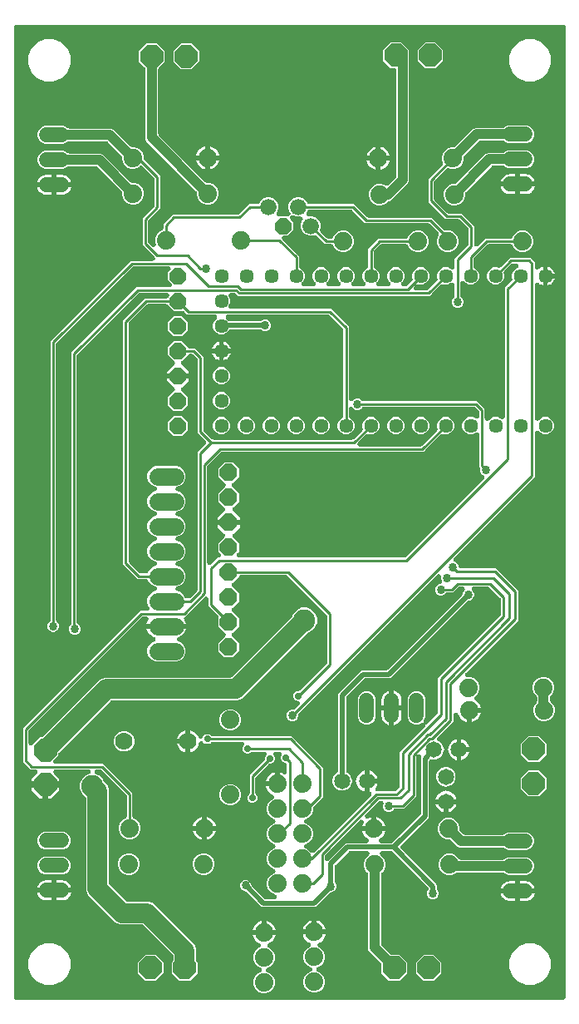
<source format=gbr>
G04 EAGLE Gerber RS-274X export*
G75*
%MOMM*%
%FSLAX34Y34*%
%LPD*%
%INBottom Copper*%
%IPPOS*%
%AMOC8*
5,1,8,0,0,1.08239X$1,22.5*%
G01*
%ADD10C,1.651000*%
%ADD11C,1.524000*%
%ADD12C,1.879600*%
%ADD13C,1.676400*%
%ADD14P,1.814519X8X112.500000*%
%ADD15C,1.778000*%
%ADD16C,1.447800*%
%ADD17P,1.924489X8X292.500000*%
%ADD18P,2.489497X8X22.500000*%
%ADD19P,2.489497X8X112.500000*%
%ADD20C,1.778000*%
%ADD21C,2.000000*%
%ADD22C,2.250000*%
%ADD23C,0.855600*%
%ADD24C,0.500000*%
%ADD25C,0.250000*%
%ADD26C,0.705600*%
%ADD27C,1.000000*%

G36*
X563740Y3815D02*
X563740Y3815D01*
X563790Y3813D01*
X563962Y3835D01*
X564135Y3851D01*
X564183Y3864D01*
X564233Y3870D01*
X564398Y3923D01*
X564566Y3969D01*
X564611Y3991D01*
X564658Y4006D01*
X564812Y4087D01*
X564968Y4162D01*
X565009Y4192D01*
X565053Y4215D01*
X565190Y4322D01*
X565330Y4424D01*
X565365Y4460D01*
X565404Y4491D01*
X565520Y4621D01*
X565640Y4746D01*
X565667Y4788D01*
X565701Y4826D01*
X565791Y4974D01*
X565887Y5118D01*
X565907Y5164D01*
X565933Y5207D01*
X565995Y5369D01*
X566064Y5529D01*
X566075Y5577D01*
X566093Y5624D01*
X566126Y5795D01*
X566165Y5964D01*
X566168Y6014D01*
X566177Y6063D01*
X566189Y6310D01*
X566189Y993690D01*
X566185Y993740D01*
X566187Y993790D01*
X566165Y993962D01*
X566149Y994135D01*
X566136Y994183D01*
X566130Y994233D01*
X566077Y994398D01*
X566031Y994566D01*
X566009Y994611D01*
X565994Y994658D01*
X565913Y994812D01*
X565838Y994968D01*
X565808Y995009D01*
X565785Y995053D01*
X565678Y995190D01*
X565576Y995330D01*
X565540Y995365D01*
X565509Y995404D01*
X565379Y995520D01*
X565254Y995640D01*
X565212Y995667D01*
X565174Y995701D01*
X565026Y995791D01*
X564882Y995887D01*
X564836Y995907D01*
X564793Y995933D01*
X564631Y995995D01*
X564471Y996064D01*
X564423Y996075D01*
X564376Y996093D01*
X564205Y996126D01*
X564036Y996165D01*
X563986Y996168D01*
X563937Y996177D01*
X563690Y996189D01*
X6310Y996189D01*
X6260Y996185D01*
X6210Y996187D01*
X6038Y996165D01*
X5865Y996149D01*
X5817Y996136D01*
X5767Y996130D01*
X5602Y996077D01*
X5434Y996031D01*
X5389Y996009D01*
X5342Y995994D01*
X5188Y995913D01*
X5032Y995838D01*
X4991Y995808D01*
X4947Y995785D01*
X4810Y995678D01*
X4670Y995576D01*
X4635Y995540D01*
X4596Y995509D01*
X4480Y995379D01*
X4360Y995254D01*
X4333Y995212D01*
X4299Y995174D01*
X4209Y995026D01*
X4113Y994882D01*
X4093Y994836D01*
X4067Y994793D01*
X4005Y994631D01*
X3936Y994471D01*
X3925Y994423D01*
X3907Y994376D01*
X3874Y994205D01*
X3835Y994036D01*
X3832Y993986D01*
X3823Y993937D01*
X3811Y993690D01*
X3811Y6310D01*
X3815Y6260D01*
X3813Y6210D01*
X3835Y6038D01*
X3851Y5865D01*
X3864Y5817D01*
X3870Y5767D01*
X3923Y5602D01*
X3969Y5434D01*
X3991Y5389D01*
X4006Y5342D01*
X4087Y5188D01*
X4162Y5032D01*
X4192Y4991D01*
X4215Y4947D01*
X4322Y4810D01*
X4424Y4670D01*
X4460Y4635D01*
X4491Y4596D01*
X4621Y4480D01*
X4746Y4360D01*
X4788Y4333D01*
X4826Y4299D01*
X4974Y4209D01*
X5118Y4113D01*
X5164Y4093D01*
X5207Y4067D01*
X5369Y4005D01*
X5529Y3936D01*
X5577Y3925D01*
X5624Y3907D01*
X5795Y3874D01*
X5964Y3835D01*
X6014Y3832D01*
X6063Y3823D01*
X6310Y3811D01*
X563690Y3811D01*
X563740Y3815D01*
G37*
%LPC*%
G36*
X172705Y23375D02*
X172705Y23375D01*
X165075Y31005D01*
X165075Y41795D01*
X165843Y42563D01*
X165963Y42706D01*
X166087Y42846D01*
X166106Y42877D01*
X166130Y42906D01*
X166222Y43068D01*
X166319Y43227D01*
X166332Y43262D01*
X166350Y43294D01*
X166412Y43470D01*
X166479Y43644D01*
X166486Y43681D01*
X166499Y43716D01*
X166528Y43900D01*
X166563Y44083D01*
X166566Y44133D01*
X166569Y44157D01*
X166568Y44194D01*
X166575Y44330D01*
X166575Y48091D01*
X166559Y48277D01*
X166547Y48463D01*
X166539Y48499D01*
X166535Y48536D01*
X166486Y48716D01*
X166442Y48897D01*
X166427Y48931D01*
X166417Y48967D01*
X166336Y49135D01*
X166260Y49305D01*
X166240Y49336D01*
X166224Y49369D01*
X166114Y49520D01*
X166009Y49675D01*
X165975Y49712D01*
X165962Y49731D01*
X165935Y49757D01*
X165843Y49858D01*
X135958Y79743D01*
X135815Y79863D01*
X135676Y79987D01*
X135644Y80006D01*
X135615Y80030D01*
X135454Y80122D01*
X135294Y80219D01*
X135259Y80232D01*
X135227Y80250D01*
X135051Y80312D01*
X134877Y80379D01*
X134841Y80386D01*
X134806Y80399D01*
X134621Y80428D01*
X134438Y80463D01*
X134388Y80466D01*
X134365Y80469D01*
X134328Y80468D01*
X134191Y80475D01*
X111708Y80475D01*
X107472Y82230D01*
X79230Y110472D01*
X77475Y114708D01*
X77475Y208423D01*
X77459Y208609D01*
X77447Y208795D01*
X77439Y208831D01*
X77435Y208868D01*
X77386Y209049D01*
X77342Y209229D01*
X77327Y209263D01*
X77317Y209299D01*
X77236Y209467D01*
X77160Y209638D01*
X77140Y209668D01*
X77124Y209702D01*
X77014Y209853D01*
X76909Y210007D01*
X76875Y210045D01*
X76862Y210064D01*
X76835Y210089D01*
X76743Y210191D01*
X73170Y213764D01*
X71225Y218459D01*
X71225Y223541D01*
X73170Y228236D01*
X76764Y231830D01*
X80595Y233417D01*
X80755Y233500D01*
X80917Y233578D01*
X80953Y233604D01*
X80991Y233624D01*
X81133Y233735D01*
X81279Y233840D01*
X81309Y233872D01*
X81344Y233898D01*
X81464Y234033D01*
X81589Y234162D01*
X81613Y234199D01*
X81642Y234231D01*
X81736Y234385D01*
X81836Y234534D01*
X81853Y234574D01*
X81876Y234612D01*
X81942Y234779D01*
X82013Y234945D01*
X82023Y234987D01*
X82039Y235028D01*
X82073Y235205D01*
X82114Y235380D01*
X82116Y235423D01*
X82125Y235466D01*
X82127Y235646D01*
X82136Y235826D01*
X82131Y235869D01*
X82131Y235913D01*
X82102Y236091D01*
X82079Y236269D01*
X82065Y236310D01*
X82058Y236353D01*
X81997Y236523D01*
X81943Y236694D01*
X81923Y236733D01*
X81908Y236774D01*
X81818Y236930D01*
X81734Y237089D01*
X81707Y237123D01*
X81685Y237161D01*
X81569Y237299D01*
X81458Y237440D01*
X81425Y237469D01*
X81397Y237502D01*
X81258Y237617D01*
X81123Y237737D01*
X81086Y237759D01*
X81053Y237787D01*
X80896Y237875D01*
X80742Y237969D01*
X80701Y237984D01*
X80663Y238006D01*
X80493Y238065D01*
X80325Y238129D01*
X80282Y238137D01*
X80241Y238152D01*
X80063Y238179D01*
X79886Y238213D01*
X79826Y238216D01*
X79800Y238220D01*
X79762Y238219D01*
X79639Y238225D01*
X46565Y238225D01*
X46429Y238213D01*
X46292Y238210D01*
X46207Y238193D01*
X46120Y238185D01*
X45988Y238149D01*
X45854Y238122D01*
X45773Y238090D01*
X45689Y238067D01*
X45566Y238008D01*
X45439Y237957D01*
X45365Y237911D01*
X45287Y237874D01*
X45176Y237793D01*
X45060Y237721D01*
X44995Y237663D01*
X44925Y237612D01*
X44830Y237513D01*
X44729Y237421D01*
X44676Y237352D01*
X44615Y237290D01*
X44540Y237176D01*
X44456Y237067D01*
X44416Y236990D01*
X44368Y236918D01*
X44314Y236792D01*
X44251Y236670D01*
X44226Y236587D01*
X44191Y236507D01*
X44160Y236374D01*
X44120Y236243D01*
X44110Y236157D01*
X44090Y236072D01*
X44083Y235936D01*
X44067Y235800D01*
X44072Y235713D01*
X44068Y235626D01*
X44085Y235491D01*
X44094Y235354D01*
X44114Y235269D01*
X44125Y235183D01*
X44167Y235053D01*
X44199Y234920D01*
X44235Y234841D01*
X44261Y234758D01*
X44325Y234637D01*
X44381Y234512D01*
X44429Y234440D01*
X44470Y234363D01*
X44555Y234255D01*
X44632Y234142D01*
X44723Y234041D01*
X44746Y234012D01*
X44764Y233996D01*
X44798Y233959D01*
X50141Y228616D01*
X50141Y225799D01*
X36600Y225799D01*
X36550Y225795D01*
X36500Y225797D01*
X36329Y225775D01*
X36155Y225759D01*
X36107Y225746D01*
X36084Y225743D01*
X35946Y225775D01*
X35896Y225778D01*
X35847Y225787D01*
X35600Y225799D01*
X22059Y225799D01*
X22059Y228616D01*
X27402Y233959D01*
X27490Y234064D01*
X27585Y234162D01*
X27633Y234235D01*
X27689Y234302D01*
X27756Y234420D01*
X27832Y234534D01*
X27866Y234614D01*
X27909Y234690D01*
X27955Y234819D01*
X28009Y234945D01*
X28029Y235029D01*
X28057Y235111D01*
X28079Y235247D01*
X28110Y235380D01*
X28114Y235466D01*
X28128Y235552D01*
X28125Y235689D01*
X28132Y235826D01*
X28121Y235912D01*
X28119Y235999D01*
X28092Y236133D01*
X28075Y236269D01*
X28048Y236352D01*
X28031Y236437D01*
X27981Y236564D01*
X27939Y236694D01*
X27898Y236771D01*
X27866Y236852D01*
X27794Y236968D01*
X27730Y237089D01*
X27676Y237157D01*
X27630Y237231D01*
X27538Y237333D01*
X27454Y237440D01*
X27389Y237498D01*
X27330Y237562D01*
X27222Y237646D01*
X27119Y237737D01*
X27045Y237782D01*
X26976Y237835D01*
X26855Y237898D01*
X26738Y237969D01*
X26657Y238000D01*
X26579Y238040D01*
X26449Y238080D01*
X26321Y238129D01*
X26235Y238146D01*
X26152Y238171D01*
X26017Y238187D01*
X25882Y238213D01*
X25745Y238220D01*
X25709Y238224D01*
X25685Y238223D01*
X25635Y238225D01*
X20851Y238225D01*
X13225Y245851D01*
X13225Y280149D01*
X132487Y399411D01*
X139437Y399411D01*
X139573Y399423D01*
X139710Y399426D01*
X139795Y399443D01*
X139882Y399451D01*
X140014Y399487D01*
X140148Y399514D01*
X140229Y399546D01*
X140313Y399569D01*
X140436Y399629D01*
X140563Y399679D01*
X140637Y399725D01*
X140715Y399762D01*
X140826Y399843D01*
X140943Y399915D01*
X141007Y399973D01*
X141077Y400024D01*
X141172Y400123D01*
X141274Y400215D01*
X141326Y400284D01*
X141387Y400346D01*
X141462Y400460D01*
X141546Y400569D01*
X141586Y400646D01*
X141634Y400718D01*
X141688Y400844D01*
X141751Y400966D01*
X141777Y401049D01*
X141811Y401129D01*
X141842Y401262D01*
X141882Y401393D01*
X141892Y401479D01*
X141912Y401564D01*
X141919Y401700D01*
X141935Y401837D01*
X141930Y401923D01*
X141934Y402010D01*
X141916Y402146D01*
X141908Y402283D01*
X141888Y402367D01*
X141876Y402453D01*
X141835Y402583D01*
X141802Y402717D01*
X141767Y402796D01*
X141741Y402878D01*
X141677Y403000D01*
X141621Y403125D01*
X141572Y403196D01*
X141540Y403257D01*
X139895Y407228D01*
X139895Y411372D01*
X141481Y415199D01*
X144411Y418129D01*
X148181Y419691D01*
X148302Y419754D01*
X148428Y419809D01*
X148500Y419858D01*
X148577Y419898D01*
X148685Y419982D01*
X148798Y420058D01*
X148861Y420119D01*
X148929Y420172D01*
X149021Y420274D01*
X149119Y420370D01*
X149169Y420440D01*
X149228Y420505D01*
X149299Y420622D01*
X149379Y420733D01*
X149416Y420812D01*
X149462Y420886D01*
X149511Y421013D01*
X149570Y421137D01*
X149593Y421221D01*
X149624Y421302D01*
X149651Y421436D01*
X149686Y421568D01*
X149694Y421655D01*
X149710Y421740D01*
X149712Y421877D01*
X149724Y422013D01*
X149716Y422100D01*
X149717Y422187D01*
X149695Y422322D01*
X149682Y422458D01*
X149658Y422541D01*
X149644Y422627D01*
X149598Y422756D01*
X149561Y422888D01*
X149523Y422966D01*
X149494Y423048D01*
X149425Y423166D01*
X149366Y423290D01*
X149314Y423360D01*
X149271Y423435D01*
X149183Y423540D01*
X149102Y423650D01*
X149039Y423710D01*
X148983Y423776D01*
X148877Y423863D01*
X148778Y423958D01*
X148705Y424006D01*
X148638Y424061D01*
X148519Y424128D01*
X148405Y424203D01*
X148281Y424262D01*
X148249Y424280D01*
X148227Y424287D01*
X148181Y424309D01*
X144411Y425871D01*
X141481Y428801D01*
X140826Y430382D01*
X140823Y430388D01*
X140821Y430394D01*
X140720Y430585D01*
X140618Y430778D01*
X140614Y430783D01*
X140611Y430789D01*
X140477Y430961D01*
X140344Y431131D01*
X140339Y431135D01*
X140335Y431140D01*
X140172Y431285D01*
X140012Y431429D01*
X140006Y431432D01*
X140001Y431437D01*
X139816Y431549D01*
X139631Y431663D01*
X139625Y431665D01*
X139619Y431669D01*
X139418Y431746D01*
X139215Y431826D01*
X139209Y431827D01*
X139203Y431829D01*
X138989Y431870D01*
X138777Y431912D01*
X138770Y431912D01*
X138764Y431913D01*
X138517Y431925D01*
X130151Y431925D01*
X115225Y446851D01*
X115225Y695149D01*
X137451Y717375D01*
X158829Y717375D01*
X159015Y717391D01*
X159201Y717403D01*
X159237Y717411D01*
X159274Y717415D01*
X159454Y717464D01*
X159635Y717508D01*
X159669Y717523D01*
X159705Y717533D01*
X159873Y717614D01*
X160044Y717690D01*
X160074Y717710D01*
X160108Y717726D01*
X160259Y717836D01*
X160413Y717941D01*
X160451Y717975D01*
X160469Y717988D01*
X160495Y718015D01*
X160596Y718107D01*
X161449Y718959D01*
X161536Y719064D01*
X161631Y719162D01*
X161679Y719235D01*
X161735Y719302D01*
X161803Y719420D01*
X161878Y719534D01*
X161913Y719614D01*
X161956Y719690D01*
X162001Y719819D01*
X162055Y719945D01*
X162075Y720029D01*
X162104Y720111D01*
X162125Y720246D01*
X162156Y720380D01*
X162161Y720466D01*
X162175Y720552D01*
X162172Y720689D01*
X162179Y720826D01*
X162167Y720912D01*
X162166Y720999D01*
X162139Y721133D01*
X162121Y721269D01*
X162095Y721352D01*
X162077Y721437D01*
X162027Y721564D01*
X161985Y721694D01*
X161945Y721771D01*
X161913Y721852D01*
X161840Y721968D01*
X161776Y722089D01*
X161722Y722158D01*
X161676Y722231D01*
X161585Y722333D01*
X161500Y722440D01*
X161435Y722498D01*
X161377Y722562D01*
X161268Y722646D01*
X161166Y722737D01*
X161092Y722782D01*
X161023Y722835D01*
X160901Y722898D01*
X160784Y722969D01*
X160703Y723000D01*
X160626Y723040D01*
X160495Y723080D01*
X160367Y723129D01*
X160282Y723146D01*
X160199Y723171D01*
X160063Y723187D01*
X159929Y723213D01*
X159792Y723220D01*
X159755Y723224D01*
X159732Y723223D01*
X159681Y723225D01*
X132185Y723225D01*
X131999Y723209D01*
X131813Y723197D01*
X131777Y723189D01*
X131740Y723185D01*
X131559Y723136D01*
X131379Y723092D01*
X131345Y723077D01*
X131309Y723067D01*
X131141Y722986D01*
X130970Y722910D01*
X130940Y722890D01*
X130906Y722874D01*
X130755Y722764D01*
X130601Y722659D01*
X130563Y722625D01*
X130544Y722612D01*
X130519Y722585D01*
X130417Y722493D01*
X68507Y660583D01*
X68387Y660439D01*
X68263Y660300D01*
X68244Y660268D01*
X68220Y660240D01*
X68128Y660078D01*
X68031Y659918D01*
X68018Y659884D01*
X68000Y659851D01*
X67938Y659676D01*
X67871Y659501D01*
X67864Y659465D01*
X67851Y659430D01*
X67822Y659246D01*
X67787Y659063D01*
X67784Y659012D01*
X67781Y658989D01*
X67782Y658952D01*
X67775Y658815D01*
X67775Y388216D01*
X67775Y388209D01*
X67775Y388203D01*
X67795Y387986D01*
X67815Y387771D01*
X67816Y387764D01*
X67817Y387758D01*
X67875Y387551D01*
X67933Y387340D01*
X67936Y387334D01*
X67938Y387328D01*
X68032Y387133D01*
X68126Y386937D01*
X68130Y386932D01*
X68133Y386926D01*
X68260Y386752D01*
X68388Y386575D01*
X68393Y386571D01*
X68397Y386566D01*
X68553Y386417D01*
X68710Y386266D01*
X68716Y386262D01*
X68721Y386258D01*
X68901Y386139D01*
X69082Y386019D01*
X69089Y386016D01*
X69094Y386013D01*
X69284Y385923D01*
X70919Y384287D01*
X71803Y382154D01*
X71803Y379846D01*
X70919Y377713D01*
X69287Y376081D01*
X67154Y375197D01*
X64846Y375197D01*
X62713Y376081D01*
X61081Y377713D01*
X60197Y379846D01*
X60197Y382154D01*
X61081Y384287D01*
X61493Y384700D01*
X61613Y384843D01*
X61737Y384982D01*
X61756Y385014D01*
X61780Y385042D01*
X61872Y385204D01*
X61969Y385364D01*
X61982Y385399D01*
X62000Y385431D01*
X62062Y385606D01*
X62129Y385781D01*
X62136Y385817D01*
X62149Y385852D01*
X62178Y386036D01*
X62213Y386220D01*
X62216Y386270D01*
X62219Y386293D01*
X62218Y386330D01*
X62225Y386467D01*
X62225Y662149D01*
X128851Y728775D01*
X162281Y728775D01*
X162418Y728787D01*
X162554Y728790D01*
X162639Y728807D01*
X162726Y728815D01*
X162858Y728851D01*
X162992Y728878D01*
X163073Y728910D01*
X163157Y728933D01*
X163280Y728992D01*
X163407Y729043D01*
X163481Y729089D01*
X163560Y729126D01*
X163671Y729207D01*
X163787Y729279D01*
X163851Y729337D01*
X163922Y729388D01*
X164016Y729487D01*
X164118Y729579D01*
X164171Y729648D01*
X164231Y729710D01*
X164307Y729824D01*
X164390Y729933D01*
X164430Y730010D01*
X164478Y730082D01*
X164532Y730208D01*
X164595Y730330D01*
X164621Y730413D01*
X164655Y730493D01*
X164686Y730626D01*
X164726Y730757D01*
X164737Y730843D01*
X164756Y730928D01*
X164763Y731064D01*
X164779Y731200D01*
X164774Y731287D01*
X164779Y731374D01*
X164761Y731509D01*
X164753Y731646D01*
X164732Y731731D01*
X164721Y731817D01*
X164679Y731947D01*
X164647Y732080D01*
X164612Y732159D01*
X164585Y732242D01*
X164521Y732363D01*
X164466Y732488D01*
X164417Y732560D01*
X164376Y732637D01*
X164291Y732745D01*
X164215Y732858D01*
X164123Y732959D01*
X164100Y732988D01*
X164082Y733004D01*
X164049Y733041D01*
X161193Y735896D01*
X161193Y744104D01*
X163049Y745959D01*
X163136Y746064D01*
X163231Y746162D01*
X163279Y746235D01*
X163335Y746302D01*
X163402Y746420D01*
X163478Y746534D01*
X163513Y746614D01*
X163556Y746690D01*
X163601Y746819D01*
X163655Y746945D01*
X163675Y747029D01*
X163704Y747111D01*
X163726Y747247D01*
X163756Y747380D01*
X163761Y747466D01*
X163775Y747552D01*
X163772Y747689D01*
X163779Y747826D01*
X163767Y747912D01*
X163766Y747999D01*
X163739Y748133D01*
X163721Y748269D01*
X163695Y748352D01*
X163677Y748437D01*
X163627Y748564D01*
X163585Y748694D01*
X163545Y748771D01*
X163513Y748852D01*
X163440Y748968D01*
X163376Y749089D01*
X163322Y749157D01*
X163276Y749231D01*
X163185Y749333D01*
X163100Y749440D01*
X163035Y749498D01*
X162977Y749562D01*
X162868Y749646D01*
X162766Y749737D01*
X162691Y749782D01*
X162623Y749835D01*
X162501Y749898D01*
X162384Y749969D01*
X162303Y750000D01*
X162226Y750040D01*
X162095Y750080D01*
X161967Y750129D01*
X161882Y750146D01*
X161799Y750171D01*
X161663Y750187D01*
X161529Y750213D01*
X161392Y750220D01*
X161355Y750224D01*
X161332Y750223D01*
X161281Y750225D01*
X126185Y750225D01*
X125999Y750209D01*
X125813Y750197D01*
X125777Y750189D01*
X125740Y750185D01*
X125559Y750136D01*
X125379Y750092D01*
X125345Y750077D01*
X125309Y750067D01*
X125141Y749986D01*
X124970Y749910D01*
X124940Y749890D01*
X124906Y749874D01*
X124755Y749764D01*
X124601Y749659D01*
X124563Y749625D01*
X124544Y749612D01*
X124519Y749585D01*
X124417Y749493D01*
X47507Y672583D01*
X47387Y672439D01*
X47263Y672300D01*
X47244Y672268D01*
X47220Y672240D01*
X47128Y672078D01*
X47031Y671918D01*
X47018Y671884D01*
X47000Y671851D01*
X46938Y671676D01*
X46871Y671501D01*
X46864Y671465D01*
X46851Y671430D01*
X46822Y671246D01*
X46787Y671063D01*
X46784Y671012D01*
X46781Y670989D01*
X46782Y670952D01*
X46775Y670815D01*
X46775Y390467D01*
X46791Y390281D01*
X46803Y390095D01*
X46811Y390059D01*
X46815Y390022D01*
X46864Y389841D01*
X46908Y389661D01*
X46923Y389627D01*
X46933Y389591D01*
X47014Y389423D01*
X47090Y389252D01*
X47110Y389222D01*
X47126Y389188D01*
X47236Y389037D01*
X47341Y388883D01*
X47375Y388846D01*
X47388Y388827D01*
X47415Y388801D01*
X47507Y388700D01*
X48919Y387287D01*
X49803Y385154D01*
X49803Y382846D01*
X48919Y380713D01*
X47287Y379081D01*
X45154Y378197D01*
X42846Y378197D01*
X40713Y379081D01*
X39081Y380713D01*
X38197Y382846D01*
X38197Y385154D01*
X39081Y387287D01*
X40493Y388700D01*
X40613Y388843D01*
X40737Y388982D01*
X40756Y389014D01*
X40780Y389042D01*
X40872Y389204D01*
X40969Y389364D01*
X40982Y389399D01*
X41000Y389431D01*
X41062Y389607D01*
X41129Y389781D01*
X41136Y389817D01*
X41149Y389852D01*
X41178Y390036D01*
X41213Y390220D01*
X41216Y390270D01*
X41219Y390293D01*
X41218Y390330D01*
X41225Y390467D01*
X41225Y674149D01*
X122851Y755775D01*
X145267Y755775D01*
X145404Y755787D01*
X145541Y755790D01*
X145626Y755807D01*
X145712Y755815D01*
X145845Y755851D01*
X145978Y755878D01*
X146059Y755910D01*
X146143Y755933D01*
X146267Y755992D01*
X146394Y756043D01*
X146467Y756089D01*
X146546Y756126D01*
X146657Y756207D01*
X146773Y756279D01*
X146837Y756337D01*
X146908Y756388D01*
X147002Y756487D01*
X147104Y756579D01*
X147157Y756648D01*
X147217Y756710D01*
X147293Y756824D01*
X147376Y756933D01*
X147416Y757010D01*
X147464Y757082D01*
X147519Y757208D01*
X147581Y757330D01*
X147607Y757413D01*
X147641Y757493D01*
X147672Y757626D01*
X147713Y757757D01*
X147723Y757843D01*
X147743Y757928D01*
X147749Y758064D01*
X147766Y758200D01*
X147760Y758287D01*
X147765Y758374D01*
X147747Y758509D01*
X147739Y758646D01*
X147718Y758731D01*
X147707Y758817D01*
X147666Y758947D01*
X147633Y759080D01*
X147598Y759159D01*
X147571Y759242D01*
X147507Y759363D01*
X147452Y759488D01*
X147403Y759560D01*
X147362Y759637D01*
X147278Y759745D01*
X147201Y759858D01*
X147109Y759959D01*
X147086Y759988D01*
X147069Y760004D01*
X147035Y760041D01*
X137583Y769493D01*
X135225Y771851D01*
X135225Y799149D01*
X146493Y810417D01*
X146613Y810561D01*
X146737Y810700D01*
X146756Y810732D01*
X146780Y810760D01*
X146872Y810922D01*
X146969Y811082D01*
X146982Y811116D01*
X147000Y811149D01*
X147062Y811324D01*
X147129Y811499D01*
X147136Y811535D01*
X147149Y811570D01*
X147178Y811754D01*
X147213Y811937D01*
X147216Y811988D01*
X147219Y812011D01*
X147218Y812048D01*
X147225Y812185D01*
X147225Y838815D01*
X147209Y839001D01*
X147197Y839187D01*
X147189Y839223D01*
X147185Y839260D01*
X147136Y839441D01*
X147092Y839621D01*
X147077Y839655D01*
X147067Y839691D01*
X146986Y839859D01*
X146910Y840030D01*
X146890Y840060D01*
X146874Y840094D01*
X146764Y840245D01*
X146659Y840399D01*
X146625Y840437D01*
X146612Y840456D01*
X146585Y840481D01*
X146493Y840583D01*
X135179Y851897D01*
X135140Y851929D01*
X135107Y851966D01*
X134969Y852072D01*
X134836Y852184D01*
X134793Y852208D01*
X134753Y852239D01*
X134598Y852319D01*
X134448Y852404D01*
X134400Y852421D01*
X134356Y852444D01*
X134190Y852495D01*
X134026Y852552D01*
X133977Y852560D01*
X133929Y852575D01*
X133757Y852596D01*
X133585Y852623D01*
X133535Y852622D01*
X133485Y852628D01*
X133312Y852618D01*
X133138Y852614D01*
X133090Y852604D01*
X133039Y852601D01*
X132871Y852560D01*
X132701Y852526D01*
X132654Y852507D01*
X132605Y852496D01*
X132447Y852425D01*
X132285Y852361D01*
X132243Y852335D01*
X132197Y852314D01*
X132053Y852217D01*
X131906Y852125D01*
X131869Y852091D01*
X131828Y852063D01*
X131644Y851897D01*
X131187Y851440D01*
X127173Y849777D01*
X122827Y849777D01*
X118813Y851440D01*
X115740Y854513D01*
X114077Y858527D01*
X114077Y861360D01*
X114061Y861546D01*
X114049Y861732D01*
X114041Y861768D01*
X114037Y861805D01*
X113988Y861985D01*
X113944Y862166D01*
X113929Y862200D01*
X113919Y862236D01*
X113838Y862404D01*
X113762Y862574D01*
X113742Y862605D01*
X113726Y862638D01*
X113616Y862790D01*
X113511Y862944D01*
X113477Y862981D01*
X113464Y863000D01*
X113437Y863026D01*
X113345Y863127D01*
X99829Y876643D01*
X99686Y876763D01*
X99547Y876887D01*
X99515Y876906D01*
X99487Y876930D01*
X99325Y877022D01*
X99165Y877119D01*
X99130Y877132D01*
X99098Y877150D01*
X98922Y877212D01*
X98748Y877279D01*
X98712Y877286D01*
X98677Y877299D01*
X98493Y877328D01*
X98309Y877363D01*
X98259Y877366D01*
X98236Y877369D01*
X98199Y877368D01*
X98062Y877375D01*
X60063Y877375D01*
X59877Y877359D01*
X59691Y877347D01*
X59655Y877339D01*
X59618Y877335D01*
X59438Y877286D01*
X59257Y877242D01*
X59223Y877227D01*
X59187Y877217D01*
X59019Y877136D01*
X58849Y877060D01*
X58818Y877040D01*
X58785Y877024D01*
X58633Y876914D01*
X58479Y876809D01*
X58442Y876775D01*
X58423Y876762D01*
X58397Y876735D01*
X58296Y876643D01*
X57800Y876147D01*
X54439Y874755D01*
X35561Y874755D01*
X32200Y876147D01*
X29627Y878720D01*
X28235Y882081D01*
X28235Y885719D01*
X29627Y889080D01*
X32200Y891653D01*
X35561Y893045D01*
X54439Y893045D01*
X57800Y891653D01*
X58296Y891157D01*
X58439Y891037D01*
X58579Y890913D01*
X58610Y890894D01*
X58639Y890870D01*
X58801Y890778D01*
X58960Y890681D01*
X58995Y890668D01*
X59027Y890650D01*
X59203Y890588D01*
X59377Y890521D01*
X59414Y890514D01*
X59448Y890502D01*
X59632Y890472D01*
X59816Y890437D01*
X59866Y890434D01*
X59889Y890431D01*
X59926Y890432D01*
X60063Y890425D01*
X103098Y890425D01*
X105496Y889431D01*
X122573Y872355D01*
X122716Y872235D01*
X122855Y872111D01*
X122887Y872092D01*
X122915Y872068D01*
X123077Y871976D01*
X123237Y871879D01*
X123272Y871866D01*
X123304Y871848D01*
X123480Y871786D01*
X123654Y871719D01*
X123690Y871712D01*
X123725Y871699D01*
X123909Y871670D01*
X124093Y871635D01*
X124143Y871632D01*
X124166Y871629D01*
X124203Y871630D01*
X124340Y871623D01*
X127173Y871623D01*
X131187Y869960D01*
X134260Y866887D01*
X135923Y862873D01*
X135923Y860037D01*
X135939Y859851D01*
X135951Y859665D01*
X135959Y859629D01*
X135963Y859592D01*
X136012Y859411D01*
X136056Y859230D01*
X136071Y859197D01*
X136081Y859161D01*
X136162Y858993D01*
X136238Y858822D01*
X136258Y858792D01*
X136274Y858758D01*
X136384Y858607D01*
X136489Y858453D01*
X136523Y858415D01*
X136536Y858396D01*
X136563Y858371D01*
X136655Y858269D01*
X152775Y842149D01*
X152775Y808851D01*
X141507Y797583D01*
X141387Y797439D01*
X141263Y797300D01*
X141244Y797268D01*
X141220Y797240D01*
X141128Y797078D01*
X141031Y796918D01*
X141018Y796884D01*
X141000Y796851D01*
X140938Y796676D01*
X140871Y796501D01*
X140864Y796465D01*
X140851Y796430D01*
X140822Y796246D01*
X140787Y796063D01*
X140784Y796012D01*
X140781Y795989D01*
X140782Y795952D01*
X140775Y795815D01*
X140775Y775185D01*
X140791Y774999D01*
X140803Y774813D01*
X140811Y774777D01*
X140815Y774740D01*
X140864Y774560D01*
X140908Y774379D01*
X140923Y774345D01*
X140933Y774309D01*
X141014Y774141D01*
X141090Y773970D01*
X141110Y773940D01*
X141126Y773906D01*
X141236Y773755D01*
X141341Y773601D01*
X141375Y773563D01*
X141388Y773544D01*
X141415Y773519D01*
X141507Y773417D01*
X144382Y770542D01*
X144521Y770426D01*
X144655Y770306D01*
X144692Y770283D01*
X144725Y770255D01*
X144882Y770166D01*
X145035Y770072D01*
X145076Y770056D01*
X145113Y770035D01*
X145284Y769975D01*
X145451Y769909D01*
X145494Y769901D01*
X145535Y769886D01*
X145713Y769858D01*
X145889Y769823D01*
X145933Y769823D01*
X145976Y769816D01*
X146156Y769819D01*
X146336Y769817D01*
X146379Y769824D01*
X146423Y769825D01*
X146599Y769860D01*
X146777Y769890D01*
X146818Y769904D01*
X146860Y769913D01*
X147028Y769979D01*
X147197Y770040D01*
X147235Y770062D01*
X147276Y770078D01*
X147429Y770173D01*
X147585Y770263D01*
X147618Y770291D01*
X147655Y770314D01*
X147788Y770435D01*
X147926Y770551D01*
X147954Y770585D01*
X147986Y770614D01*
X148096Y770756D01*
X148211Y770895D01*
X148232Y770933D01*
X148258Y770968D01*
X148341Y771128D01*
X148429Y771285D01*
X148443Y771326D01*
X148463Y771365D01*
X148516Y771537D01*
X148575Y771707D01*
X148582Y771750D01*
X148595Y771792D01*
X148616Y771970D01*
X148644Y772148D01*
X148643Y772192D01*
X148648Y772235D01*
X148637Y772415D01*
X148632Y772595D01*
X148624Y772638D01*
X148621Y772681D01*
X148578Y772856D01*
X148542Y773032D01*
X148522Y773089D01*
X148515Y773115D01*
X148500Y773149D01*
X148459Y773265D01*
X147977Y774427D01*
X147977Y778773D01*
X149640Y782787D01*
X152713Y785860D01*
X154682Y786676D01*
X154688Y786679D01*
X154694Y786681D01*
X154886Y786782D01*
X155078Y786883D01*
X155083Y786887D01*
X155089Y786890D01*
X155259Y787024D01*
X155431Y787157D01*
X155435Y787162D01*
X155440Y787166D01*
X155584Y787329D01*
X155729Y787490D01*
X155732Y787495D01*
X155737Y787500D01*
X155849Y787684D01*
X155963Y787870D01*
X155965Y787876D01*
X155969Y787882D01*
X156047Y788084D01*
X156126Y788286D01*
X156127Y788293D01*
X156129Y788299D01*
X156170Y788513D01*
X156212Y788725D01*
X156212Y788731D01*
X156213Y788738D01*
X156225Y788985D01*
X156225Y793149D01*
X165851Y802775D01*
X231815Y802775D01*
X232001Y802791D01*
X232187Y802803D01*
X232223Y802811D01*
X232260Y802815D01*
X232441Y802864D01*
X232621Y802908D01*
X232655Y802923D01*
X232691Y802933D01*
X232859Y803014D01*
X233030Y803090D01*
X233060Y803110D01*
X233094Y803126D01*
X233245Y803236D01*
X233399Y803341D01*
X233437Y803375D01*
X233456Y803388D01*
X233481Y803415D01*
X233583Y803507D01*
X243535Y813459D01*
X252066Y813459D01*
X252073Y813459D01*
X252079Y813459D01*
X252293Y813479D01*
X252511Y813499D01*
X252518Y813500D01*
X252524Y813501D01*
X252730Y813559D01*
X252942Y813617D01*
X252948Y813620D01*
X252954Y813622D01*
X253148Y813716D01*
X253345Y813810D01*
X253350Y813814D01*
X253356Y813817D01*
X253531Y813945D01*
X253707Y814072D01*
X253711Y814077D01*
X253716Y814081D01*
X253868Y814240D01*
X254016Y814394D01*
X254020Y814400D01*
X254024Y814405D01*
X254144Y814587D01*
X254263Y814766D01*
X254266Y814772D01*
X254270Y814778D01*
X254375Y815002D01*
X254911Y816296D01*
X257698Y819083D01*
X261339Y820591D01*
X265281Y820591D01*
X268922Y819083D01*
X271709Y816296D01*
X273217Y812655D01*
X273217Y808713D01*
X271545Y804678D01*
X271517Y804589D01*
X271480Y804503D01*
X271451Y804377D01*
X271412Y804252D01*
X271400Y804159D01*
X271379Y804068D01*
X271373Y803938D01*
X271357Y803809D01*
X271362Y803715D01*
X271357Y803622D01*
X271374Y803493D01*
X271381Y803363D01*
X271403Y803272D01*
X271415Y803179D01*
X271454Y803055D01*
X271484Y802928D01*
X271522Y802843D01*
X271550Y802754D01*
X271611Y802639D01*
X271664Y802519D01*
X271716Y802441D01*
X271760Y802359D01*
X271840Y802256D01*
X271913Y802148D01*
X271978Y802081D01*
X272036Y802008D01*
X272133Y801921D01*
X272224Y801828D01*
X272300Y801773D01*
X272370Y801711D01*
X272481Y801644D01*
X272587Y801568D01*
X272672Y801528D01*
X272752Y801479D01*
X272873Y801432D01*
X272991Y801377D01*
X273081Y801352D01*
X273168Y801319D01*
X273297Y801294D01*
X273422Y801260D01*
X273515Y801253D01*
X273607Y801235D01*
X273854Y801223D01*
X283246Y801223D01*
X283339Y801231D01*
X283432Y801230D01*
X283561Y801251D01*
X283691Y801263D01*
X283781Y801287D01*
X283873Y801303D01*
X283996Y801347D01*
X284121Y801381D01*
X284205Y801422D01*
X284294Y801453D01*
X284407Y801518D01*
X284524Y801574D01*
X284600Y801629D01*
X284681Y801676D01*
X284780Y801760D01*
X284886Y801836D01*
X284951Y801904D01*
X285022Y801964D01*
X285105Y802065D01*
X285195Y802158D01*
X285247Y802236D01*
X285307Y802308D01*
X285371Y802422D01*
X285443Y802530D01*
X285480Y802616D01*
X285525Y802698D01*
X285568Y802821D01*
X285620Y802941D01*
X285641Y803031D01*
X285671Y803120D01*
X285691Y803249D01*
X285721Y803376D01*
X285725Y803469D01*
X285740Y803561D01*
X285736Y803692D01*
X285743Y803822D01*
X285731Y803914D01*
X285728Y804008D01*
X285702Y804136D01*
X285685Y804265D01*
X285657Y804354D01*
X285638Y804445D01*
X285555Y804678D01*
X283883Y808713D01*
X283883Y812655D01*
X285391Y816296D01*
X288178Y819083D01*
X291819Y820591D01*
X295761Y820591D01*
X299402Y819083D01*
X302189Y816296D01*
X302725Y815002D01*
X302728Y814996D01*
X302730Y814990D01*
X302831Y814798D01*
X302932Y814606D01*
X302936Y814601D01*
X302939Y814595D01*
X303072Y814425D01*
X303206Y814253D01*
X303211Y814249D01*
X303215Y814244D01*
X303376Y814101D01*
X303539Y813955D01*
X303544Y813952D01*
X303549Y813947D01*
X303732Y813836D01*
X303919Y813721D01*
X303925Y813719D01*
X303931Y813715D01*
X304133Y813637D01*
X304335Y813558D01*
X304341Y813557D01*
X304348Y813555D01*
X304562Y813514D01*
X304773Y813472D01*
X304780Y813472D01*
X304786Y813471D01*
X305034Y813459D01*
X350465Y813459D01*
X363417Y800507D01*
X363561Y800387D01*
X363700Y800263D01*
X363732Y800244D01*
X363760Y800220D01*
X363922Y800128D01*
X364082Y800031D01*
X364116Y800018D01*
X364149Y800000D01*
X364324Y799938D01*
X364499Y799871D01*
X364535Y799864D01*
X364570Y799851D01*
X364754Y799822D01*
X364937Y799787D01*
X364988Y799784D01*
X365011Y799781D01*
X365048Y799782D01*
X365185Y799775D01*
X429149Y799775D01*
X441669Y787255D01*
X441813Y787135D01*
X441952Y787011D01*
X441984Y786992D01*
X442012Y786968D01*
X442174Y786876D01*
X442334Y786779D01*
X442368Y786766D01*
X442400Y786748D01*
X442577Y786686D01*
X442751Y786619D01*
X442787Y786612D01*
X442822Y786599D01*
X443006Y786570D01*
X443189Y786535D01*
X443240Y786532D01*
X443263Y786529D01*
X443300Y786530D01*
X443437Y786523D01*
X448273Y786523D01*
X452287Y784860D01*
X455360Y781787D01*
X457023Y777773D01*
X457023Y773427D01*
X455360Y769413D01*
X452287Y766340D01*
X448273Y764677D01*
X443927Y764677D01*
X439913Y766340D01*
X436840Y769413D01*
X435177Y773427D01*
X435177Y777773D01*
X436918Y781976D01*
X436920Y781982D01*
X436923Y781988D01*
X436987Y782195D01*
X437052Y782402D01*
X437052Y782409D01*
X437054Y782415D01*
X437080Y782629D01*
X437107Y782845D01*
X437107Y782852D01*
X437107Y782858D01*
X437095Y783073D01*
X437083Y783291D01*
X437081Y783298D01*
X437081Y783304D01*
X437030Y783512D01*
X436979Y783726D01*
X436976Y783732D01*
X436975Y783738D01*
X436888Y783933D01*
X436800Y784135D01*
X436796Y784141D01*
X436794Y784147D01*
X436672Y784325D01*
X436551Y784506D01*
X436546Y784511D01*
X436543Y784516D01*
X436376Y784699D01*
X427583Y793493D01*
X427439Y793613D01*
X427300Y793737D01*
X427268Y793756D01*
X427240Y793780D01*
X427077Y793872D01*
X426918Y793969D01*
X426884Y793982D01*
X426851Y794000D01*
X426676Y794062D01*
X426501Y794129D01*
X426465Y794136D01*
X426430Y794149D01*
X426246Y794178D01*
X426063Y794213D01*
X426012Y794216D01*
X425989Y794219D01*
X425952Y794218D01*
X425815Y794225D01*
X361851Y794225D01*
X348899Y807177D01*
X348755Y807297D01*
X348616Y807421D01*
X348584Y807440D01*
X348556Y807464D01*
X348394Y807556D01*
X348234Y807653D01*
X348200Y807666D01*
X348167Y807684D01*
X347992Y807746D01*
X347817Y807813D01*
X347781Y807820D01*
X347746Y807833D01*
X347562Y807862D01*
X347379Y807897D01*
X347328Y807900D01*
X347305Y807903D01*
X347268Y807902D01*
X347131Y807909D01*
X305034Y807909D01*
X305027Y807909D01*
X305021Y807909D01*
X304805Y807889D01*
X304589Y807869D01*
X304582Y807868D01*
X304576Y807867D01*
X304367Y807808D01*
X304158Y807751D01*
X304152Y807748D01*
X304146Y807746D01*
X303952Y807652D01*
X303755Y807558D01*
X303750Y807554D01*
X303744Y807551D01*
X303570Y807423D01*
X303393Y807296D01*
X303389Y807291D01*
X303384Y807287D01*
X303232Y807128D01*
X303084Y806974D01*
X303080Y806968D01*
X303076Y806963D01*
X302955Y806779D01*
X302837Y806602D01*
X302834Y806596D01*
X302830Y806590D01*
X302725Y806366D01*
X302025Y804678D01*
X301997Y804589D01*
X301960Y804503D01*
X301931Y804377D01*
X301892Y804252D01*
X301880Y804159D01*
X301859Y804068D01*
X301853Y803938D01*
X301837Y803809D01*
X301842Y803715D01*
X301837Y803622D01*
X301854Y803493D01*
X301861Y803363D01*
X301883Y803272D01*
X301895Y803179D01*
X301934Y803055D01*
X301964Y802928D01*
X302002Y802843D01*
X302030Y802754D01*
X302091Y802639D01*
X302144Y802519D01*
X302196Y802441D01*
X302240Y802359D01*
X302320Y802256D01*
X302393Y802148D01*
X302458Y802081D01*
X302516Y802008D01*
X302613Y801921D01*
X302704Y801828D01*
X302780Y801773D01*
X302850Y801711D01*
X302961Y801644D01*
X303067Y801568D01*
X303152Y801528D01*
X303232Y801479D01*
X303353Y801432D01*
X303471Y801377D01*
X303561Y801352D01*
X303648Y801319D01*
X303777Y801294D01*
X303902Y801260D01*
X303995Y801253D01*
X304087Y801235D01*
X304334Y801223D01*
X308461Y801223D01*
X312102Y799715D01*
X314889Y796928D01*
X316397Y793287D01*
X316397Y789345D01*
X315861Y788051D01*
X315859Y788045D01*
X315856Y788039D01*
X315792Y787833D01*
X315727Y787625D01*
X315726Y787618D01*
X315725Y787612D01*
X315699Y787399D01*
X315672Y787182D01*
X315672Y787175D01*
X315672Y787169D01*
X315684Y786954D01*
X315696Y786736D01*
X315698Y786729D01*
X315698Y786723D01*
X315749Y786514D01*
X315800Y786301D01*
X315802Y786295D01*
X315804Y786289D01*
X315891Y786094D01*
X315979Y785892D01*
X315983Y785886D01*
X315985Y785881D01*
X316105Y785705D01*
X316228Y785521D01*
X316233Y785516D01*
X316236Y785511D01*
X316402Y785328D01*
X322623Y779107D01*
X322767Y778987D01*
X322906Y778863D01*
X322938Y778844D01*
X322966Y778820D01*
X323129Y778728D01*
X323288Y778631D01*
X323322Y778618D01*
X323355Y778600D01*
X323531Y778538D01*
X323705Y778471D01*
X323741Y778464D01*
X323776Y778451D01*
X323960Y778422D01*
X324143Y778387D01*
X324194Y778384D01*
X324217Y778381D01*
X324254Y778382D01*
X324391Y778375D01*
X327157Y778375D01*
X327163Y778375D01*
X327170Y778375D01*
X327386Y778395D01*
X327602Y778415D01*
X327608Y778416D01*
X327614Y778417D01*
X327822Y778475D01*
X328032Y778533D01*
X328038Y778536D01*
X328044Y778538D01*
X328236Y778631D01*
X328435Y778726D01*
X328440Y778730D01*
X328446Y778733D01*
X328619Y778859D01*
X328797Y778988D01*
X328801Y778993D01*
X328807Y778997D01*
X328955Y779153D01*
X329106Y779310D01*
X329110Y779316D01*
X329115Y779321D01*
X329233Y779501D01*
X329354Y779682D01*
X329356Y779688D01*
X329360Y779694D01*
X329466Y779918D01*
X330240Y781787D01*
X333313Y784860D01*
X337327Y786523D01*
X341673Y786523D01*
X345687Y784860D01*
X348760Y781787D01*
X350423Y777773D01*
X350423Y773427D01*
X348760Y769413D01*
X345687Y766340D01*
X341673Y764677D01*
X337327Y764677D01*
X333313Y766340D01*
X330240Y769413D01*
X329466Y771282D01*
X329463Y771288D01*
X329461Y771294D01*
X329359Y771486D01*
X329259Y771678D01*
X329255Y771683D01*
X329252Y771689D01*
X329120Y771857D01*
X328984Y772031D01*
X328979Y772035D01*
X328975Y772040D01*
X328813Y772184D01*
X328652Y772329D01*
X328646Y772332D01*
X328641Y772337D01*
X328457Y772449D01*
X328271Y772563D01*
X328265Y772565D01*
X328260Y772569D01*
X328057Y772647D01*
X327855Y772726D01*
X327849Y772727D01*
X327843Y772729D01*
X327628Y772770D01*
X327417Y772812D01*
X327410Y772812D01*
X327404Y772813D01*
X327157Y772825D01*
X321057Y772825D01*
X318699Y775183D01*
X312478Y781404D01*
X312473Y781408D01*
X312469Y781413D01*
X312299Y781553D01*
X312136Y781690D01*
X312130Y781693D01*
X312125Y781697D01*
X311933Y781805D01*
X311747Y781911D01*
X311741Y781913D01*
X311735Y781916D01*
X311531Y781987D01*
X311326Y782059D01*
X311319Y782060D01*
X311313Y782062D01*
X311100Y782095D01*
X310885Y782130D01*
X310878Y782129D01*
X310872Y782130D01*
X310653Y782125D01*
X310438Y782121D01*
X310432Y782119D01*
X310425Y782119D01*
X310210Y782075D01*
X310000Y782032D01*
X309994Y782030D01*
X309988Y782029D01*
X309755Y781945D01*
X308461Y781409D01*
X304519Y781409D01*
X300878Y782917D01*
X298091Y785704D01*
X296583Y789345D01*
X296583Y793287D01*
X298255Y797322D01*
X298283Y797411D01*
X298320Y797497D01*
X298349Y797623D01*
X298388Y797748D01*
X298400Y797841D01*
X298421Y797932D01*
X298427Y798062D01*
X298443Y798191D01*
X298438Y798285D01*
X298443Y798378D01*
X298426Y798507D01*
X298419Y798637D01*
X298397Y798728D01*
X298385Y798821D01*
X298346Y798945D01*
X298316Y799072D01*
X298278Y799157D01*
X298250Y799246D01*
X298189Y799361D01*
X298136Y799481D01*
X298084Y799559D01*
X298040Y799641D01*
X297960Y799744D01*
X297887Y799852D01*
X297822Y799919D01*
X297764Y799992D01*
X297667Y800079D01*
X297576Y800172D01*
X297500Y800227D01*
X297430Y800289D01*
X297319Y800356D01*
X297213Y800432D01*
X297128Y800472D01*
X297048Y800521D01*
X296927Y800568D01*
X296809Y800623D01*
X296719Y800648D01*
X296632Y800681D01*
X296503Y800706D01*
X296378Y800740D01*
X296285Y800747D01*
X296193Y800765D01*
X295946Y800777D01*
X291819Y800777D01*
X288541Y802135D01*
X288369Y802189D01*
X288199Y802249D01*
X288156Y802256D01*
X288114Y802269D01*
X287936Y802291D01*
X287758Y802320D01*
X287714Y802319D01*
X287671Y802324D01*
X287491Y802314D01*
X287311Y802311D01*
X287269Y802302D01*
X287225Y802300D01*
X287050Y802258D01*
X286873Y802222D01*
X286833Y802206D01*
X286791Y802196D01*
X286626Y802124D01*
X286458Y802058D01*
X286421Y802035D01*
X286381Y802017D01*
X286232Y801916D01*
X286079Y801821D01*
X286047Y801792D01*
X286011Y801768D01*
X285881Y801642D01*
X285748Y801522D01*
X285721Y801487D01*
X285690Y801457D01*
X285585Y801310D01*
X285475Y801168D01*
X285455Y801129D01*
X285430Y801093D01*
X285353Y800931D01*
X285270Y800771D01*
X285258Y800729D01*
X285239Y800690D01*
X285192Y800515D01*
X285139Y800344D01*
X285134Y800301D01*
X285123Y800258D01*
X285108Y800079D01*
X285086Y799900D01*
X285089Y799857D01*
X285085Y799813D01*
X285102Y799634D01*
X285113Y799454D01*
X285123Y799412D01*
X285127Y799369D01*
X285176Y799195D01*
X285219Y799020D01*
X285236Y798980D01*
X285248Y798939D01*
X285327Y798777D01*
X285400Y798612D01*
X285424Y798576D01*
X285443Y798537D01*
X285550Y798391D01*
X285651Y798243D01*
X285691Y798198D01*
X285707Y798176D01*
X285734Y798151D01*
X285817Y798059D01*
X288457Y795420D01*
X288457Y787213D01*
X282653Y781409D01*
X279549Y781409D01*
X279412Y781397D01*
X279275Y781394D01*
X279190Y781377D01*
X279104Y781369D01*
X278971Y781333D01*
X278838Y781306D01*
X278757Y781274D01*
X278673Y781251D01*
X278549Y781192D01*
X278422Y781141D01*
X278349Y781095D01*
X278270Y781058D01*
X278159Y780977D01*
X278043Y780905D01*
X277979Y780847D01*
X277908Y780796D01*
X277814Y780697D01*
X277712Y780605D01*
X277659Y780536D01*
X277599Y780474D01*
X277523Y780360D01*
X277440Y780251D01*
X277400Y780174D01*
X277352Y780102D01*
X277297Y779976D01*
X277235Y779854D01*
X277209Y779771D01*
X277175Y779691D01*
X277144Y779558D01*
X277103Y779427D01*
X277093Y779341D01*
X277073Y779256D01*
X277067Y779120D01*
X277050Y778984D01*
X277056Y778897D01*
X277051Y778810D01*
X277069Y778675D01*
X277077Y778538D01*
X277098Y778453D01*
X277109Y778367D01*
X277150Y778237D01*
X277183Y778104D01*
X277218Y778024D01*
X277245Y777942D01*
X277309Y777821D01*
X277364Y777696D01*
X277413Y777624D01*
X277454Y777547D01*
X277538Y777439D01*
X277615Y777326D01*
X277707Y777225D01*
X277730Y777196D01*
X277747Y777180D01*
X277781Y777143D01*
X294375Y760549D01*
X294375Y750406D01*
X294375Y750400D01*
X294375Y750393D01*
X294395Y750175D01*
X294415Y749962D01*
X294416Y749955D01*
X294417Y749949D01*
X294477Y749737D01*
X294533Y749531D01*
X294536Y749525D01*
X294538Y749519D01*
X294632Y749325D01*
X294726Y749128D01*
X294730Y749123D01*
X294733Y749117D01*
X294859Y748944D01*
X294988Y748766D01*
X294993Y748762D01*
X294997Y748756D01*
X295155Y748606D01*
X295310Y748457D01*
X295316Y748453D01*
X295321Y748449D01*
X295503Y748328D01*
X295682Y748209D01*
X295688Y748207D01*
X295694Y748203D01*
X295918Y748097D01*
X296564Y747830D01*
X299030Y745364D01*
X300364Y742143D01*
X300364Y738657D01*
X299030Y735436D01*
X297635Y734041D01*
X297547Y733936D01*
X297453Y733838D01*
X297404Y733765D01*
X297349Y733698D01*
X297281Y733579D01*
X297205Y733466D01*
X297171Y733386D01*
X297128Y733310D01*
X297082Y733181D01*
X297028Y733055D01*
X297009Y732971D01*
X296980Y732889D01*
X296958Y732753D01*
X296927Y732620D01*
X296923Y732534D01*
X296909Y732448D01*
X296912Y732311D01*
X296905Y732174D01*
X296916Y732088D01*
X296918Y732001D01*
X296945Y731867D01*
X296963Y731731D01*
X296989Y731648D01*
X297006Y731563D01*
X297057Y731436D01*
X297098Y731306D01*
X297139Y731229D01*
X297171Y731148D01*
X297243Y731032D01*
X297307Y730911D01*
X297361Y730843D01*
X297407Y730769D01*
X297499Y730667D01*
X297584Y730560D01*
X297649Y730502D01*
X297707Y730438D01*
X297815Y730354D01*
X297918Y730263D01*
X297992Y730218D01*
X298061Y730165D01*
X298183Y730102D01*
X298299Y730031D01*
X298380Y730000D01*
X298458Y729960D01*
X298589Y729920D01*
X298716Y729871D01*
X298802Y729854D01*
X298885Y729829D01*
X299020Y729813D01*
X299155Y729787D01*
X299292Y729780D01*
X299328Y729776D01*
X299352Y729777D01*
X299402Y729775D01*
X309198Y729775D01*
X309334Y729787D01*
X309471Y729790D01*
X309556Y729807D01*
X309643Y729815D01*
X309775Y729851D01*
X309909Y729878D01*
X309989Y729910D01*
X310073Y729933D01*
X310197Y729992D01*
X310324Y730043D01*
X310398Y730089D01*
X310476Y730126D01*
X310587Y730207D01*
X310703Y730279D01*
X310768Y730337D01*
X310838Y730388D01*
X310933Y730487D01*
X311034Y730579D01*
X311087Y730648D01*
X311147Y730710D01*
X311223Y730824D01*
X311307Y730933D01*
X311346Y731010D01*
X311395Y731082D01*
X311449Y731208D01*
X311512Y731330D01*
X311537Y731413D01*
X311572Y731493D01*
X311603Y731625D01*
X311643Y731757D01*
X311653Y731843D01*
X311673Y731928D01*
X311680Y732064D01*
X311696Y732200D01*
X311691Y732287D01*
X311695Y732374D01*
X311677Y732509D01*
X311669Y732646D01*
X311649Y732731D01*
X311637Y732817D01*
X311596Y732947D01*
X311563Y733080D01*
X311528Y733159D01*
X311502Y733242D01*
X311438Y733363D01*
X311382Y733488D01*
X311333Y733560D01*
X311293Y733637D01*
X311208Y733745D01*
X311131Y733858D01*
X311039Y733959D01*
X311016Y733988D01*
X310999Y734004D01*
X310965Y734041D01*
X309570Y735436D01*
X308236Y738657D01*
X308236Y742143D01*
X309570Y745364D01*
X312036Y747830D01*
X315257Y749164D01*
X318743Y749164D01*
X321964Y747830D01*
X324430Y745364D01*
X325764Y742143D01*
X325764Y738657D01*
X324430Y735436D01*
X323035Y734041D01*
X322947Y733936D01*
X322853Y733838D01*
X322804Y733765D01*
X322749Y733698D01*
X322681Y733579D01*
X322605Y733466D01*
X322571Y733386D01*
X322528Y733310D01*
X322482Y733181D01*
X322428Y733055D01*
X322409Y732971D01*
X322380Y732889D01*
X322358Y732753D01*
X322327Y732620D01*
X322323Y732534D01*
X322309Y732448D01*
X322312Y732311D01*
X322305Y732174D01*
X322316Y732088D01*
X322318Y732001D01*
X322345Y731867D01*
X322363Y731731D01*
X322389Y731648D01*
X322406Y731563D01*
X322457Y731436D01*
X322498Y731306D01*
X322539Y731229D01*
X322571Y731148D01*
X322643Y731032D01*
X322707Y730911D01*
X322761Y730843D01*
X322807Y730769D01*
X322899Y730667D01*
X322984Y730560D01*
X323049Y730502D01*
X323107Y730438D01*
X323215Y730354D01*
X323318Y730263D01*
X323392Y730218D01*
X323461Y730165D01*
X323583Y730102D01*
X323699Y730031D01*
X323780Y730000D01*
X323858Y729960D01*
X323989Y729920D01*
X324116Y729871D01*
X324202Y729854D01*
X324285Y729829D01*
X324420Y729813D01*
X324555Y729787D01*
X324692Y729780D01*
X324728Y729776D01*
X324752Y729777D01*
X324802Y729775D01*
X334598Y729775D01*
X334734Y729787D01*
X334871Y729790D01*
X334956Y729807D01*
X335043Y729815D01*
X335175Y729851D01*
X335309Y729878D01*
X335389Y729910D01*
X335473Y729933D01*
X335597Y729992D01*
X335724Y730043D01*
X335798Y730089D01*
X335876Y730126D01*
X335987Y730207D01*
X336103Y730279D01*
X336168Y730337D01*
X336238Y730388D01*
X336333Y730487D01*
X336434Y730579D01*
X336487Y730648D01*
X336547Y730710D01*
X336623Y730824D01*
X336707Y730933D01*
X336746Y731010D01*
X336795Y731082D01*
X336849Y731208D01*
X336912Y731330D01*
X336937Y731413D01*
X336972Y731493D01*
X337003Y731625D01*
X337043Y731757D01*
X337053Y731843D01*
X337073Y731928D01*
X337080Y732064D01*
X337096Y732200D01*
X337091Y732287D01*
X337095Y732374D01*
X337077Y732509D01*
X337069Y732646D01*
X337049Y732731D01*
X337037Y732817D01*
X336996Y732947D01*
X336963Y733080D01*
X336928Y733159D01*
X336902Y733242D01*
X336838Y733363D01*
X336782Y733488D01*
X336733Y733560D01*
X336693Y733637D01*
X336608Y733745D01*
X336531Y733858D01*
X336439Y733959D01*
X336416Y733988D01*
X336399Y734004D01*
X336365Y734041D01*
X334970Y735436D01*
X333636Y738657D01*
X333636Y742143D01*
X334970Y745364D01*
X337436Y747830D01*
X340657Y749164D01*
X344143Y749164D01*
X347364Y747830D01*
X349830Y745364D01*
X351164Y742143D01*
X351164Y738657D01*
X349830Y735436D01*
X348435Y734041D01*
X348347Y733936D01*
X348253Y733838D01*
X348204Y733765D01*
X348149Y733698D01*
X348081Y733579D01*
X348005Y733466D01*
X347971Y733386D01*
X347928Y733310D01*
X347882Y733181D01*
X347828Y733055D01*
X347809Y732971D01*
X347780Y732889D01*
X347758Y732753D01*
X347727Y732620D01*
X347723Y732534D01*
X347709Y732448D01*
X347712Y732311D01*
X347705Y732174D01*
X347716Y732088D01*
X347718Y732001D01*
X347745Y731867D01*
X347763Y731731D01*
X347789Y731648D01*
X347806Y731563D01*
X347857Y731436D01*
X347898Y731306D01*
X347939Y731229D01*
X347971Y731148D01*
X348043Y731032D01*
X348107Y730911D01*
X348161Y730843D01*
X348207Y730769D01*
X348299Y730667D01*
X348384Y730560D01*
X348449Y730502D01*
X348507Y730438D01*
X348615Y730354D01*
X348718Y730263D01*
X348792Y730218D01*
X348861Y730165D01*
X348983Y730102D01*
X349099Y730031D01*
X349180Y730000D01*
X349258Y729960D01*
X349389Y729920D01*
X349516Y729871D01*
X349602Y729854D01*
X349685Y729829D01*
X349820Y729813D01*
X349955Y729787D01*
X350092Y729780D01*
X350128Y729776D01*
X350152Y729777D01*
X350202Y729775D01*
X359998Y729775D01*
X360134Y729787D01*
X360271Y729790D01*
X360356Y729807D01*
X360443Y729815D01*
X360575Y729851D01*
X360709Y729878D01*
X360789Y729910D01*
X360873Y729933D01*
X360997Y729992D01*
X361124Y730043D01*
X361198Y730089D01*
X361276Y730126D01*
X361387Y730207D01*
X361503Y730279D01*
X361568Y730337D01*
X361638Y730388D01*
X361733Y730487D01*
X361834Y730579D01*
X361887Y730648D01*
X361947Y730710D01*
X362023Y730824D01*
X362107Y730933D01*
X362146Y731010D01*
X362195Y731082D01*
X362249Y731208D01*
X362312Y731330D01*
X362337Y731413D01*
X362372Y731493D01*
X362403Y731625D01*
X362443Y731757D01*
X362453Y731843D01*
X362473Y731928D01*
X362480Y732064D01*
X362496Y732200D01*
X362491Y732287D01*
X362495Y732374D01*
X362477Y732509D01*
X362469Y732646D01*
X362449Y732731D01*
X362437Y732817D01*
X362396Y732947D01*
X362363Y733080D01*
X362328Y733159D01*
X362302Y733242D01*
X362238Y733363D01*
X362182Y733488D01*
X362133Y733560D01*
X362093Y733637D01*
X362008Y733745D01*
X361931Y733858D01*
X361839Y733959D01*
X361816Y733988D01*
X361799Y734004D01*
X361765Y734041D01*
X360370Y735436D01*
X359036Y738657D01*
X359036Y742143D01*
X360370Y745364D01*
X362836Y747830D01*
X363482Y748097D01*
X363488Y748100D01*
X363494Y748102D01*
X363684Y748203D01*
X363878Y748304D01*
X363883Y748309D01*
X363889Y748312D01*
X364058Y748445D01*
X364231Y748579D01*
X364235Y748584D01*
X364240Y748588D01*
X364385Y748751D01*
X364529Y748911D01*
X364532Y748917D01*
X364537Y748922D01*
X364650Y749108D01*
X364763Y749292D01*
X364765Y749298D01*
X364769Y749304D01*
X364847Y749507D01*
X364926Y749708D01*
X364927Y749714D01*
X364929Y749720D01*
X364970Y749934D01*
X365012Y750146D01*
X365012Y750153D01*
X365013Y750159D01*
X365025Y750406D01*
X365025Y767949D01*
X375451Y778375D01*
X403357Y778375D01*
X403363Y778375D01*
X403370Y778375D01*
X403586Y778395D01*
X403802Y778415D01*
X403808Y778416D01*
X403814Y778417D01*
X404022Y778475D01*
X404232Y778533D01*
X404238Y778536D01*
X404244Y778538D01*
X404436Y778631D01*
X404635Y778726D01*
X404640Y778730D01*
X404646Y778733D01*
X404819Y778859D01*
X404997Y778988D01*
X405001Y778993D01*
X405007Y778997D01*
X405155Y779153D01*
X405306Y779310D01*
X405310Y779316D01*
X405315Y779321D01*
X405433Y779501D01*
X405554Y779682D01*
X405556Y779688D01*
X405560Y779694D01*
X405666Y779918D01*
X406440Y781787D01*
X409513Y784860D01*
X413527Y786523D01*
X417873Y786523D01*
X421887Y784860D01*
X424960Y781787D01*
X426623Y777773D01*
X426623Y773427D01*
X424960Y769413D01*
X421887Y766340D01*
X417873Y764677D01*
X413527Y764677D01*
X409513Y766340D01*
X406440Y769413D01*
X405666Y771282D01*
X405663Y771288D01*
X405661Y771294D01*
X405559Y771486D01*
X405459Y771678D01*
X405455Y771683D01*
X405452Y771689D01*
X405320Y771857D01*
X405184Y772031D01*
X405179Y772035D01*
X405175Y772040D01*
X405013Y772184D01*
X404852Y772329D01*
X404846Y772332D01*
X404841Y772337D01*
X404657Y772449D01*
X404471Y772563D01*
X404465Y772565D01*
X404460Y772569D01*
X404257Y772647D01*
X404055Y772726D01*
X404049Y772727D01*
X404043Y772729D01*
X403828Y772770D01*
X403617Y772812D01*
X403610Y772812D01*
X403604Y772813D01*
X403357Y772825D01*
X378785Y772825D01*
X378599Y772809D01*
X378413Y772797D01*
X378377Y772789D01*
X378340Y772785D01*
X378159Y772736D01*
X377979Y772692D01*
X377945Y772677D01*
X377909Y772667D01*
X377741Y772586D01*
X377570Y772510D01*
X377540Y772490D01*
X377506Y772474D01*
X377355Y772364D01*
X377201Y772259D01*
X377163Y772225D01*
X377144Y772212D01*
X377119Y772185D01*
X377017Y772093D01*
X371307Y766383D01*
X371187Y766239D01*
X371063Y766100D01*
X371044Y766068D01*
X371020Y766040D01*
X370928Y765878D01*
X370831Y765718D01*
X370818Y765684D01*
X370800Y765651D01*
X370738Y765476D01*
X370671Y765301D01*
X370664Y765265D01*
X370651Y765230D01*
X370622Y765046D01*
X370587Y764863D01*
X370584Y764812D01*
X370581Y764789D01*
X370582Y764752D01*
X370575Y764615D01*
X370575Y750406D01*
X370575Y750400D01*
X370575Y750393D01*
X370595Y750175D01*
X370615Y749961D01*
X370616Y749955D01*
X370617Y749949D01*
X370675Y749741D01*
X370733Y749531D01*
X370736Y749525D01*
X370738Y749519D01*
X370833Y749322D01*
X370926Y749128D01*
X370930Y749123D01*
X370933Y749117D01*
X371060Y748944D01*
X371188Y748766D01*
X371193Y748762D01*
X371197Y748756D01*
X371353Y748608D01*
X371510Y748457D01*
X371516Y748453D01*
X371521Y748449D01*
X371702Y748329D01*
X371882Y748209D01*
X371888Y748207D01*
X371894Y748203D01*
X372118Y748097D01*
X372764Y747830D01*
X375230Y745364D01*
X376564Y742143D01*
X376564Y738657D01*
X375230Y735436D01*
X373835Y734041D01*
X373747Y733936D01*
X373653Y733838D01*
X373604Y733765D01*
X373549Y733698D01*
X373481Y733579D01*
X373405Y733466D01*
X373371Y733386D01*
X373328Y733310D01*
X373282Y733181D01*
X373228Y733055D01*
X373209Y732971D01*
X373180Y732889D01*
X373158Y732753D01*
X373127Y732620D01*
X373123Y732534D01*
X373109Y732448D01*
X373112Y732311D01*
X373105Y732174D01*
X373116Y732088D01*
X373118Y732001D01*
X373145Y731867D01*
X373163Y731731D01*
X373189Y731648D01*
X373206Y731563D01*
X373257Y731436D01*
X373298Y731306D01*
X373339Y731229D01*
X373371Y731148D01*
X373443Y731032D01*
X373507Y730911D01*
X373561Y730843D01*
X373607Y730769D01*
X373699Y730667D01*
X373784Y730560D01*
X373849Y730502D01*
X373907Y730438D01*
X374015Y730354D01*
X374118Y730263D01*
X374192Y730218D01*
X374261Y730165D01*
X374383Y730102D01*
X374499Y730031D01*
X374580Y730000D01*
X374658Y729960D01*
X374789Y729920D01*
X374916Y729871D01*
X375002Y729854D01*
X375085Y729829D01*
X375220Y729813D01*
X375355Y729787D01*
X375492Y729780D01*
X375528Y729776D01*
X375552Y729777D01*
X375602Y729775D01*
X385398Y729775D01*
X385534Y729787D01*
X385671Y729790D01*
X385756Y729807D01*
X385843Y729815D01*
X385975Y729851D01*
X386109Y729878D01*
X386189Y729910D01*
X386273Y729933D01*
X386397Y729992D01*
X386524Y730043D01*
X386598Y730089D01*
X386676Y730126D01*
X386787Y730207D01*
X386903Y730279D01*
X386968Y730337D01*
X387038Y730388D01*
X387133Y730487D01*
X387234Y730579D01*
X387287Y730648D01*
X387347Y730710D01*
X387423Y730824D01*
X387507Y730933D01*
X387546Y731010D01*
X387595Y731082D01*
X387649Y731208D01*
X387712Y731330D01*
X387737Y731413D01*
X387772Y731493D01*
X387803Y731625D01*
X387843Y731757D01*
X387853Y731843D01*
X387873Y731928D01*
X387880Y732064D01*
X387896Y732200D01*
X387891Y732287D01*
X387895Y732374D01*
X387877Y732509D01*
X387869Y732646D01*
X387849Y732731D01*
X387837Y732817D01*
X387796Y732947D01*
X387763Y733080D01*
X387728Y733159D01*
X387702Y733242D01*
X387638Y733363D01*
X387582Y733488D01*
X387533Y733560D01*
X387493Y733637D01*
X387408Y733745D01*
X387331Y733858D01*
X387239Y733959D01*
X387216Y733988D01*
X387199Y734004D01*
X387165Y734041D01*
X385770Y735436D01*
X384436Y738657D01*
X384436Y742143D01*
X385770Y745364D01*
X388236Y747830D01*
X391457Y749164D01*
X394943Y749164D01*
X398164Y747830D01*
X400630Y745364D01*
X401964Y742143D01*
X401964Y738657D01*
X400630Y735436D01*
X399235Y734041D01*
X399147Y733936D01*
X399053Y733838D01*
X399004Y733765D01*
X398949Y733698D01*
X398881Y733579D01*
X398805Y733466D01*
X398771Y733386D01*
X398728Y733310D01*
X398682Y733181D01*
X398628Y733055D01*
X398609Y732971D01*
X398580Y732889D01*
X398558Y732753D01*
X398527Y732620D01*
X398523Y732534D01*
X398509Y732448D01*
X398512Y732311D01*
X398505Y732174D01*
X398516Y732088D01*
X398518Y732001D01*
X398545Y731867D01*
X398563Y731731D01*
X398589Y731648D01*
X398606Y731563D01*
X398657Y731436D01*
X398698Y731306D01*
X398739Y731229D01*
X398771Y731148D01*
X398843Y731032D01*
X398907Y730911D01*
X398961Y730843D01*
X399007Y730769D01*
X399099Y730667D01*
X399184Y730560D01*
X399249Y730502D01*
X399307Y730438D01*
X399415Y730354D01*
X399518Y730263D01*
X399592Y730218D01*
X399661Y730165D01*
X399783Y730102D01*
X399899Y730031D01*
X399980Y730000D01*
X400058Y729960D01*
X400189Y729920D01*
X400316Y729871D01*
X400402Y729854D01*
X400485Y729829D01*
X400620Y729813D01*
X400755Y729787D01*
X400892Y729780D01*
X400928Y729776D01*
X400952Y729777D01*
X401002Y729775D01*
X403015Y729775D01*
X403201Y729791D01*
X403387Y729803D01*
X403423Y729811D01*
X403460Y729815D01*
X403640Y729864D01*
X403821Y729908D01*
X403855Y729923D01*
X403891Y729933D01*
X404059Y730014D01*
X404230Y730090D01*
X404260Y730110D01*
X404294Y730126D01*
X404445Y730236D01*
X404599Y730341D01*
X404637Y730375D01*
X404656Y730388D01*
X404681Y730415D01*
X404783Y730507D01*
X409562Y735286D01*
X409567Y735291D01*
X409572Y735296D01*
X409710Y735463D01*
X409849Y735629D01*
X409852Y735635D01*
X409856Y735640D01*
X409963Y735830D01*
X410070Y736018D01*
X410072Y736024D01*
X410075Y736029D01*
X410145Y736234D01*
X410218Y736439D01*
X410219Y736446D01*
X410221Y736452D01*
X410254Y736665D01*
X410288Y736880D01*
X410288Y736887D01*
X410289Y736893D01*
X410284Y737112D01*
X410279Y737327D01*
X410278Y737333D01*
X410278Y737340D01*
X410233Y737555D01*
X410191Y737765D01*
X410189Y737771D01*
X410187Y737777D01*
X410104Y738010D01*
X409836Y738657D01*
X409836Y742143D01*
X411170Y745364D01*
X413636Y747830D01*
X416857Y749164D01*
X420343Y749164D01*
X423564Y747830D01*
X426030Y745364D01*
X427364Y742143D01*
X427364Y738657D01*
X426030Y735436D01*
X423564Y732970D01*
X420343Y731636D01*
X416857Y731636D01*
X416210Y731904D01*
X416204Y731906D01*
X416198Y731909D01*
X415993Y731972D01*
X415784Y732038D01*
X415777Y732038D01*
X415771Y732040D01*
X415558Y732066D01*
X415341Y732093D01*
X415334Y732093D01*
X415328Y732093D01*
X415113Y732080D01*
X414895Y732068D01*
X414888Y732067D01*
X414882Y732067D01*
X414673Y732016D01*
X414460Y731965D01*
X414454Y731962D01*
X414448Y731961D01*
X414250Y731873D01*
X414051Y731786D01*
X414045Y731782D01*
X414039Y731780D01*
X413858Y731656D01*
X413680Y731537D01*
X413675Y731532D01*
X413670Y731529D01*
X413486Y731362D01*
X412141Y730017D01*
X412053Y729912D01*
X411959Y729814D01*
X411911Y729741D01*
X411855Y729674D01*
X411787Y729556D01*
X411712Y729442D01*
X411677Y729362D01*
X411634Y729286D01*
X411589Y729157D01*
X411535Y729031D01*
X411515Y728947D01*
X411486Y728865D01*
X411464Y728729D01*
X411433Y728596D01*
X411429Y728510D01*
X411415Y728424D01*
X411418Y728287D01*
X411411Y728150D01*
X411422Y728064D01*
X411424Y727977D01*
X411451Y727843D01*
X411469Y727707D01*
X411495Y727624D01*
X411513Y727539D01*
X411563Y727412D01*
X411605Y727282D01*
X411645Y727205D01*
X411677Y727124D01*
X411750Y727008D01*
X411814Y726887D01*
X411868Y726818D01*
X411913Y726745D01*
X412005Y726643D01*
X412090Y726536D01*
X412155Y726478D01*
X412213Y726414D01*
X412322Y726330D01*
X412424Y726239D01*
X412498Y726194D01*
X412567Y726141D01*
X412689Y726078D01*
X412806Y726007D01*
X412887Y725976D01*
X412964Y725936D01*
X413095Y725896D01*
X413223Y725847D01*
X413308Y725830D01*
X413391Y725805D01*
X413527Y725789D01*
X413661Y725763D01*
X413798Y725756D01*
X413835Y725752D01*
X413858Y725753D01*
X413909Y725751D01*
X424391Y725751D01*
X424577Y725767D01*
X424763Y725779D01*
X424799Y725787D01*
X424836Y725791D01*
X425017Y725840D01*
X425197Y725884D01*
X425231Y725899D01*
X425267Y725909D01*
X425435Y725990D01*
X425606Y726066D01*
X425636Y726086D01*
X425670Y726102D01*
X425821Y726212D01*
X425975Y726317D01*
X426013Y726351D01*
X426032Y726364D01*
X426057Y726391D01*
X426159Y726483D01*
X434962Y735286D01*
X434967Y735291D01*
X434972Y735296D01*
X435110Y735463D01*
X435249Y735629D01*
X435252Y735635D01*
X435256Y735640D01*
X435363Y735830D01*
X435470Y736018D01*
X435472Y736024D01*
X435475Y736029D01*
X435545Y736234D01*
X435618Y736439D01*
X435619Y736446D01*
X435621Y736452D01*
X435654Y736665D01*
X435688Y736880D01*
X435688Y736887D01*
X435689Y736893D01*
X435684Y737112D01*
X435679Y737327D01*
X435678Y737333D01*
X435678Y737340D01*
X435633Y737555D01*
X435591Y737765D01*
X435589Y737771D01*
X435587Y737777D01*
X435504Y738010D01*
X435236Y738657D01*
X435236Y742143D01*
X436570Y745364D01*
X439036Y747830D01*
X442257Y749164D01*
X445743Y749164D01*
X448966Y747829D01*
X449064Y747747D01*
X449162Y747653D01*
X449235Y747604D01*
X449302Y747549D01*
X449420Y747481D01*
X449534Y747405D01*
X449614Y747371D01*
X449690Y747328D01*
X449819Y747282D01*
X449945Y747228D01*
X450029Y747209D01*
X450111Y747180D01*
X450247Y747158D01*
X450380Y747127D01*
X450466Y747123D01*
X450552Y747109D01*
X450689Y747112D01*
X450826Y747105D01*
X450912Y747116D01*
X450999Y747118D01*
X451133Y747145D01*
X451269Y747163D01*
X451352Y747189D01*
X451437Y747206D01*
X451564Y747257D01*
X451694Y747298D01*
X451771Y747339D01*
X451852Y747371D01*
X451968Y747443D01*
X452089Y747507D01*
X452157Y747561D01*
X452231Y747607D01*
X452333Y747699D01*
X452440Y747784D01*
X452498Y747849D01*
X452562Y747907D01*
X452646Y748015D01*
X452737Y748118D01*
X452782Y748192D01*
X452835Y748261D01*
X452898Y748383D01*
X452969Y748499D01*
X453000Y748580D01*
X453040Y748658D01*
X453080Y748789D01*
X453129Y748916D01*
X453146Y749002D01*
X453171Y749085D01*
X453187Y749221D01*
X453213Y749355D01*
X453220Y749492D01*
X453224Y749528D01*
X453223Y749552D01*
X453225Y749602D01*
X453225Y758149D01*
X466493Y771417D01*
X466613Y771561D01*
X466737Y771700D01*
X466756Y771732D01*
X466780Y771760D01*
X466872Y771922D01*
X466969Y772082D01*
X466982Y772116D01*
X467000Y772149D01*
X467062Y772324D01*
X467129Y772499D01*
X467136Y772535D01*
X467149Y772570D01*
X467178Y772754D01*
X467213Y772937D01*
X467216Y772988D01*
X467219Y773011D01*
X467218Y773048D01*
X467225Y773185D01*
X467225Y787815D01*
X467209Y788001D01*
X467197Y788187D01*
X467189Y788223D01*
X467185Y788260D01*
X467136Y788441D01*
X467092Y788621D01*
X467077Y788655D01*
X467067Y788691D01*
X466986Y788859D01*
X466910Y789030D01*
X466890Y789060D01*
X466874Y789094D01*
X466764Y789245D01*
X466659Y789399D01*
X466625Y789437D01*
X466612Y789456D01*
X466585Y789481D01*
X466493Y789583D01*
X458583Y797493D01*
X458439Y797613D01*
X458300Y797737D01*
X458268Y797756D01*
X458240Y797780D01*
X458078Y797872D01*
X457918Y797969D01*
X457884Y797982D01*
X457851Y798000D01*
X457676Y798062D01*
X457501Y798129D01*
X457465Y798136D01*
X457430Y798149D01*
X457246Y798178D01*
X457063Y798213D01*
X457012Y798216D01*
X456989Y798219D01*
X456952Y798218D01*
X456815Y798225D01*
X443851Y798225D01*
X426225Y815851D01*
X426225Y838849D01*
X440710Y853334D01*
X440714Y853339D01*
X440719Y853343D01*
X440857Y853510D01*
X440996Y853677D01*
X441000Y853682D01*
X441004Y853688D01*
X441109Y853876D01*
X441217Y854065D01*
X441219Y854071D01*
X441222Y854077D01*
X441293Y854280D01*
X441365Y854487D01*
X441366Y854493D01*
X441368Y854499D01*
X441402Y854713D01*
X441436Y854928D01*
X441436Y854934D01*
X441437Y854941D01*
X441431Y855160D01*
X441427Y855374D01*
X441426Y855381D01*
X441426Y855387D01*
X441381Y855602D01*
X441339Y855812D01*
X441336Y855818D01*
X441335Y855825D01*
X441252Y856058D01*
X440477Y857927D01*
X440477Y862273D01*
X442140Y866287D01*
X445213Y869360D01*
X449227Y871023D01*
X452060Y871023D01*
X452246Y871039D01*
X452432Y871051D01*
X452468Y871059D01*
X452505Y871063D01*
X452685Y871112D01*
X452866Y871156D01*
X452900Y871171D01*
X452936Y871181D01*
X453104Y871262D01*
X453274Y871338D01*
X453305Y871358D01*
X453339Y871374D01*
X453490Y871484D01*
X453644Y871589D01*
X453681Y871623D01*
X453700Y871636D01*
X453725Y871661D01*
X453728Y871664D01*
X453734Y871670D01*
X453827Y871755D01*
X470017Y887944D01*
X472204Y890131D01*
X474602Y891125D01*
X502437Y891125D01*
X502623Y891141D01*
X502809Y891153D01*
X502845Y891161D01*
X502882Y891165D01*
X503062Y891214D01*
X503243Y891258D01*
X503277Y891273D01*
X503313Y891283D01*
X503481Y891364D01*
X503651Y891440D01*
X503682Y891460D01*
X503715Y891476D01*
X503866Y891586D01*
X504021Y891691D01*
X504058Y891725D01*
X504077Y891738D01*
X504103Y891765D01*
X504204Y891857D01*
X504700Y892353D01*
X508061Y893745D01*
X526939Y893745D01*
X530300Y892353D01*
X532873Y889780D01*
X534265Y886419D01*
X534265Y882781D01*
X532873Y879420D01*
X530300Y876847D01*
X526939Y875455D01*
X508061Y875455D01*
X504700Y876847D01*
X504204Y877343D01*
X504061Y877463D01*
X503921Y877587D01*
X503890Y877606D01*
X503861Y877630D01*
X503699Y877722D01*
X503540Y877819D01*
X503505Y877832D01*
X503473Y877850D01*
X503297Y877912D01*
X503123Y877979D01*
X503086Y877986D01*
X503052Y877999D01*
X502867Y878028D01*
X502684Y878063D01*
X502634Y878066D01*
X502610Y878069D01*
X502574Y878068D01*
X502437Y878075D01*
X479638Y878075D01*
X479452Y878059D01*
X479266Y878047D01*
X479230Y878039D01*
X479193Y878035D01*
X479013Y877986D01*
X478832Y877942D01*
X478798Y877927D01*
X478762Y877917D01*
X478594Y877836D01*
X478424Y877760D01*
X478393Y877740D01*
X478360Y877724D01*
X478208Y877614D01*
X478054Y877509D01*
X478017Y877475D01*
X477998Y877462D01*
X477972Y877435D01*
X477871Y877343D01*
X463055Y862527D01*
X462935Y862384D01*
X462811Y862245D01*
X462792Y862213D01*
X462768Y862185D01*
X462676Y862022D01*
X462579Y861863D01*
X462566Y861829D01*
X462548Y861796D01*
X462486Y861620D01*
X462419Y861446D01*
X462412Y861410D01*
X462399Y861375D01*
X462370Y861191D01*
X462335Y861007D01*
X462332Y860957D01*
X462329Y860934D01*
X462330Y860897D01*
X462323Y860760D01*
X462323Y857927D01*
X460660Y853913D01*
X457587Y850840D01*
X453573Y849177D01*
X449227Y849177D01*
X447358Y849952D01*
X447351Y849954D01*
X447346Y849957D01*
X447138Y850020D01*
X446931Y850085D01*
X446925Y850086D01*
X446919Y850088D01*
X446704Y850113D01*
X446488Y850140D01*
X446482Y850140D01*
X446475Y850141D01*
X446260Y850128D01*
X446042Y850116D01*
X446036Y850114D01*
X446029Y850114D01*
X445819Y850063D01*
X445607Y850013D01*
X445602Y850010D01*
X445595Y850008D01*
X445396Y849920D01*
X445198Y849833D01*
X445193Y849830D01*
X445187Y849827D01*
X445005Y849704D01*
X444828Y849584D01*
X444823Y849580D01*
X444817Y849576D01*
X444634Y849410D01*
X432507Y837283D01*
X432387Y837139D01*
X432263Y837000D01*
X432244Y836968D01*
X432220Y836940D01*
X432128Y836777D01*
X432031Y836618D01*
X432018Y836584D01*
X432000Y836551D01*
X431938Y836376D01*
X431871Y836201D01*
X431864Y836165D01*
X431851Y836130D01*
X431822Y835946D01*
X431787Y835763D01*
X431784Y835712D01*
X431781Y835689D01*
X431782Y835652D01*
X431775Y835515D01*
X431775Y819185D01*
X431791Y818998D01*
X431803Y818813D01*
X431811Y818777D01*
X431815Y818740D01*
X431864Y818559D01*
X431908Y818379D01*
X431923Y818345D01*
X431933Y818309D01*
X432014Y818141D01*
X432090Y817970D01*
X432110Y817940D01*
X432126Y817906D01*
X432236Y817755D01*
X432341Y817601D01*
X432375Y817563D01*
X432388Y817544D01*
X432415Y817519D01*
X432507Y817417D01*
X445417Y804507D01*
X445561Y804387D01*
X445700Y804263D01*
X445732Y804244D01*
X445760Y804220D01*
X445922Y804128D01*
X446082Y804031D01*
X446116Y804018D01*
X446149Y804000D01*
X446324Y803938D01*
X446499Y803871D01*
X446535Y803864D01*
X446570Y803851D01*
X446754Y803822D01*
X446937Y803787D01*
X446988Y803784D01*
X447011Y803781D01*
X447048Y803782D01*
X447185Y803775D01*
X460149Y803775D01*
X472775Y791149D01*
X472775Y772733D01*
X472787Y772596D01*
X472790Y772459D01*
X472807Y772374D01*
X472815Y772288D01*
X472851Y772155D01*
X472878Y772022D01*
X472910Y771941D01*
X472933Y771857D01*
X472992Y771733D01*
X473043Y771606D01*
X473089Y771533D01*
X473126Y771454D01*
X473207Y771343D01*
X473279Y771227D01*
X473337Y771163D01*
X473388Y771092D01*
X473487Y770998D01*
X473579Y770896D01*
X473648Y770843D01*
X473710Y770783D01*
X473824Y770707D01*
X473933Y770624D01*
X474010Y770584D01*
X474082Y770536D01*
X474208Y770481D01*
X474330Y770419D01*
X474413Y770393D01*
X474493Y770359D01*
X474626Y770328D01*
X474757Y770287D01*
X474843Y770277D01*
X474928Y770257D01*
X475064Y770251D01*
X475200Y770234D01*
X475287Y770240D01*
X475374Y770235D01*
X475509Y770253D01*
X475646Y770261D01*
X475731Y770282D01*
X475817Y770293D01*
X475947Y770334D01*
X476080Y770367D01*
X476159Y770402D01*
X476242Y770429D01*
X476363Y770493D01*
X476488Y770548D01*
X476560Y770597D01*
X476637Y770638D01*
X476745Y770722D01*
X476858Y770799D01*
X476959Y770891D01*
X476988Y770914D01*
X477004Y770931D01*
X477041Y770965D01*
X484451Y778375D01*
X509957Y778375D01*
X509963Y778375D01*
X509970Y778375D01*
X510186Y778395D01*
X510402Y778415D01*
X510408Y778416D01*
X510414Y778417D01*
X510622Y778475D01*
X510832Y778533D01*
X510838Y778536D01*
X510844Y778538D01*
X511036Y778631D01*
X511235Y778726D01*
X511240Y778730D01*
X511246Y778733D01*
X511419Y778859D01*
X511597Y778988D01*
X511601Y778993D01*
X511607Y778997D01*
X511755Y779153D01*
X511906Y779310D01*
X511910Y779316D01*
X511915Y779321D01*
X512033Y779501D01*
X512154Y779682D01*
X512156Y779688D01*
X512160Y779694D01*
X512266Y779918D01*
X513040Y781787D01*
X516113Y784860D01*
X520127Y786523D01*
X524473Y786523D01*
X528487Y784860D01*
X531560Y781787D01*
X533223Y777773D01*
X533223Y773427D01*
X531560Y769413D01*
X528487Y766340D01*
X524473Y764677D01*
X520127Y764677D01*
X516113Y766340D01*
X513040Y769413D01*
X512266Y771282D01*
X512263Y771288D01*
X512261Y771294D01*
X512159Y771486D01*
X512059Y771678D01*
X512055Y771683D01*
X512052Y771689D01*
X511920Y771857D01*
X511784Y772031D01*
X511779Y772035D01*
X511775Y772040D01*
X511613Y772184D01*
X511452Y772329D01*
X511446Y772332D01*
X511441Y772337D01*
X511257Y772449D01*
X511071Y772563D01*
X511065Y772565D01*
X511060Y772569D01*
X510857Y772647D01*
X510655Y772726D01*
X510649Y772727D01*
X510643Y772729D01*
X510428Y772770D01*
X510217Y772812D01*
X510210Y772812D01*
X510204Y772813D01*
X509957Y772825D01*
X487785Y772825D01*
X487599Y772809D01*
X487413Y772797D01*
X487377Y772789D01*
X487340Y772785D01*
X487159Y772736D01*
X486979Y772692D01*
X486945Y772677D01*
X486909Y772667D01*
X486741Y772586D01*
X486570Y772510D01*
X486540Y772490D01*
X486506Y772474D01*
X486355Y772364D01*
X486201Y772259D01*
X486163Y772225D01*
X486144Y772212D01*
X486119Y772185D01*
X486017Y772093D01*
X472907Y758983D01*
X472787Y758839D01*
X472663Y758700D01*
X472644Y758668D01*
X472620Y758640D01*
X472528Y758478D01*
X472431Y758318D01*
X472418Y758284D01*
X472400Y758251D01*
X472338Y758076D01*
X472271Y757901D01*
X472264Y757865D01*
X472251Y757830D01*
X472222Y757646D01*
X472187Y757463D01*
X472184Y757412D01*
X472181Y757389D01*
X472182Y757352D01*
X472175Y757215D01*
X472175Y750406D01*
X472175Y750400D01*
X472175Y750393D01*
X472195Y750175D01*
X472215Y749961D01*
X472216Y749955D01*
X472217Y749949D01*
X472275Y749741D01*
X472333Y749531D01*
X472336Y749525D01*
X472338Y749519D01*
X472433Y749322D01*
X472526Y749128D01*
X472530Y749123D01*
X472533Y749117D01*
X472660Y748944D01*
X472788Y748766D01*
X472793Y748762D01*
X472797Y748756D01*
X472953Y748608D01*
X473110Y748457D01*
X473116Y748453D01*
X473121Y748449D01*
X473302Y748329D01*
X473482Y748209D01*
X473488Y748207D01*
X473494Y748203D01*
X473718Y748097D01*
X474364Y747830D01*
X476830Y745364D01*
X478164Y742143D01*
X478164Y738657D01*
X476830Y735436D01*
X474364Y732970D01*
X471143Y731636D01*
X467657Y731636D01*
X464436Y732970D01*
X463041Y734365D01*
X462936Y734453D01*
X462838Y734547D01*
X462765Y734596D01*
X462698Y734651D01*
X462579Y734719D01*
X462466Y734795D01*
X462386Y734829D01*
X462310Y734872D01*
X462181Y734918D01*
X462055Y734972D01*
X461971Y734991D01*
X461889Y735020D01*
X461753Y735042D01*
X461620Y735073D01*
X461534Y735077D01*
X461448Y735091D01*
X461311Y735088D01*
X461174Y735095D01*
X461088Y735084D01*
X461001Y735082D01*
X460867Y735055D01*
X460731Y735037D01*
X460648Y735011D01*
X460563Y734994D01*
X460436Y734943D01*
X460306Y734902D01*
X460229Y734861D01*
X460148Y734829D01*
X460032Y734757D01*
X459911Y734693D01*
X459843Y734639D01*
X459769Y734593D01*
X459667Y734501D01*
X459560Y734416D01*
X459502Y734351D01*
X459438Y734293D01*
X459354Y734185D01*
X459263Y734082D01*
X459218Y734008D01*
X459165Y733939D01*
X459102Y733817D01*
X459031Y733701D01*
X459000Y733620D01*
X458960Y733542D01*
X458920Y733411D01*
X458871Y733284D01*
X458854Y733198D01*
X458829Y733115D01*
X458813Y732980D01*
X458787Y732845D01*
X458780Y732708D01*
X458776Y732672D01*
X458777Y732648D01*
X458775Y732598D01*
X458775Y720467D01*
X458791Y720281D01*
X458803Y720095D01*
X458811Y720059D01*
X458815Y720022D01*
X458864Y719841D01*
X458908Y719661D01*
X458923Y719627D01*
X458933Y719591D01*
X459014Y719423D01*
X459090Y719252D01*
X459110Y719222D01*
X459126Y719188D01*
X459236Y719037D01*
X459341Y718883D01*
X459375Y718846D01*
X459388Y718827D01*
X459415Y718801D01*
X459507Y718700D01*
X460919Y717287D01*
X461803Y715154D01*
X461803Y712846D01*
X460919Y710713D01*
X459287Y709081D01*
X457154Y708197D01*
X454846Y708197D01*
X452713Y709081D01*
X451081Y710713D01*
X450197Y712846D01*
X450197Y715154D01*
X451081Y717287D01*
X452493Y718700D01*
X452613Y718843D01*
X452737Y718982D01*
X452756Y719014D01*
X452780Y719042D01*
X452872Y719204D01*
X452969Y719364D01*
X452982Y719399D01*
X453000Y719431D01*
X453062Y719607D01*
X453129Y719781D01*
X453136Y719817D01*
X453149Y719852D01*
X453178Y720036D01*
X453213Y720220D01*
X453216Y720270D01*
X453219Y720293D01*
X453218Y720330D01*
X453225Y720467D01*
X453225Y731198D01*
X453213Y731334D01*
X453210Y731471D01*
X453193Y731556D01*
X453185Y731643D01*
X453149Y731775D01*
X453122Y731909D01*
X453090Y731990D01*
X453067Y732073D01*
X453008Y732197D01*
X452957Y732324D01*
X452911Y732398D01*
X452874Y732476D01*
X452793Y732587D01*
X452721Y732703D01*
X452663Y732767D01*
X452612Y732838D01*
X452513Y732933D01*
X452421Y733034D01*
X452352Y733087D01*
X452290Y733147D01*
X452176Y733223D01*
X452067Y733307D01*
X451990Y733347D01*
X451918Y733395D01*
X451792Y733449D01*
X451670Y733512D01*
X451587Y733537D01*
X451507Y733572D01*
X451374Y733603D01*
X451243Y733643D01*
X451157Y733653D01*
X451072Y733673D01*
X450936Y733680D01*
X450800Y733696D01*
X450713Y733691D01*
X450626Y733695D01*
X450490Y733677D01*
X450354Y733669D01*
X450269Y733649D01*
X450183Y733637D01*
X450053Y733596D01*
X449920Y733563D01*
X449840Y733528D01*
X449758Y733502D01*
X449637Y733438D01*
X449512Y733382D01*
X449440Y733333D01*
X449363Y733293D01*
X449255Y733208D01*
X449142Y733131D01*
X449041Y733039D01*
X449012Y733016D01*
X448996Y732999D01*
X448965Y732971D01*
X445743Y731636D01*
X442257Y731636D01*
X441610Y731904D01*
X441604Y731906D01*
X441598Y731909D01*
X441393Y731972D01*
X441184Y732038D01*
X441177Y732038D01*
X441171Y732040D01*
X440958Y732066D01*
X440741Y732093D01*
X440734Y732093D01*
X440728Y732093D01*
X440512Y732080D01*
X440295Y732068D01*
X440288Y732067D01*
X440282Y732067D01*
X440073Y732016D01*
X439860Y731965D01*
X439854Y731962D01*
X439848Y731961D01*
X439652Y731874D01*
X439451Y731786D01*
X439445Y731782D01*
X439439Y731780D01*
X439260Y731658D01*
X439080Y731537D01*
X439075Y731532D01*
X439070Y731529D01*
X438886Y731362D01*
X430083Y722559D01*
X427725Y720201D01*
X232184Y720201D01*
X229916Y722469D01*
X229773Y722589D01*
X229633Y722713D01*
X229601Y722732D01*
X229573Y722756D01*
X229411Y722848D01*
X229251Y722945D01*
X229217Y722958D01*
X229185Y722976D01*
X229009Y723038D01*
X228835Y723105D01*
X228798Y723112D01*
X228763Y723125D01*
X228579Y723154D01*
X228396Y723189D01*
X228345Y723192D01*
X228322Y723195D01*
X228285Y723194D01*
X228149Y723201D01*
X225229Y723201D01*
X225136Y723193D01*
X225043Y723194D01*
X224914Y723173D01*
X224784Y723161D01*
X224694Y723137D01*
X224602Y723121D01*
X224479Y723077D01*
X224353Y723043D01*
X224269Y723002D01*
X224181Y722971D01*
X224068Y722906D01*
X223951Y722850D01*
X223875Y722795D01*
X223794Y722748D01*
X223694Y722664D01*
X223589Y722588D01*
X223524Y722520D01*
X223453Y722460D01*
X223370Y722359D01*
X223279Y722266D01*
X223228Y722188D01*
X223168Y722116D01*
X223104Y722002D01*
X223032Y721894D01*
X222995Y721808D01*
X222949Y721726D01*
X222907Y721603D01*
X222855Y721483D01*
X222834Y721392D01*
X222803Y721304D01*
X222783Y721175D01*
X222754Y721048D01*
X222749Y720955D01*
X222735Y720863D01*
X222738Y720732D01*
X222732Y720602D01*
X222744Y720510D01*
X222746Y720416D01*
X222773Y720288D01*
X222790Y720159D01*
X222818Y720070D01*
X222837Y719979D01*
X222920Y719746D01*
X224164Y716743D01*
X224164Y713257D01*
X222910Y710230D01*
X222882Y710141D01*
X222845Y710055D01*
X222816Y709929D01*
X222777Y709804D01*
X222765Y709711D01*
X222744Y709620D01*
X222738Y709490D01*
X222721Y709361D01*
X222727Y709267D01*
X222722Y709174D01*
X222739Y709045D01*
X222746Y708915D01*
X222768Y708824D01*
X222780Y708731D01*
X222819Y708607D01*
X222849Y708480D01*
X222887Y708395D01*
X222915Y708306D01*
X222976Y708191D01*
X223028Y708071D01*
X223081Y707993D01*
X223124Y707911D01*
X223205Y707808D01*
X223278Y707700D01*
X223343Y707633D01*
X223400Y707560D01*
X223498Y707473D01*
X223589Y707380D01*
X223665Y707325D01*
X223735Y707263D01*
X223846Y707196D01*
X223952Y707120D01*
X224037Y707080D01*
X224116Y707031D01*
X224238Y706984D01*
X224356Y706929D01*
X224446Y706904D01*
X224533Y706871D01*
X224661Y706846D01*
X224787Y706812D01*
X224880Y706805D01*
X224972Y706787D01*
X225219Y706775D01*
X327149Y706775D01*
X345175Y688749D01*
X345175Y615415D01*
X345187Y615278D01*
X345190Y615142D01*
X345207Y615057D01*
X345215Y614970D01*
X345251Y614838D01*
X345278Y614704D01*
X345310Y614623D01*
X345333Y614539D01*
X345392Y614416D01*
X345443Y614289D01*
X345489Y614215D01*
X345526Y614136D01*
X345607Y614025D01*
X345679Y613909D01*
X345737Y613845D01*
X345788Y613775D01*
X345887Y613680D01*
X345979Y613578D01*
X346048Y613525D01*
X346110Y613465D01*
X346224Y613389D01*
X346333Y613306D01*
X346410Y613266D01*
X346482Y613218D01*
X346608Y613164D01*
X346730Y613101D01*
X346813Y613075D01*
X346893Y613041D01*
X347025Y613010D01*
X347157Y612970D01*
X347243Y612959D01*
X347328Y612940D01*
X347464Y612933D01*
X347600Y612917D01*
X347687Y612922D01*
X347774Y612917D01*
X347909Y612935D01*
X348046Y612943D01*
X348131Y612964D01*
X348217Y612975D01*
X348347Y613017D01*
X348480Y613049D01*
X348560Y613084D01*
X348642Y613111D01*
X348763Y613175D01*
X348888Y613230D01*
X348960Y613279D01*
X349037Y613320D01*
X349145Y613404D01*
X349258Y613481D01*
X349359Y613573D01*
X349388Y613596D01*
X349404Y613614D01*
X349441Y613648D01*
X350713Y614919D01*
X352846Y615803D01*
X355154Y615803D01*
X357287Y614919D01*
X358700Y613507D01*
X358843Y613387D01*
X358982Y613263D01*
X359014Y613244D01*
X359042Y613220D01*
X359204Y613128D01*
X359364Y613031D01*
X359399Y613018D01*
X359431Y613000D01*
X359607Y612938D01*
X359781Y612871D01*
X359817Y612864D01*
X359852Y612851D01*
X360036Y612822D01*
X360220Y612787D01*
X360270Y612784D01*
X360293Y612781D01*
X360330Y612782D01*
X360467Y612775D01*
X476149Y612775D01*
X483775Y605149D01*
X483775Y595402D01*
X483787Y595266D01*
X483790Y595129D01*
X483807Y595044D01*
X483815Y594957D01*
X483851Y594825D01*
X483878Y594691D01*
X483910Y594610D01*
X483933Y594527D01*
X483992Y594403D01*
X484043Y594276D01*
X484089Y594202D01*
X484126Y594124D01*
X484207Y594013D01*
X484279Y593897D01*
X484337Y593832D01*
X484388Y593762D01*
X484487Y593667D01*
X484579Y593566D01*
X484648Y593513D01*
X484710Y593453D01*
X484824Y593377D01*
X484933Y593293D01*
X485010Y593253D01*
X485082Y593205D01*
X485208Y593151D01*
X485330Y593088D01*
X485413Y593063D01*
X485493Y593028D01*
X485626Y592997D01*
X485757Y592957D01*
X485843Y592947D01*
X485928Y592927D01*
X486064Y592920D01*
X486200Y592904D01*
X486287Y592909D01*
X486374Y592905D01*
X486509Y592923D01*
X486646Y592931D01*
X486731Y592951D01*
X486817Y592963D01*
X486947Y593004D01*
X487080Y593037D01*
X487159Y593072D01*
X487242Y593098D01*
X487363Y593162D01*
X487488Y593218D01*
X487560Y593267D01*
X487637Y593307D01*
X487745Y593392D01*
X487858Y593469D01*
X487959Y593561D01*
X487988Y593584D01*
X488004Y593601D01*
X488041Y593635D01*
X489836Y595430D01*
X493057Y596764D01*
X496543Y596764D01*
X499764Y595430D01*
X499959Y595235D01*
X500064Y595147D01*
X500162Y595053D01*
X500235Y595004D01*
X500302Y594949D01*
X500420Y594881D01*
X500534Y594805D01*
X500614Y594771D01*
X500690Y594728D01*
X500819Y594682D01*
X500945Y594628D01*
X501029Y594609D01*
X501111Y594580D01*
X501247Y594558D01*
X501380Y594527D01*
X501466Y594523D01*
X501552Y594509D01*
X501689Y594512D01*
X501826Y594505D01*
X501912Y594516D01*
X501999Y594518D01*
X502133Y594545D01*
X502269Y594563D01*
X502352Y594589D01*
X502437Y594606D01*
X502564Y594657D01*
X502694Y594698D01*
X502771Y594739D01*
X502852Y594771D01*
X502968Y594843D01*
X503089Y594907D01*
X503157Y594961D01*
X503231Y595007D01*
X503333Y595099D01*
X503440Y595184D01*
X503498Y595249D01*
X503562Y595307D01*
X503646Y595415D01*
X503737Y595518D01*
X503782Y595592D01*
X503835Y595661D01*
X503898Y595782D01*
X503969Y595899D01*
X504000Y595981D01*
X504040Y596058D01*
X504080Y596188D01*
X504129Y596316D01*
X504146Y596402D01*
X504171Y596485D01*
X504187Y596621D01*
X504213Y596755D01*
X504220Y596892D01*
X504224Y596928D01*
X504223Y596952D01*
X504225Y597002D01*
X504225Y728349D01*
X506583Y730707D01*
X511162Y735286D01*
X511167Y735291D01*
X511172Y735296D01*
X511310Y735463D01*
X511449Y735629D01*
X511452Y735635D01*
X511456Y735640D01*
X511563Y735830D01*
X511670Y736018D01*
X511672Y736024D01*
X511675Y736029D01*
X511745Y736234D01*
X511818Y736439D01*
X511819Y736446D01*
X511821Y736452D01*
X511854Y736665D01*
X511888Y736880D01*
X511888Y736887D01*
X511889Y736893D01*
X511884Y737112D01*
X511879Y737327D01*
X511878Y737333D01*
X511878Y737340D01*
X511833Y737555D01*
X511791Y737765D01*
X511789Y737771D01*
X511787Y737777D01*
X511704Y738010D01*
X511436Y738657D01*
X511436Y742143D01*
X512770Y745364D01*
X515236Y747830D01*
X516654Y748417D01*
X516813Y748500D01*
X516976Y748578D01*
X517011Y748604D01*
X517050Y748624D01*
X517192Y748735D01*
X517338Y748840D01*
X517368Y748872D01*
X517402Y748898D01*
X517523Y749033D01*
X517647Y749162D01*
X517671Y749199D01*
X517701Y749231D01*
X517795Y749384D01*
X517895Y749534D01*
X517912Y749574D01*
X517935Y749612D01*
X518000Y749780D01*
X518072Y749945D01*
X518081Y749987D01*
X518097Y750028D01*
X518132Y750205D01*
X518173Y750380D01*
X518175Y750423D01*
X518183Y750466D01*
X518186Y750646D01*
X518195Y750826D01*
X518189Y750869D01*
X518190Y750913D01*
X518160Y751090D01*
X518137Y751269D01*
X518124Y751310D01*
X518117Y751353D01*
X518056Y751523D01*
X518002Y751694D01*
X517981Y751733D01*
X517967Y751774D01*
X517877Y751930D01*
X517792Y752089D01*
X517766Y752123D01*
X517744Y752161D01*
X517628Y752299D01*
X517516Y752440D01*
X517484Y752469D01*
X517456Y752502D01*
X517317Y752617D01*
X517182Y752737D01*
X517145Y752759D01*
X517111Y752787D01*
X516954Y752875D01*
X516801Y752969D01*
X516760Y752984D01*
X516722Y753006D01*
X516552Y753065D01*
X516384Y753129D01*
X516341Y753137D01*
X516300Y753152D01*
X516122Y753179D01*
X515945Y753213D01*
X515885Y753216D01*
X515858Y753220D01*
X515821Y753219D01*
X515698Y753225D01*
X512585Y753225D01*
X512399Y753209D01*
X512213Y753197D01*
X512177Y753189D01*
X512140Y753185D01*
X511959Y753136D01*
X511779Y753092D01*
X511745Y753077D01*
X511709Y753067D01*
X511541Y752986D01*
X511370Y752910D01*
X511340Y752890D01*
X511306Y752874D01*
X511155Y752764D01*
X511001Y752659D01*
X510963Y752625D01*
X510944Y752612D01*
X510919Y752585D01*
X510817Y752493D01*
X503838Y745514D01*
X503833Y745509D01*
X503828Y745504D01*
X503690Y745337D01*
X503551Y745171D01*
X503548Y745165D01*
X503544Y745160D01*
X503437Y744970D01*
X503330Y744782D01*
X503328Y744776D01*
X503325Y744771D01*
X503255Y744566D01*
X503182Y744361D01*
X503181Y744354D01*
X503179Y744348D01*
X503146Y744135D01*
X503112Y743920D01*
X503112Y743913D01*
X503111Y743907D01*
X503116Y743685D01*
X503121Y743473D01*
X503122Y743467D01*
X503122Y743460D01*
X503167Y743242D01*
X503209Y743035D01*
X503211Y743029D01*
X503213Y743023D01*
X503296Y742790D01*
X503564Y742143D01*
X503564Y738657D01*
X502230Y735436D01*
X499764Y732970D01*
X496543Y731636D01*
X493057Y731636D01*
X489836Y732970D01*
X487370Y735436D01*
X486036Y738657D01*
X486036Y742143D01*
X487370Y745364D01*
X489836Y747830D01*
X493057Y749164D01*
X496543Y749164D01*
X497190Y748896D01*
X497196Y748894D01*
X497202Y748891D01*
X497407Y748828D01*
X497616Y748762D01*
X497623Y748762D01*
X497629Y748760D01*
X497842Y748734D01*
X498059Y748707D01*
X498066Y748707D01*
X498072Y748707D01*
X498288Y748720D01*
X498505Y748732D01*
X498512Y748733D01*
X498518Y748733D01*
X498727Y748784D01*
X498940Y748835D01*
X498946Y748838D01*
X498952Y748839D01*
X499148Y748926D01*
X499349Y749014D01*
X499355Y749018D01*
X499361Y749020D01*
X499540Y749142D01*
X499720Y749263D01*
X499725Y749268D01*
X499730Y749271D01*
X499914Y749438D01*
X506893Y756417D01*
X509251Y758775D01*
X530149Y758775D01*
X534775Y754149D01*
X534775Y749439D01*
X534787Y749303D01*
X534790Y749166D01*
X534807Y749081D01*
X534815Y748994D01*
X534851Y748862D01*
X534878Y748728D01*
X534910Y748647D01*
X534933Y748563D01*
X534992Y748440D01*
X535043Y748313D01*
X535089Y748239D01*
X535126Y748161D01*
X535207Y748050D01*
X535279Y747934D01*
X535337Y747869D01*
X535388Y747799D01*
X535487Y747704D01*
X535579Y747603D01*
X535648Y747550D01*
X535710Y747489D01*
X535824Y747414D01*
X535933Y747330D01*
X536010Y747290D01*
X536082Y747242D01*
X536208Y747188D01*
X536330Y747125D01*
X536413Y747100D01*
X536493Y747065D01*
X536626Y747034D01*
X536757Y746994D01*
X536843Y746984D01*
X536928Y746964D01*
X537064Y746957D01*
X537200Y746941D01*
X537287Y746946D01*
X537374Y746942D01*
X537510Y746960D01*
X537646Y746968D01*
X537731Y746988D01*
X537817Y746999D01*
X537947Y747041D01*
X538080Y747073D01*
X538160Y747109D01*
X538242Y747135D01*
X538363Y747199D01*
X538488Y747255D01*
X538560Y747304D01*
X538637Y747344D01*
X538745Y747429D01*
X538858Y747506D01*
X538959Y747597D01*
X538988Y747620D01*
X539004Y747638D01*
X539041Y747672D01*
X539229Y747860D01*
X540474Y748764D01*
X541846Y749463D01*
X543101Y749871D01*
X543101Y740400D01*
X543101Y730929D01*
X541846Y731337D01*
X540474Y732036D01*
X539229Y732940D01*
X539041Y733128D01*
X538936Y733216D01*
X538838Y733311D01*
X538765Y733359D01*
X538698Y733414D01*
X538580Y733482D01*
X538466Y733558D01*
X538386Y733592D01*
X538310Y733635D01*
X538181Y733681D01*
X538055Y733735D01*
X537971Y733755D01*
X537889Y733783D01*
X537753Y733805D01*
X537620Y733836D01*
X537534Y733840D01*
X537448Y733854D01*
X537311Y733851D01*
X537174Y733858D01*
X537088Y733847D01*
X537001Y733845D01*
X536867Y733818D01*
X536731Y733801D01*
X536648Y733774D01*
X536563Y733757D01*
X536436Y733706D01*
X536306Y733665D01*
X536229Y733624D01*
X536148Y733592D01*
X536032Y733520D01*
X535911Y733456D01*
X535843Y733402D01*
X535769Y733356D01*
X535667Y733264D01*
X535560Y733180D01*
X535502Y733115D01*
X535438Y733056D01*
X535354Y732948D01*
X535263Y732845D01*
X535218Y732771D01*
X535165Y732702D01*
X535102Y732580D01*
X535031Y732464D01*
X535000Y732383D01*
X534960Y732305D01*
X534920Y732175D01*
X534871Y732047D01*
X534854Y731962D01*
X534829Y731878D01*
X534813Y731742D01*
X534787Y731608D01*
X534780Y731472D01*
X534776Y731435D01*
X534777Y731411D01*
X534775Y731361D01*
X534775Y595602D01*
X534787Y595466D01*
X534790Y595329D01*
X534807Y595244D01*
X534815Y595157D01*
X534851Y595025D01*
X534878Y594891D01*
X534910Y594810D01*
X534933Y594727D01*
X534992Y594603D01*
X535043Y594476D01*
X535089Y594402D01*
X535126Y594324D01*
X535207Y594213D01*
X535279Y594097D01*
X535337Y594032D01*
X535388Y593962D01*
X535487Y593867D01*
X535579Y593766D01*
X535648Y593713D01*
X535710Y593653D01*
X535824Y593577D01*
X535933Y593493D01*
X536010Y593453D01*
X536082Y593405D01*
X536208Y593351D01*
X536330Y593288D01*
X536413Y593263D01*
X536493Y593228D01*
X536626Y593197D01*
X536757Y593157D01*
X536843Y593147D01*
X536928Y593127D01*
X537064Y593120D01*
X537200Y593104D01*
X537287Y593109D01*
X537374Y593105D01*
X537509Y593123D01*
X537646Y593131D01*
X537731Y593151D01*
X537817Y593163D01*
X537947Y593204D01*
X538080Y593237D01*
X538159Y593272D01*
X538242Y593298D01*
X538363Y593362D01*
X538488Y593418D01*
X538560Y593467D01*
X538637Y593507D01*
X538745Y593592D01*
X538858Y593669D01*
X538959Y593761D01*
X538988Y593784D01*
X539004Y593801D01*
X539041Y593835D01*
X540636Y595430D01*
X543857Y596764D01*
X547343Y596764D01*
X550564Y595430D01*
X553030Y592964D01*
X554364Y589743D01*
X554364Y586257D01*
X553030Y583036D01*
X550564Y580570D01*
X547343Y579236D01*
X543857Y579236D01*
X540636Y580570D01*
X539041Y582165D01*
X538936Y582253D01*
X538838Y582347D01*
X538765Y582396D01*
X538698Y582451D01*
X538579Y582519D01*
X538466Y582595D01*
X538386Y582629D01*
X538310Y582672D01*
X538181Y582718D01*
X538055Y582772D01*
X537971Y582791D01*
X537889Y582820D01*
X537753Y582842D01*
X537620Y582873D01*
X537534Y582877D01*
X537448Y582891D01*
X537311Y582888D01*
X537174Y582895D01*
X537088Y582884D01*
X537001Y582882D01*
X536867Y582855D01*
X536731Y582837D01*
X536648Y582811D01*
X536563Y582794D01*
X536436Y582743D01*
X536306Y582702D01*
X536229Y582661D01*
X536148Y582629D01*
X536032Y582557D01*
X535911Y582493D01*
X535843Y582439D01*
X535769Y582393D01*
X535667Y582301D01*
X535560Y582216D01*
X535502Y582151D01*
X535438Y582093D01*
X535354Y581985D01*
X535263Y581882D01*
X535218Y581808D01*
X535165Y581739D01*
X535102Y581617D01*
X535031Y581501D01*
X535000Y581420D01*
X534960Y581342D01*
X534920Y581211D01*
X534871Y581084D01*
X534854Y580998D01*
X534829Y580915D01*
X534813Y580780D01*
X534787Y580645D01*
X534780Y580508D01*
X534776Y580472D01*
X534777Y580448D01*
X534775Y580398D01*
X534775Y535851D01*
X452376Y453451D01*
X452315Y453380D01*
X452249Y453315D01*
X452173Y453209D01*
X452089Y453109D01*
X452043Y453027D01*
X451989Y452951D01*
X451933Y452833D01*
X451868Y452720D01*
X451837Y452632D01*
X451797Y452548D01*
X451763Y452422D01*
X451720Y452299D01*
X451705Y452207D01*
X451681Y452116D01*
X451670Y451986D01*
X451650Y451858D01*
X451651Y451764D01*
X451644Y451671D01*
X451656Y451541D01*
X451658Y451411D01*
X451677Y451320D01*
X451686Y451226D01*
X451721Y451101D01*
X451747Y450973D01*
X451781Y450886D01*
X451807Y450796D01*
X451863Y450679D01*
X451912Y450558D01*
X451961Y450479D01*
X452002Y450395D01*
X452079Y450289D01*
X452148Y450179D01*
X452210Y450110D01*
X452266Y450034D01*
X452360Y449944D01*
X452448Y449848D01*
X452522Y449791D01*
X452589Y449726D01*
X452698Y449655D01*
X452802Y449575D01*
X452885Y449532D01*
X452963Y449481D01*
X453186Y449375D01*
X454287Y448919D01*
X455919Y447287D01*
X456809Y445138D01*
X456827Y445002D01*
X456843Y444829D01*
X456856Y444781D01*
X456862Y444731D01*
X456915Y444566D01*
X456961Y444398D01*
X456983Y444353D01*
X456998Y444306D01*
X457079Y444152D01*
X457154Y443996D01*
X457184Y443955D01*
X457207Y443911D01*
X457314Y443774D01*
X457416Y443634D01*
X457452Y443599D01*
X457483Y443560D01*
X457613Y443444D01*
X457738Y443324D01*
X457780Y443297D01*
X457818Y443263D01*
X457966Y443173D01*
X458110Y443077D01*
X458156Y443057D01*
X458199Y443031D01*
X458361Y442969D01*
X458521Y442900D01*
X458569Y442889D01*
X458616Y442871D01*
X458787Y442838D01*
X458956Y442799D01*
X459006Y442796D01*
X459055Y442787D01*
X459302Y442775D01*
X495149Y442775D01*
X517775Y420149D01*
X517775Y389851D01*
X464413Y336489D01*
X464325Y336384D01*
X464231Y336286D01*
X464183Y336213D01*
X464127Y336146D01*
X464059Y336028D01*
X463984Y335914D01*
X463949Y335834D01*
X463906Y335758D01*
X463861Y335629D01*
X463807Y335503D01*
X463787Y335419D01*
X463758Y335337D01*
X463736Y335201D01*
X463705Y335068D01*
X463701Y334982D01*
X463687Y334896D01*
X463690Y334759D01*
X463683Y334622D01*
X463694Y334536D01*
X463696Y334449D01*
X463723Y334315D01*
X463741Y334179D01*
X463767Y334096D01*
X463785Y334011D01*
X463835Y333884D01*
X463877Y333754D01*
X463917Y333677D01*
X463949Y333596D01*
X464022Y333480D01*
X464086Y333359D01*
X464139Y333291D01*
X464185Y333217D01*
X464277Y333115D01*
X464362Y333008D01*
X464427Y332950D01*
X464485Y332886D01*
X464594Y332802D01*
X464696Y332711D01*
X464770Y332666D01*
X464839Y332613D01*
X464961Y332550D01*
X465078Y332479D01*
X465159Y332448D01*
X465236Y332408D01*
X465367Y332368D01*
X465495Y332319D01*
X465580Y332302D01*
X465663Y332277D01*
X465799Y332261D01*
X465933Y332235D01*
X466070Y332228D01*
X466107Y332224D01*
X466130Y332225D01*
X466181Y332223D01*
X469673Y332223D01*
X473687Y330560D01*
X476760Y327487D01*
X478423Y323473D01*
X478423Y319127D01*
X476760Y315113D01*
X473910Y312263D01*
X473896Y312246D01*
X473878Y312231D01*
X473752Y312074D01*
X473624Y311920D01*
X473613Y311901D01*
X473598Y311883D01*
X473502Y311706D01*
X473403Y311532D01*
X473395Y311511D01*
X473385Y311491D01*
X473322Y311300D01*
X473255Y311110D01*
X473251Y311088D01*
X473244Y311067D01*
X473216Y310868D01*
X473184Y310669D01*
X473185Y310647D01*
X473181Y310624D01*
X473189Y310423D01*
X473193Y310223D01*
X473197Y310201D01*
X473198Y310178D01*
X473242Y309981D01*
X473281Y309785D01*
X473290Y309764D01*
X473295Y309742D01*
X473372Y309556D01*
X473446Y309370D01*
X473458Y309351D01*
X473467Y309330D01*
X473576Y309161D01*
X473682Y308991D01*
X473697Y308974D01*
X473710Y308955D01*
X473847Y308808D01*
X473982Y308659D01*
X474000Y308646D01*
X474016Y308629D01*
X474208Y308474D01*
X475678Y307406D01*
X477006Y306078D01*
X478111Y304557D01*
X478964Y302883D01*
X479545Y301095D01*
X479592Y300799D01*
X467900Y300799D01*
X467850Y300795D01*
X467801Y300797D01*
X467629Y300775D01*
X467455Y300759D01*
X467407Y300746D01*
X467358Y300740D01*
X467192Y300687D01*
X467025Y300641D01*
X466980Y300619D01*
X466932Y300604D01*
X466779Y300523D01*
X466622Y300448D01*
X466581Y300418D01*
X466537Y300395D01*
X466401Y300288D01*
X466260Y300186D01*
X466260Y300185D01*
X466225Y300150D01*
X466186Y300119D01*
X466186Y300118D01*
X466070Y299988D01*
X465950Y299863D01*
X465922Y299822D01*
X465889Y299784D01*
X465799Y299636D01*
X465703Y299491D01*
X465683Y299445D01*
X465657Y299403D01*
X465595Y299240D01*
X465526Y299081D01*
X465515Y299033D01*
X465497Y298986D01*
X465464Y298815D01*
X465425Y298646D01*
X465422Y298596D01*
X465413Y298547D01*
X465401Y298300D01*
X465401Y286608D01*
X465105Y286655D01*
X463317Y287236D01*
X461643Y288089D01*
X460122Y289194D01*
X458794Y290522D01*
X457689Y292043D01*
X456836Y293717D01*
X456651Y294287D01*
X456629Y294337D01*
X456615Y294390D01*
X456542Y294542D01*
X456475Y294697D01*
X456445Y294743D01*
X456422Y294793D01*
X456323Y294930D01*
X456230Y295070D01*
X456192Y295110D01*
X456160Y295155D01*
X456038Y295271D01*
X455921Y295394D01*
X455877Y295426D01*
X455838Y295464D01*
X455697Y295557D01*
X455561Y295657D01*
X455511Y295681D01*
X455466Y295711D01*
X455310Y295778D01*
X455159Y295852D01*
X455106Y295867D01*
X455055Y295888D01*
X454891Y295926D01*
X454728Y295972D01*
X454674Y295977D01*
X454620Y295989D01*
X454452Y295998D01*
X454284Y296014D01*
X454229Y296009D01*
X454174Y296012D01*
X454007Y295990D01*
X453839Y295975D01*
X453786Y295961D01*
X453731Y295954D01*
X453571Y295903D01*
X453407Y295859D01*
X453358Y295835D01*
X453306Y295818D01*
X453156Y295739D01*
X453004Y295667D01*
X452959Y295635D01*
X452911Y295609D01*
X452778Y295505D01*
X452641Y295406D01*
X452603Y295367D01*
X452560Y295333D01*
X452448Y295207D01*
X452330Y295085D01*
X452300Y295040D01*
X452263Y294999D01*
X452176Y294855D01*
X452082Y294714D01*
X452060Y294664D01*
X452031Y294617D01*
X451971Y294460D01*
X451903Y294305D01*
X451890Y294252D01*
X451871Y294200D01*
X451839Y294034D01*
X451800Y293870D01*
X451797Y293815D01*
X451787Y293762D01*
X451775Y293514D01*
X451775Y286851D01*
X435954Y271030D01*
X435894Y270958D01*
X435827Y270893D01*
X435751Y270787D01*
X435667Y270687D01*
X435621Y270606D01*
X435567Y270530D01*
X435511Y270412D01*
X435447Y270298D01*
X435416Y270210D01*
X435376Y270126D01*
X435342Y270000D01*
X435298Y269877D01*
X435284Y269785D01*
X435259Y269694D01*
X435248Y269565D01*
X435228Y269436D01*
X435230Y269343D01*
X435222Y269249D01*
X435234Y269120D01*
X435237Y268989D01*
X435255Y268898D01*
X435264Y268805D01*
X435299Y268679D01*
X435325Y268551D01*
X435359Y268465D01*
X435385Y268375D01*
X435442Y268257D01*
X435490Y268136D01*
X435539Y268057D01*
X435580Y267973D01*
X435657Y267868D01*
X435726Y267757D01*
X435789Y267688D01*
X435844Y267612D01*
X435938Y267522D01*
X436026Y267426D01*
X436100Y267369D01*
X436167Y267305D01*
X436276Y267233D01*
X436380Y267154D01*
X436463Y267111D01*
X436541Y267059D01*
X436765Y266953D01*
X437640Y266591D01*
X440391Y263840D01*
X441903Y260190D01*
X441920Y260000D01*
X441927Y259973D01*
X441930Y259946D01*
X441986Y259758D01*
X442038Y259569D01*
X442050Y259544D01*
X442058Y259518D01*
X442146Y259343D01*
X442231Y259166D01*
X442248Y259144D01*
X442260Y259119D01*
X442378Y258963D01*
X442493Y258804D01*
X442513Y258785D01*
X442530Y258763D01*
X442674Y258630D01*
X442815Y258495D01*
X442838Y258480D01*
X442858Y258461D01*
X443024Y258356D01*
X443106Y258302D01*
X443062Y258280D01*
X443040Y258263D01*
X443016Y258250D01*
X442862Y258129D01*
X442705Y258011D01*
X442686Y257991D01*
X442665Y257974D01*
X442534Y257827D01*
X442401Y257684D01*
X442387Y257661D01*
X442368Y257640D01*
X442267Y257472D01*
X442161Y257307D01*
X442150Y257282D01*
X442136Y257258D01*
X442066Y257075D01*
X441991Y256894D01*
X441986Y256867D01*
X441976Y256841D01*
X441939Y256648D01*
X441898Y256457D01*
X441897Y256430D01*
X441892Y256403D01*
X441891Y256382D01*
X440391Y252760D01*
X437640Y250009D01*
X434045Y248520D01*
X430042Y248520D01*
X429961Y248530D01*
X429870Y248551D01*
X429740Y248558D01*
X429611Y248574D01*
X429518Y248569D01*
X429424Y248574D01*
X429295Y248557D01*
X429165Y248550D01*
X429074Y248528D01*
X428981Y248516D01*
X428857Y248476D01*
X428731Y248446D01*
X428645Y248409D01*
X428556Y248380D01*
X428441Y248319D01*
X428321Y248267D01*
X428244Y248215D01*
X428161Y248171D01*
X428059Y248091D01*
X427951Y248018D01*
X427883Y247953D01*
X427810Y247895D01*
X427723Y247798D01*
X427630Y247707D01*
X427575Y247631D01*
X427513Y247561D01*
X427446Y247450D01*
X427370Y247344D01*
X427330Y247259D01*
X427281Y247179D01*
X427234Y247058D01*
X427179Y246940D01*
X427154Y246850D01*
X427121Y246762D01*
X427096Y246634D01*
X427062Y246509D01*
X427055Y246415D01*
X427037Y246324D01*
X427025Y246076D01*
X427025Y190199D01*
X426412Y188720D01*
X398459Y160767D01*
X398427Y160729D01*
X398390Y160695D01*
X398284Y160558D01*
X398173Y160424D01*
X398148Y160381D01*
X398117Y160341D01*
X398038Y160187D01*
X397952Y160036D01*
X397935Y159989D01*
X397912Y159944D01*
X397861Y159779D01*
X397804Y159615D01*
X397796Y159565D01*
X397781Y159517D01*
X397761Y159345D01*
X397733Y159174D01*
X397734Y159124D01*
X397728Y159074D01*
X397739Y158900D01*
X397742Y158727D01*
X397752Y158678D01*
X397755Y158628D01*
X397796Y158459D01*
X397830Y158289D01*
X397849Y158243D01*
X397861Y158194D01*
X397931Y158035D01*
X397995Y157874D01*
X398022Y157831D01*
X398042Y157786D01*
X398140Y157642D01*
X398231Y157495D01*
X398265Y157458D01*
X398293Y157416D01*
X398459Y157233D01*
X434412Y121280D01*
X435025Y119801D01*
X435025Y117217D01*
X435041Y117031D01*
X435053Y116845D01*
X435061Y116809D01*
X435065Y116772D01*
X435114Y116591D01*
X435158Y116411D01*
X435173Y116377D01*
X435183Y116341D01*
X435264Y116173D01*
X435340Y116002D01*
X435360Y115972D01*
X435376Y115938D01*
X435486Y115787D01*
X435591Y115633D01*
X435625Y115596D01*
X435638Y115577D01*
X435665Y115551D01*
X435757Y115450D01*
X435919Y115287D01*
X436803Y113154D01*
X436803Y110846D01*
X435919Y108713D01*
X434287Y107081D01*
X432154Y106197D01*
X429846Y106197D01*
X427713Y107081D01*
X426081Y108713D01*
X425197Y110846D01*
X425197Y113154D01*
X426169Y115501D01*
X426205Y115570D01*
X426291Y115721D01*
X426307Y115768D01*
X426330Y115813D01*
X426381Y115978D01*
X426439Y116142D01*
X426447Y116192D01*
X426462Y116240D01*
X426482Y116412D01*
X426510Y116583D01*
X426509Y116633D01*
X426515Y116683D01*
X426504Y116856D01*
X426501Y117030D01*
X426491Y117079D01*
X426488Y117129D01*
X426447Y117297D01*
X426413Y117467D01*
X426394Y117514D01*
X426382Y117563D01*
X426312Y117722D01*
X426248Y117883D01*
X426221Y117925D01*
X426201Y117972D01*
X426103Y118115D01*
X426012Y118262D01*
X425978Y118299D01*
X425950Y118341D01*
X425784Y118524D01*
X390065Y154243D01*
X389921Y154363D01*
X389782Y154487D01*
X389751Y154506D01*
X389722Y154530D01*
X389560Y154622D01*
X389401Y154719D01*
X389366Y154732D01*
X389334Y154750D01*
X389158Y154812D01*
X388984Y154879D01*
X388947Y154886D01*
X388912Y154899D01*
X388728Y154928D01*
X388545Y154963D01*
X388494Y154966D01*
X388471Y154969D01*
X388434Y154968D01*
X388298Y154975D01*
X379406Y154975D01*
X379269Y154963D01*
X379132Y154960D01*
X379047Y154943D01*
X378961Y154935D01*
X378829Y154899D01*
X378695Y154872D01*
X378614Y154840D01*
X378530Y154817D01*
X378407Y154758D01*
X378279Y154707D01*
X378206Y154661D01*
X378127Y154624D01*
X378016Y154543D01*
X377900Y154471D01*
X377836Y154413D01*
X377765Y154362D01*
X377670Y154263D01*
X377569Y154171D01*
X377516Y154102D01*
X377456Y154040D01*
X377380Y153926D01*
X377297Y153817D01*
X377257Y153740D01*
X377209Y153668D01*
X377154Y153542D01*
X377092Y153420D01*
X377066Y153337D01*
X377032Y153257D01*
X377001Y153124D01*
X376960Y152993D01*
X376950Y152907D01*
X376930Y152822D01*
X376924Y152686D01*
X376907Y152550D01*
X376913Y152463D01*
X376908Y152376D01*
X376926Y152241D01*
X376934Y152104D01*
X376955Y152019D01*
X376966Y151933D01*
X377007Y151803D01*
X377040Y151670D01*
X377075Y151590D01*
X377102Y151508D01*
X377166Y151387D01*
X377221Y151262D01*
X377270Y151190D01*
X377311Y151113D01*
X377395Y151005D01*
X377472Y150892D01*
X377564Y150791D01*
X377587Y150762D01*
X377604Y150746D01*
X377638Y150709D01*
X380860Y147487D01*
X382523Y143473D01*
X382523Y139127D01*
X380860Y135113D01*
X378857Y133110D01*
X378737Y132967D01*
X378613Y132827D01*
X378594Y132795D01*
X378570Y132767D01*
X378478Y132604D01*
X378381Y132445D01*
X378368Y132411D01*
X378350Y132379D01*
X378288Y132202D01*
X378221Y132028D01*
X378214Y131992D01*
X378201Y131957D01*
X378172Y131773D01*
X378137Y131590D01*
X378134Y131539D01*
X378131Y131516D01*
X378132Y131479D01*
X378125Y131342D01*
X378125Y60238D01*
X378141Y60052D01*
X378153Y59866D01*
X378161Y59830D01*
X378165Y59793D01*
X378214Y59613D01*
X378258Y59432D01*
X378273Y59398D01*
X378283Y59362D01*
X378364Y59194D01*
X378440Y59024D01*
X378460Y58993D01*
X378476Y58960D01*
X378586Y58808D01*
X378691Y58654D01*
X378725Y58617D01*
X378738Y58598D01*
X378765Y58572D01*
X378857Y58471D01*
X387171Y50157D01*
X387314Y50037D01*
X387453Y49913D01*
X387485Y49894D01*
X387513Y49870D01*
X387675Y49778D01*
X387835Y49681D01*
X387870Y49668D01*
X387902Y49650D01*
X388078Y49588D01*
X388252Y49521D01*
X388288Y49514D01*
X388323Y49501D01*
X388507Y49472D01*
X388691Y49437D01*
X388741Y49434D01*
X388764Y49431D01*
X388801Y49432D01*
X388938Y49425D01*
X397095Y49425D01*
X404725Y41795D01*
X404725Y31005D01*
X397095Y23375D01*
X386305Y23375D01*
X378675Y31005D01*
X378675Y39162D01*
X378659Y39348D01*
X378647Y39534D01*
X378639Y39570D01*
X378635Y39607D01*
X378586Y39787D01*
X378542Y39968D01*
X378527Y40002D01*
X378517Y40038D01*
X378436Y40206D01*
X378360Y40376D01*
X378340Y40407D01*
X378324Y40440D01*
X378214Y40592D01*
X378109Y40746D01*
X378075Y40783D01*
X378062Y40802D01*
X378035Y40828D01*
X377943Y40929D01*
X366069Y52804D01*
X365075Y55202D01*
X365075Y131342D01*
X365073Y131367D01*
X365073Y131372D01*
X365071Y131389D01*
X365059Y131528D01*
X365047Y131715D01*
X365039Y131750D01*
X365035Y131787D01*
X364986Y131968D01*
X364942Y132149D01*
X364927Y132182D01*
X364917Y132218D01*
X364836Y132387D01*
X364760Y132557D01*
X364740Y132587D01*
X364724Y132621D01*
X364614Y132773D01*
X364509Y132926D01*
X364476Y132964D01*
X364462Y132983D01*
X364435Y133008D01*
X364343Y133110D01*
X362340Y135113D01*
X360677Y139127D01*
X360677Y143473D01*
X362340Y147487D01*
X365562Y150709D01*
X365649Y150814D01*
X365744Y150912D01*
X365792Y150985D01*
X365848Y151052D01*
X365916Y151170D01*
X365991Y151284D01*
X366026Y151364D01*
X366069Y151440D01*
X366114Y151569D01*
X366168Y151695D01*
X366188Y151779D01*
X366217Y151861D01*
X366239Y151997D01*
X366270Y152130D01*
X366274Y152216D01*
X366288Y152302D01*
X366285Y152439D01*
X366292Y152576D01*
X366281Y152662D01*
X366279Y152749D01*
X366252Y152883D01*
X366234Y153019D01*
X366208Y153102D01*
X366190Y153187D01*
X366140Y153314D01*
X366098Y153444D01*
X366058Y153521D01*
X366026Y153602D01*
X365953Y153718D01*
X365889Y153839D01*
X365836Y153907D01*
X365790Y153981D01*
X365698Y154083D01*
X365613Y154190D01*
X365548Y154248D01*
X365490Y154312D01*
X365381Y154396D01*
X365279Y154487D01*
X365205Y154532D01*
X365136Y154585D01*
X365014Y154648D01*
X364897Y154719D01*
X364816Y154750D01*
X364739Y154790D01*
X364608Y154830D01*
X364480Y154879D01*
X364395Y154896D01*
X364312Y154921D01*
X364176Y154937D01*
X364042Y154963D01*
X363905Y154970D01*
X363868Y154974D01*
X363845Y154973D01*
X363794Y154975D01*
X346702Y154975D01*
X346516Y154959D01*
X346330Y154947D01*
X346294Y154939D01*
X346257Y154935D01*
X346077Y154886D01*
X345896Y154842D01*
X345862Y154827D01*
X345827Y154817D01*
X345658Y154736D01*
X345488Y154660D01*
X345457Y154640D01*
X345424Y154624D01*
X345273Y154514D01*
X345119Y154409D01*
X345081Y154375D01*
X345062Y154362D01*
X345037Y154335D01*
X344935Y154243D01*
X331757Y141065D01*
X331637Y140921D01*
X331513Y140782D01*
X331494Y140751D01*
X331470Y140722D01*
X331378Y140560D01*
X331281Y140401D01*
X331268Y140366D01*
X331250Y140334D01*
X331188Y140158D01*
X331121Y139984D01*
X331114Y139947D01*
X331101Y139912D01*
X331072Y139728D01*
X331037Y139545D01*
X331034Y139494D01*
X331031Y139471D01*
X331032Y139434D01*
X331025Y139298D01*
X331025Y124217D01*
X331041Y124031D01*
X331053Y123845D01*
X331061Y123809D01*
X331065Y123772D01*
X331114Y123591D01*
X331158Y123411D01*
X331173Y123377D01*
X331183Y123341D01*
X331264Y123173D01*
X331340Y123002D01*
X331360Y122972D01*
X331376Y122938D01*
X331486Y122787D01*
X331591Y122633D01*
X331625Y122596D01*
X331638Y122577D01*
X331665Y122551D01*
X331757Y122450D01*
X331919Y122287D01*
X332803Y120154D01*
X332803Y117846D01*
X331919Y115713D01*
X330287Y114081D01*
X328154Y113197D01*
X327924Y113197D01*
X327738Y113181D01*
X327552Y113169D01*
X327516Y113161D01*
X327479Y113157D01*
X327299Y113108D01*
X327118Y113064D01*
X327084Y113049D01*
X327049Y113039D01*
X326880Y112958D01*
X326710Y112882D01*
X326679Y112862D01*
X326646Y112846D01*
X326495Y112736D01*
X326341Y112631D01*
X326303Y112597D01*
X326284Y112584D01*
X326259Y112557D01*
X326157Y112465D01*
X312280Y98588D01*
X310801Y97975D01*
X257199Y97975D01*
X255720Y98588D01*
X240843Y113465D01*
X240700Y113585D01*
X240560Y113709D01*
X240528Y113728D01*
X240500Y113752D01*
X240338Y113844D01*
X240179Y113941D01*
X240144Y113954D01*
X240112Y113972D01*
X239936Y114034D01*
X239762Y114101D01*
X239725Y114108D01*
X239690Y114121D01*
X239506Y114150D01*
X239323Y114185D01*
X239272Y114188D01*
X239249Y114191D01*
X239212Y114190D01*
X239076Y114197D01*
X238846Y114197D01*
X236713Y115081D01*
X235081Y116713D01*
X234197Y118846D01*
X234197Y121154D01*
X235081Y123287D01*
X236713Y124919D01*
X238846Y125803D01*
X241154Y125803D01*
X243287Y124919D01*
X244919Y123287D01*
X245803Y121154D01*
X245803Y120924D01*
X245819Y120738D01*
X245831Y120552D01*
X245839Y120516D01*
X245843Y120479D01*
X245892Y120299D01*
X245936Y120118D01*
X245951Y120085D01*
X245961Y120049D01*
X246042Y119880D01*
X246118Y119710D01*
X246138Y119679D01*
X246154Y119646D01*
X246264Y119495D01*
X246369Y119341D01*
X246403Y119303D01*
X246416Y119284D01*
X246443Y119259D01*
X246535Y119157D01*
X258935Y106757D01*
X259079Y106637D01*
X259218Y106513D01*
X259250Y106494D01*
X259278Y106470D01*
X259440Y106378D01*
X259599Y106281D01*
X259634Y106268D01*
X259666Y106250D01*
X259842Y106188D01*
X260016Y106121D01*
X260053Y106114D01*
X260088Y106101D01*
X260272Y106072D01*
X260455Y106037D01*
X260506Y106034D01*
X260529Y106031D01*
X260566Y106032D01*
X260702Y106025D01*
X269136Y106025D01*
X269316Y106041D01*
X269496Y106051D01*
X269538Y106061D01*
X269581Y106065D01*
X269755Y106113D01*
X269930Y106154D01*
X269970Y106172D01*
X270012Y106183D01*
X270175Y106261D01*
X270339Y106333D01*
X270375Y106358D01*
X270415Y106376D01*
X270561Y106482D01*
X270710Y106582D01*
X270741Y106613D01*
X270777Y106638D01*
X270901Y106768D01*
X271031Y106894D01*
X271056Y106929D01*
X271086Y106960D01*
X271186Y107110D01*
X271291Y107257D01*
X271309Y107296D01*
X271333Y107332D01*
X271405Y107498D01*
X271482Y107661D01*
X271493Y107703D01*
X271510Y107743D01*
X271551Y107917D01*
X271598Y108092D01*
X271602Y108135D01*
X271612Y108178D01*
X271620Y108357D01*
X271636Y108537D01*
X271632Y108580D01*
X271634Y108624D01*
X271610Y108802D01*
X271593Y108982D01*
X271582Y109024D01*
X271576Y109067D01*
X271521Y109239D01*
X271473Y109412D01*
X271454Y109451D01*
X271440Y109492D01*
X271356Y109651D01*
X271277Y109813D01*
X271252Y109849D01*
X271231Y109887D01*
X271120Y110028D01*
X271014Y110174D01*
X270982Y110204D01*
X270955Y110238D01*
X270820Y110358D01*
X270690Y110482D01*
X270654Y110506D01*
X270621Y110535D01*
X270467Y110628D01*
X270317Y110727D01*
X270262Y110753D01*
X270239Y110767D01*
X270204Y110780D01*
X270093Y110833D01*
X266213Y112440D01*
X263140Y115513D01*
X261477Y119527D01*
X261477Y123873D01*
X263140Y127887D01*
X266213Y130960D01*
X268944Y132091D01*
X269065Y132154D01*
X269190Y132209D01*
X269262Y132258D01*
X269339Y132298D01*
X269447Y132382D01*
X269561Y132458D01*
X269623Y132519D01*
X269692Y132572D01*
X269783Y132674D01*
X269881Y132770D01*
X269932Y132840D01*
X269990Y132905D01*
X270062Y133022D01*
X270141Y133133D01*
X270179Y133211D01*
X270224Y133285D01*
X270274Y133413D01*
X270333Y133537D01*
X270355Y133621D01*
X270387Y133702D01*
X270413Y133836D01*
X270449Y133968D01*
X270456Y134054D01*
X270473Y134140D01*
X270475Y134277D01*
X270486Y134413D01*
X270478Y134500D01*
X270479Y134587D01*
X270457Y134721D01*
X270444Y134858D01*
X270421Y134941D01*
X270406Y135027D01*
X270360Y135156D01*
X270323Y135288D01*
X270285Y135366D01*
X270256Y135448D01*
X270188Y135567D01*
X270128Y135689D01*
X270077Y135760D01*
X270033Y135835D01*
X269945Y135940D01*
X269864Y136050D01*
X269801Y136110D01*
X269745Y136176D01*
X269640Y136264D01*
X269541Y136358D01*
X269468Y136405D01*
X269401Y136461D01*
X269282Y136528D01*
X269167Y136603D01*
X269044Y136662D01*
X269011Y136680D01*
X268989Y136687D01*
X268944Y136709D01*
X266213Y137840D01*
X263140Y140913D01*
X261477Y144927D01*
X261477Y149273D01*
X263140Y153287D01*
X266213Y156360D01*
X268944Y157491D01*
X269065Y157554D01*
X269190Y157609D01*
X269262Y157658D01*
X269339Y157698D01*
X269447Y157782D01*
X269561Y157858D01*
X269623Y157919D01*
X269692Y157972D01*
X269783Y158074D01*
X269881Y158170D01*
X269932Y158240D01*
X269990Y158305D01*
X270062Y158421D01*
X270141Y158533D01*
X270179Y158612D01*
X270224Y158686D01*
X270274Y158813D01*
X270333Y158937D01*
X270355Y159021D01*
X270387Y159102D01*
X270413Y159236D01*
X270449Y159368D01*
X270456Y159455D01*
X270473Y159540D01*
X270475Y159677D01*
X270486Y159813D01*
X270478Y159900D01*
X270479Y159987D01*
X270457Y160122D01*
X270444Y160258D01*
X270421Y160341D01*
X270406Y160427D01*
X270360Y160556D01*
X270323Y160688D01*
X270285Y160766D01*
X270256Y160848D01*
X270188Y160966D01*
X270128Y161090D01*
X270077Y161160D01*
X270033Y161235D01*
X269945Y161340D01*
X269864Y161450D01*
X269801Y161510D01*
X269745Y161576D01*
X269640Y161663D01*
X269541Y161758D01*
X269468Y161806D01*
X269401Y161861D01*
X269282Y161928D01*
X269167Y162003D01*
X269044Y162062D01*
X269011Y162080D01*
X268989Y162087D01*
X268944Y162109D01*
X266213Y163240D01*
X263140Y166313D01*
X261477Y170327D01*
X261477Y174673D01*
X263140Y178687D01*
X266213Y181760D01*
X268944Y182891D01*
X269065Y182955D01*
X269190Y183009D01*
X269262Y183058D01*
X269339Y183098D01*
X269447Y183182D01*
X269561Y183258D01*
X269623Y183319D01*
X269692Y183372D01*
X269783Y183474D01*
X269881Y183570D01*
X269932Y183640D01*
X269990Y183705D01*
X270062Y183822D01*
X270141Y183933D01*
X270179Y184011D01*
X270224Y184085D01*
X270274Y184213D01*
X270333Y184337D01*
X270355Y184421D01*
X270387Y184502D01*
X270413Y184636D01*
X270449Y184768D01*
X270456Y184855D01*
X270473Y184940D01*
X270475Y185077D01*
X270486Y185213D01*
X270478Y185300D01*
X270480Y185386D01*
X270457Y185522D01*
X270444Y185658D01*
X270421Y185741D01*
X270407Y185827D01*
X270360Y185956D01*
X270323Y186088D01*
X270285Y186166D01*
X270256Y186248D01*
X270188Y186366D01*
X270128Y186489D01*
X270077Y186560D01*
X270033Y186635D01*
X269945Y186740D01*
X269864Y186850D01*
X269801Y186910D01*
X269745Y186976D01*
X269640Y187064D01*
X269541Y187158D01*
X269468Y187205D01*
X269401Y187261D01*
X269282Y187328D01*
X269167Y187403D01*
X269044Y187462D01*
X269012Y187480D01*
X268989Y187487D01*
X268944Y187509D01*
X266213Y188640D01*
X263140Y191713D01*
X261477Y195727D01*
X261477Y200073D01*
X263140Y204087D01*
X266213Y207160D01*
X267584Y207728D01*
X267619Y207746D01*
X267655Y207759D01*
X267816Y207849D01*
X267980Y207935D01*
X268011Y207959D01*
X268044Y207978D01*
X268187Y208096D01*
X268333Y208209D01*
X268358Y208238D01*
X268388Y208263D01*
X268508Y208405D01*
X268631Y208542D01*
X268651Y208575D01*
X268676Y208605D01*
X268768Y208765D01*
X268865Y208922D01*
X268879Y208958D01*
X268898Y208992D01*
X268960Y209167D01*
X269028Y209338D01*
X269035Y209376D01*
X269048Y209413D01*
X269078Y209595D01*
X269114Y209777D01*
X269114Y209816D01*
X269120Y209854D01*
X269117Y210038D01*
X269120Y210223D01*
X269114Y210262D01*
X269113Y210300D01*
X269077Y210482D01*
X269047Y210664D01*
X269034Y210701D01*
X269027Y210739D01*
X268959Y210911D01*
X268897Y211085D01*
X268878Y211118D01*
X268863Y211154D01*
X268766Y211312D01*
X268674Y211472D01*
X268649Y211502D01*
X268629Y211535D01*
X268505Y211672D01*
X268386Y211813D01*
X268356Y211838D01*
X268330Y211867D01*
X268184Y211980D01*
X268042Y212098D01*
X268008Y212117D01*
X267977Y212141D01*
X267762Y212264D01*
X266143Y213089D01*
X264622Y214194D01*
X263294Y215522D01*
X262189Y217043D01*
X261336Y218717D01*
X260755Y220505D01*
X260715Y220761D01*
X272360Y220761D01*
X272410Y220765D01*
X272460Y220763D01*
X272631Y220785D01*
X272805Y220801D01*
X272853Y220814D01*
X272903Y220820D01*
X273068Y220873D01*
X273235Y220919D01*
X273281Y220941D01*
X273328Y220956D01*
X273481Y221037D01*
X273638Y221112D01*
X273679Y221142D01*
X273723Y221165D01*
X273859Y221272D01*
X274000Y221374D01*
X274035Y221410D01*
X274074Y221441D01*
X274124Y221498D01*
X274154Y221522D01*
X274270Y221652D01*
X274390Y221777D01*
X274417Y221818D01*
X274451Y221856D01*
X274541Y222004D01*
X274637Y222149D01*
X274657Y222195D01*
X274683Y222237D01*
X274745Y222399D01*
X274814Y222559D01*
X274825Y222607D01*
X274843Y222654D01*
X274876Y222825D01*
X274915Y222994D01*
X274918Y223044D01*
X274927Y223093D01*
X274939Y223340D01*
X274939Y234985D01*
X275195Y234945D01*
X276983Y234364D01*
X278591Y233544D01*
X278769Y233473D01*
X278945Y233397D01*
X278976Y233390D01*
X279006Y233378D01*
X279193Y233340D01*
X279380Y233296D01*
X279412Y233295D01*
X279443Y233288D01*
X279635Y233284D01*
X279826Y233274D01*
X279858Y233278D01*
X279890Y233277D01*
X280080Y233307D01*
X280269Y233332D01*
X280299Y233341D01*
X280331Y233346D01*
X280513Y233409D01*
X280694Y233467D01*
X280723Y233482D01*
X280753Y233493D01*
X280920Y233587D01*
X281089Y233677D01*
X281114Y233696D01*
X281143Y233712D01*
X281290Y233834D01*
X281440Y233953D01*
X281462Y233977D01*
X281486Y233997D01*
X281609Y234143D01*
X281737Y234287D01*
X281753Y234314D01*
X281774Y234339D01*
X281869Y234505D01*
X281969Y234668D01*
X281980Y234699D01*
X281996Y234727D01*
X282061Y234907D01*
X282129Y235085D01*
X282135Y235117D01*
X282146Y235147D01*
X282177Y235336D01*
X282213Y235524D01*
X282215Y235568D01*
X282219Y235588D01*
X282218Y235624D01*
X282225Y235771D01*
X282225Y242448D01*
X282221Y242498D01*
X282223Y242548D01*
X282201Y242720D01*
X282185Y242893D01*
X282172Y242941D01*
X282166Y242991D01*
X282113Y243156D01*
X282067Y243324D01*
X282045Y243369D01*
X282030Y243416D01*
X281949Y243570D01*
X281874Y243726D01*
X281844Y243767D01*
X281821Y243811D01*
X281714Y243947D01*
X281612Y244088D01*
X281576Y244123D01*
X281545Y244162D01*
X281415Y244278D01*
X281290Y244398D01*
X281248Y244425D01*
X281210Y244459D01*
X281062Y244549D01*
X280918Y244645D01*
X280872Y244665D01*
X280829Y244691D01*
X280667Y244753D01*
X280507Y244822D01*
X280459Y244833D01*
X280412Y244851D01*
X280241Y244884D01*
X280072Y244923D01*
X280051Y244924D01*
X278138Y245716D01*
X276716Y247138D01*
X275947Y248995D01*
X275947Y251005D01*
X276678Y252770D01*
X276706Y252859D01*
X276743Y252945D01*
X276773Y253071D01*
X276812Y253196D01*
X276823Y253289D01*
X276844Y253380D01*
X276851Y253510D01*
X276867Y253639D01*
X276862Y253733D01*
X276866Y253826D01*
X276850Y253955D01*
X276842Y254085D01*
X276821Y254176D01*
X276809Y254269D01*
X276769Y254393D01*
X276739Y254520D01*
X276702Y254605D01*
X276673Y254694D01*
X276612Y254810D01*
X276560Y254929D01*
X276508Y255006D01*
X276464Y255089D01*
X276383Y255192D01*
X276311Y255300D01*
X276246Y255367D01*
X276188Y255440D01*
X276090Y255527D01*
X276000Y255620D01*
X275924Y255675D01*
X275854Y255737D01*
X275742Y255804D01*
X275636Y255880D01*
X275552Y255920D01*
X275472Y255969D01*
X275350Y256016D01*
X275233Y256071D01*
X275143Y256096D01*
X275055Y256129D01*
X274927Y256154D01*
X274801Y256188D01*
X274708Y256195D01*
X274616Y256213D01*
X274369Y256225D01*
X270954Y256225D01*
X270818Y256213D01*
X270681Y256210D01*
X270596Y256193D01*
X270509Y256185D01*
X270377Y256149D01*
X270243Y256122D01*
X270162Y256090D01*
X270078Y256067D01*
X269955Y256008D01*
X269828Y255957D01*
X269754Y255911D01*
X269676Y255874D01*
X269565Y255793D01*
X269449Y255721D01*
X269384Y255663D01*
X269314Y255612D01*
X269219Y255513D01*
X269118Y255421D01*
X269065Y255352D01*
X269004Y255290D01*
X268929Y255175D01*
X268845Y255067D01*
X268805Y254990D01*
X268757Y254918D01*
X268703Y254792D01*
X268640Y254670D01*
X268615Y254587D01*
X268580Y254507D01*
X268549Y254374D01*
X268509Y254243D01*
X268499Y254157D01*
X268479Y254072D01*
X268472Y253936D01*
X268456Y253800D01*
X268461Y253713D01*
X268457Y253626D01*
X268474Y253491D01*
X268483Y253354D01*
X268503Y253269D01*
X268514Y253183D01*
X268556Y253053D01*
X268588Y252920D01*
X268624Y252840D01*
X268650Y252758D01*
X268714Y252637D01*
X268770Y252512D01*
X268819Y252440D01*
X268859Y252363D01*
X268944Y252255D01*
X269021Y252142D01*
X269113Y252041D01*
X269135Y252012D01*
X269153Y251996D01*
X269187Y251959D01*
X269284Y251862D01*
X270053Y250005D01*
X270053Y247995D01*
X269284Y246138D01*
X267862Y244716D01*
X266005Y243947D01*
X264907Y243947D01*
X264721Y243931D01*
X264535Y243919D01*
X264499Y243911D01*
X264462Y243907D01*
X264281Y243858D01*
X264101Y243814D01*
X264067Y243799D01*
X264031Y243789D01*
X263863Y243708D01*
X263692Y243632D01*
X263662Y243612D01*
X263628Y243596D01*
X263477Y243486D01*
X263323Y243381D01*
X263285Y243347D01*
X263266Y243334D01*
X263241Y243307D01*
X263139Y243215D01*
X250507Y230583D01*
X250387Y230439D01*
X250263Y230300D01*
X250244Y230268D01*
X250220Y230240D01*
X250128Y230078D01*
X250031Y229918D01*
X250018Y229884D01*
X250000Y229851D01*
X249938Y229676D01*
X249871Y229501D01*
X249864Y229465D01*
X249851Y229430D01*
X249822Y229246D01*
X249787Y229063D01*
X249784Y229012D01*
X249781Y228989D01*
X249782Y228952D01*
X249775Y228815D01*
X249775Y214406D01*
X249791Y214220D01*
X249803Y214034D01*
X249811Y213998D01*
X249815Y213961D01*
X249864Y213781D01*
X249908Y213600D01*
X249923Y213566D01*
X249933Y213531D01*
X250014Y213362D01*
X250090Y213192D01*
X250110Y213161D01*
X250126Y213128D01*
X250236Y212977D01*
X250341Y212822D01*
X250375Y212785D01*
X250388Y212766D01*
X250415Y212740D01*
X250507Y212639D01*
X251284Y211862D01*
X252053Y210005D01*
X252053Y207995D01*
X251284Y206138D01*
X249862Y204716D01*
X248005Y203947D01*
X245995Y203947D01*
X244138Y204716D01*
X242716Y206138D01*
X241947Y207995D01*
X241947Y210005D01*
X242716Y211862D01*
X243493Y212639D01*
X243613Y212782D01*
X243737Y212922D01*
X243756Y212953D01*
X243780Y212982D01*
X243872Y213144D01*
X243969Y213303D01*
X243982Y213338D01*
X244000Y213370D01*
X244062Y213546D01*
X244129Y213720D01*
X244136Y213757D01*
X244149Y213791D01*
X244178Y213976D01*
X244213Y214159D01*
X244216Y214209D01*
X244219Y214233D01*
X244218Y214270D01*
X244225Y214406D01*
X244225Y232149D01*
X259215Y247139D01*
X259335Y247283D01*
X259459Y247422D01*
X259478Y247454D01*
X259502Y247482D01*
X259594Y247644D01*
X259691Y247804D01*
X259704Y247838D01*
X259722Y247871D01*
X259784Y248046D01*
X259851Y248221D01*
X259858Y248257D01*
X259871Y248292D01*
X259900Y248476D01*
X259935Y248659D01*
X259938Y248710D01*
X259941Y248733D01*
X259940Y248770D01*
X259947Y248907D01*
X259947Y250005D01*
X260716Y251862D01*
X260813Y251959D01*
X260901Y252064D01*
X260996Y252162D01*
X261044Y252235D01*
X261099Y252302D01*
X261167Y252420D01*
X261243Y252534D01*
X261277Y252614D01*
X261320Y252690D01*
X261366Y252819D01*
X261420Y252945D01*
X261440Y253029D01*
X261468Y253111D01*
X261490Y253247D01*
X261521Y253380D01*
X261525Y253466D01*
X261539Y253552D01*
X261536Y253689D01*
X261543Y253826D01*
X261532Y253912D01*
X261530Y253999D01*
X261503Y254133D01*
X261486Y254269D01*
X261459Y254352D01*
X261442Y254437D01*
X261391Y254564D01*
X261350Y254694D01*
X261309Y254771D01*
X261277Y254852D01*
X261205Y254968D01*
X261141Y255089D01*
X261087Y255158D01*
X261041Y255231D01*
X260949Y255333D01*
X260865Y255440D01*
X260800Y255498D01*
X260741Y255562D01*
X260633Y255646D01*
X260530Y255737D01*
X260456Y255782D01*
X260387Y255835D01*
X260266Y255898D01*
X260149Y255969D01*
X260068Y256000D01*
X259990Y256040D01*
X259860Y256080D01*
X259732Y256129D01*
X259646Y256146D01*
X259563Y256171D01*
X259428Y256187D01*
X259293Y256213D01*
X259157Y256220D01*
X259120Y256224D01*
X259096Y256223D01*
X259046Y256225D01*
X247406Y256225D01*
X247220Y256209D01*
X247034Y256197D01*
X246998Y256189D01*
X246961Y256185D01*
X246781Y256136D01*
X246600Y256092D01*
X246566Y256077D01*
X246531Y256067D01*
X246362Y255986D01*
X246192Y255910D01*
X246161Y255890D01*
X246128Y255874D01*
X245977Y255764D01*
X245822Y255659D01*
X245785Y255625D01*
X245766Y255612D01*
X245740Y255585D01*
X245639Y255493D01*
X244862Y254716D01*
X243005Y253947D01*
X240995Y253947D01*
X239138Y254716D01*
X237716Y256138D01*
X236947Y257995D01*
X236947Y260005D01*
X237716Y261862D01*
X237813Y261959D01*
X237901Y262064D01*
X237996Y262162D01*
X238044Y262235D01*
X238099Y262302D01*
X238167Y262420D01*
X238243Y262534D01*
X238277Y262614D01*
X238320Y262690D01*
X238366Y262819D01*
X238420Y262945D01*
X238440Y263029D01*
X238468Y263111D01*
X238490Y263247D01*
X238521Y263380D01*
X238525Y263466D01*
X238539Y263552D01*
X238536Y263689D01*
X238543Y263826D01*
X238532Y263912D01*
X238530Y263999D01*
X238503Y264133D01*
X238486Y264269D01*
X238459Y264352D01*
X238442Y264437D01*
X238391Y264564D01*
X238350Y264694D01*
X238309Y264771D01*
X238277Y264852D01*
X238205Y264968D01*
X238141Y265089D01*
X238087Y265158D01*
X238041Y265231D01*
X237949Y265333D01*
X237865Y265440D01*
X237800Y265498D01*
X237741Y265562D01*
X237633Y265646D01*
X237530Y265737D01*
X237456Y265782D01*
X237387Y265835D01*
X237266Y265898D01*
X237149Y265969D01*
X237068Y266000D01*
X236990Y266040D01*
X236860Y266080D01*
X236732Y266129D01*
X236646Y266146D01*
X236563Y266171D01*
X236428Y266187D01*
X236293Y266213D01*
X236157Y266220D01*
X236120Y266224D01*
X236096Y266223D01*
X236046Y266225D01*
X206406Y266225D01*
X206220Y266209D01*
X206034Y266197D01*
X205998Y266189D01*
X205961Y266185D01*
X205781Y266136D01*
X205600Y266092D01*
X205566Y266077D01*
X205531Y266067D01*
X205362Y265986D01*
X205192Y265910D01*
X205161Y265890D01*
X205128Y265874D01*
X204977Y265764D01*
X204822Y265659D01*
X204785Y265625D01*
X204766Y265612D01*
X204740Y265585D01*
X204639Y265493D01*
X203862Y264716D01*
X202005Y263947D01*
X199995Y263947D01*
X198138Y264716D01*
X196690Y266164D01*
X196564Y266270D01*
X196443Y266380D01*
X196393Y266412D01*
X196347Y266450D01*
X196205Y266531D01*
X196066Y266619D01*
X196011Y266642D01*
X195959Y266671D01*
X195804Y266726D01*
X195652Y266787D01*
X195594Y266800D01*
X195538Y266819D01*
X195375Y266845D01*
X195215Y266879D01*
X195156Y266881D01*
X195097Y266890D01*
X194932Y266887D01*
X194768Y266891D01*
X194709Y266882D01*
X194650Y266881D01*
X194489Y266849D01*
X194327Y266824D01*
X194270Y266805D01*
X194212Y266793D01*
X194060Y266732D01*
X193904Y266679D01*
X193852Y266650D01*
X193797Y266628D01*
X193658Y266541D01*
X193514Y266461D01*
X193468Y266423D01*
X193418Y266392D01*
X193296Y266282D01*
X193169Y266178D01*
X193131Y266132D01*
X193087Y266092D01*
X192986Y265962D01*
X192880Y265837D01*
X192850Y265785D01*
X192814Y265738D01*
X192739Y265592D01*
X192657Y265450D01*
X192636Y265394D01*
X192609Y265341D01*
X192561Y265185D01*
X192505Y265030D01*
X192488Y264946D01*
X192478Y264914D01*
X192474Y264880D01*
X192454Y264788D01*
X192349Y264123D01*
X191793Y262412D01*
X190976Y260809D01*
X189919Y259353D01*
X188647Y258081D01*
X187191Y257024D01*
X185588Y256207D01*
X183877Y255651D01*
X183699Y255623D01*
X183699Y266800D01*
X183699Y277977D01*
X183877Y277949D01*
X185588Y277393D01*
X187191Y276576D01*
X188647Y275519D01*
X189919Y274247D01*
X190976Y272791D01*
X191883Y271013D01*
X191888Y271004D01*
X191916Y270939D01*
X191923Y270928D01*
X191927Y270917D01*
X192045Y270742D01*
X192161Y270565D01*
X192170Y270557D01*
X192177Y270546D01*
X192325Y270394D01*
X192469Y270242D01*
X192479Y270235D01*
X192488Y270226D01*
X192660Y270102D01*
X192830Y269978D01*
X192841Y269973D01*
X192851Y269966D01*
X193042Y269875D01*
X193232Y269783D01*
X193244Y269780D01*
X193255Y269775D01*
X193458Y269720D01*
X193662Y269663D01*
X193674Y269662D01*
X193686Y269659D01*
X193896Y269641D01*
X194107Y269621D01*
X194119Y269622D01*
X194131Y269621D01*
X194342Y269641D01*
X194552Y269659D01*
X194564Y269662D01*
X194576Y269663D01*
X194780Y269720D01*
X194983Y269775D01*
X194994Y269781D01*
X195006Y269784D01*
X195195Y269876D01*
X195387Y269967D01*
X195397Y269974D01*
X195408Y269979D01*
X195577Y270103D01*
X195750Y270227D01*
X195758Y270236D01*
X195768Y270243D01*
X195913Y270395D01*
X196061Y270548D01*
X196068Y270558D01*
X196076Y270567D01*
X196191Y270742D01*
X196310Y270919D01*
X196315Y270930D01*
X196321Y270940D01*
X196427Y271164D01*
X196716Y271862D01*
X198138Y273284D01*
X199995Y274053D01*
X202005Y274053D01*
X203862Y273284D01*
X204639Y272507D01*
X204782Y272387D01*
X204922Y272263D01*
X204953Y272244D01*
X204982Y272220D01*
X205144Y272128D01*
X205303Y272031D01*
X205338Y272018D01*
X205370Y272000D01*
X205546Y271938D01*
X205720Y271871D01*
X205757Y271864D01*
X205791Y271851D01*
X205976Y271822D01*
X206159Y271787D01*
X206209Y271784D01*
X206233Y271781D01*
X206270Y271782D01*
X206406Y271775D01*
X287149Y271775D01*
X318775Y240149D01*
X318775Y209851D01*
X309455Y200531D01*
X309335Y200387D01*
X309211Y200248D01*
X309192Y200216D01*
X309168Y200188D01*
X309076Y200026D01*
X309041Y199967D01*
X309025Y199944D01*
X309022Y199936D01*
X308979Y199866D01*
X308966Y199832D01*
X308948Y199799D01*
X308886Y199624D01*
X308877Y199600D01*
X308848Y199534D01*
X308843Y199513D01*
X308819Y199449D01*
X308812Y199413D01*
X308799Y199378D01*
X308772Y199207D01*
X308747Y199099D01*
X308745Y199064D01*
X308735Y199011D01*
X308732Y198960D01*
X308729Y198937D01*
X308730Y198900D01*
X308723Y198763D01*
X308723Y195727D01*
X307060Y191713D01*
X303987Y188640D01*
X301256Y187509D01*
X301135Y187446D01*
X301010Y187391D01*
X300938Y187342D01*
X300861Y187302D01*
X300753Y187218D01*
X300639Y187142D01*
X300577Y187081D01*
X300508Y187028D01*
X300417Y186926D01*
X300319Y186830D01*
X300268Y186760D01*
X300210Y186695D01*
X300138Y186578D01*
X300059Y186467D01*
X300021Y186389D01*
X299976Y186314D01*
X299926Y186187D01*
X299867Y186063D01*
X299845Y185979D01*
X299813Y185898D01*
X299787Y185764D01*
X299751Y185632D01*
X299744Y185545D01*
X299727Y185460D01*
X299725Y185323D01*
X299714Y185187D01*
X299722Y185100D01*
X299720Y185013D01*
X299743Y184878D01*
X299756Y184742D01*
X299779Y184659D01*
X299794Y184573D01*
X299840Y184444D01*
X299877Y184312D01*
X299915Y184234D01*
X299944Y184152D01*
X300012Y184034D01*
X300072Y183910D01*
X300123Y183840D01*
X300167Y183765D01*
X300255Y183660D01*
X300336Y183550D01*
X300399Y183490D01*
X300455Y183424D01*
X300560Y183337D01*
X300659Y183242D01*
X300732Y183194D01*
X300799Y183139D01*
X300918Y183072D01*
X301033Y182997D01*
X301157Y182938D01*
X301189Y182920D01*
X301211Y182913D01*
X301256Y182891D01*
X303987Y181760D01*
X307060Y178687D01*
X308723Y174673D01*
X308723Y170327D01*
X307060Y166313D01*
X303987Y163240D01*
X301256Y162109D01*
X301135Y162046D01*
X301010Y161991D01*
X300938Y161942D01*
X300861Y161902D01*
X300753Y161818D01*
X300639Y161742D01*
X300577Y161681D01*
X300508Y161628D01*
X300417Y161526D01*
X300319Y161430D01*
X300268Y161360D01*
X300210Y161295D01*
X300138Y161178D01*
X300059Y161067D01*
X300021Y160989D01*
X299976Y160915D01*
X299926Y160787D01*
X299867Y160663D01*
X299845Y160579D01*
X299813Y160498D01*
X299787Y160364D01*
X299751Y160232D01*
X299744Y160146D01*
X299727Y160060D01*
X299725Y159923D01*
X299714Y159787D01*
X299722Y159700D01*
X299721Y159613D01*
X299743Y159479D01*
X299756Y159342D01*
X299779Y159259D01*
X299794Y159173D01*
X299840Y159044D01*
X299877Y158912D01*
X299915Y158834D01*
X299944Y158752D01*
X300012Y158633D01*
X300072Y158511D01*
X300123Y158440D01*
X300167Y158365D01*
X300255Y158260D01*
X300336Y158150D01*
X300399Y158090D01*
X300455Y158024D01*
X300560Y157936D01*
X300659Y157842D01*
X300732Y157795D01*
X300799Y157739D01*
X300918Y157672D01*
X301033Y157597D01*
X301156Y157538D01*
X301189Y157520D01*
X301211Y157513D01*
X301256Y157491D01*
X303987Y156360D01*
X306599Y153748D01*
X306637Y153716D01*
X306671Y153679D01*
X306809Y153573D01*
X306942Y153462D01*
X306985Y153437D01*
X307025Y153407D01*
X307179Y153327D01*
X307330Y153241D01*
X307377Y153224D01*
X307422Y153202D01*
X307587Y153151D01*
X307751Y153093D01*
X307801Y153085D01*
X307849Y153070D01*
X308021Y153050D01*
X308193Y153022D01*
X308243Y153023D01*
X308292Y153017D01*
X308466Y153028D01*
X308639Y153031D01*
X308688Y153041D01*
X308738Y153044D01*
X308907Y153085D01*
X309077Y153119D01*
X309124Y153138D01*
X309172Y153150D01*
X309331Y153220D01*
X309492Y153284D01*
X309535Y153311D01*
X309580Y153331D01*
X309724Y153429D01*
X309871Y153520D01*
X309908Y153554D01*
X309950Y153582D01*
X310133Y153748D01*
X367794Y211409D01*
X367864Y211493D01*
X367942Y211570D01*
X368007Y211664D01*
X368080Y211752D01*
X368135Y211847D01*
X368197Y211937D01*
X368245Y212041D01*
X368301Y212140D01*
X368337Y212243D01*
X368383Y212343D01*
X368411Y212454D01*
X368449Y212562D01*
X368467Y212670D01*
X368494Y212776D01*
X368502Y212890D01*
X368520Y213003D01*
X368518Y213112D01*
X368526Y213221D01*
X368513Y213335D01*
X368511Y213449D01*
X368489Y213557D01*
X368478Y213665D01*
X368445Y213775D01*
X368423Y213887D01*
X368382Y213989D01*
X368351Y214094D01*
X368300Y214196D01*
X368258Y214302D01*
X368200Y214395D01*
X368151Y214493D01*
X368082Y214585D01*
X368022Y214681D01*
X367948Y214763D01*
X367883Y214850D01*
X367799Y214928D01*
X367722Y215013D01*
X367635Y215079D01*
X367555Y215154D01*
X367459Y215215D01*
X367368Y215285D01*
X367271Y215335D01*
X367178Y215394D01*
X367073Y215438D01*
X366971Y215490D01*
X366867Y215522D01*
X366765Y215564D01*
X366653Y215588D01*
X366544Y215621D01*
X366436Y215634D01*
X366399Y215642D01*
X366399Y223801D01*
X374434Y223801D01*
X374430Y223772D01*
X373905Y222156D01*
X373133Y220642D01*
X372498Y219767D01*
X372414Y219626D01*
X372323Y219490D01*
X372299Y219435D01*
X372269Y219384D01*
X372211Y219230D01*
X372146Y219079D01*
X372132Y219021D01*
X372111Y218966D01*
X372082Y218804D01*
X372045Y218644D01*
X372042Y218585D01*
X372031Y218526D01*
X372031Y218362D01*
X372022Y218198D01*
X372030Y218139D01*
X372030Y218079D01*
X372059Y217918D01*
X372080Y217755D01*
X372098Y217698D01*
X372109Y217640D01*
X372166Y217486D01*
X372216Y217330D01*
X372244Y217277D01*
X372264Y217221D01*
X372348Y217080D01*
X372425Y216935D01*
X372462Y216888D01*
X372492Y216837D01*
X372600Y216713D01*
X372701Y216584D01*
X372746Y216544D01*
X372785Y216499D01*
X372912Y216396D01*
X373035Y216287D01*
X373086Y216256D01*
X373133Y216219D01*
X373277Y216140D01*
X373417Y216055D01*
X373472Y216034D01*
X373525Y216005D01*
X373681Y215954D01*
X373834Y215895D01*
X373892Y215884D01*
X373949Y215865D01*
X374111Y215842D01*
X374273Y215811D01*
X374358Y215807D01*
X374391Y215802D01*
X374426Y215803D01*
X374520Y215799D01*
X391839Y215799D01*
X392025Y215815D01*
X392211Y215827D01*
X392247Y215835D01*
X392284Y215839D01*
X392465Y215888D01*
X392645Y215932D01*
X392679Y215947D01*
X392715Y215957D01*
X392883Y216038D01*
X393054Y216114D01*
X393084Y216134D01*
X393118Y216150D01*
X393269Y216260D01*
X393423Y216365D01*
X393461Y216399D01*
X393480Y216412D01*
X393505Y216439D01*
X393607Y216531D01*
X396493Y219417D01*
X396613Y219561D01*
X396737Y219700D01*
X396756Y219732D01*
X396780Y219760D01*
X396872Y219922D01*
X396969Y220082D01*
X396982Y220116D01*
X397000Y220149D01*
X397062Y220324D01*
X397129Y220499D01*
X397136Y220535D01*
X397149Y220570D01*
X397178Y220754D01*
X397213Y220937D01*
X397216Y220988D01*
X397219Y221011D01*
X397218Y221048D01*
X397225Y221185D01*
X397225Y256149D01*
X399583Y258507D01*
X422585Y281509D01*
X422701Y281648D01*
X422821Y281782D01*
X422844Y281819D01*
X422872Y281852D01*
X422960Y282008D01*
X423055Y282162D01*
X423071Y282202D01*
X423092Y282240D01*
X423152Y282411D01*
X423218Y282578D01*
X423226Y282621D01*
X423240Y282662D01*
X423269Y282840D01*
X423304Y283016D01*
X423304Y283060D01*
X423311Y283103D01*
X423308Y283283D01*
X423310Y283463D01*
X423303Y283506D01*
X423302Y283549D01*
X423267Y283726D01*
X423237Y283904D01*
X423223Y283945D01*
X423214Y283987D01*
X423147Y284155D01*
X423087Y284324D01*
X423065Y284362D01*
X423049Y284403D01*
X423003Y284476D01*
X423099Y284431D01*
X423259Y284348D01*
X423301Y284335D01*
X423340Y284317D01*
X423514Y284270D01*
X423686Y284217D01*
X423729Y284212D01*
X423771Y284200D01*
X423951Y284185D01*
X424130Y284164D01*
X424173Y284167D01*
X424217Y284163D01*
X424396Y284180D01*
X424576Y284191D01*
X424618Y284201D01*
X424661Y284205D01*
X424835Y284254D01*
X425010Y284296D01*
X425049Y284314D01*
X425091Y284326D01*
X425253Y284405D01*
X425418Y284478D01*
X425454Y284502D01*
X425493Y284521D01*
X425638Y284627D01*
X425787Y284729D01*
X425832Y284769D01*
X425854Y284785D01*
X425879Y284812D01*
X425971Y284895D01*
X435493Y294417D01*
X435613Y294561D01*
X435737Y294700D01*
X435756Y294732D01*
X435780Y294760D01*
X435872Y294923D01*
X435969Y295082D01*
X435982Y295116D01*
X436000Y295149D01*
X436062Y295324D01*
X436129Y295499D01*
X436136Y295535D01*
X436149Y295570D01*
X436178Y295754D01*
X436213Y295937D01*
X436216Y295988D01*
X436219Y296011D01*
X436218Y296048D01*
X436225Y296185D01*
X436225Y331149D01*
X499493Y394417D01*
X499613Y394561D01*
X499652Y394605D01*
X499676Y394629D01*
X499681Y394638D01*
X499737Y394700D01*
X499756Y394732D01*
X499780Y394760D01*
X499872Y394922D01*
X499887Y394947D01*
X499923Y395001D01*
X499930Y395019D01*
X499969Y395082D01*
X499982Y395116D01*
X500000Y395149D01*
X500062Y395323D01*
X500100Y395412D01*
X500106Y395439D01*
X500129Y395499D01*
X500136Y395535D01*
X500149Y395570D01*
X500175Y395732D01*
X500201Y395847D01*
X500203Y395885D01*
X500213Y395937D01*
X500216Y395988D01*
X500219Y396011D01*
X500218Y396048D01*
X500225Y396185D01*
X500225Y410815D01*
X500209Y411001D01*
X500197Y411187D01*
X500189Y411223D01*
X500185Y411260D01*
X500136Y411441D01*
X500092Y411621D01*
X500077Y411655D01*
X500067Y411691D01*
X499986Y411859D01*
X499910Y412030D01*
X499890Y412060D01*
X499874Y412094D01*
X499764Y412245D01*
X499659Y412399D01*
X499625Y412437D01*
X499612Y412456D01*
X499585Y412481D01*
X499493Y412583D01*
X488583Y423493D01*
X488439Y423613D01*
X488300Y423737D01*
X488268Y423756D01*
X488240Y423780D01*
X488078Y423872D01*
X487918Y423969D01*
X487884Y423982D01*
X487851Y424000D01*
X487676Y424062D01*
X487501Y424129D01*
X487465Y424136D01*
X487430Y424149D01*
X487246Y424178D01*
X487063Y424213D01*
X487012Y424216D01*
X486989Y424219D01*
X486952Y424218D01*
X486815Y424225D01*
X473015Y424225D01*
X472878Y424213D01*
X472742Y424210D01*
X472657Y424193D01*
X472570Y424185D01*
X472438Y424149D01*
X472304Y424122D01*
X472223Y424090D01*
X472139Y424067D01*
X472016Y424008D01*
X471889Y423957D01*
X471815Y423911D01*
X471736Y423874D01*
X471625Y423793D01*
X471509Y423721D01*
X471445Y423663D01*
X471375Y423612D01*
X471280Y423513D01*
X471178Y423421D01*
X471125Y423352D01*
X471065Y423290D01*
X470989Y423176D01*
X470906Y423067D01*
X470866Y422990D01*
X470818Y422918D01*
X470764Y422792D01*
X470701Y422670D01*
X470675Y422587D01*
X470641Y422507D01*
X470610Y422375D01*
X470570Y422243D01*
X470559Y422157D01*
X470540Y422072D01*
X470533Y421936D01*
X470517Y421800D01*
X470522Y421713D01*
X470517Y421626D01*
X470535Y421491D01*
X470543Y421354D01*
X470564Y421269D01*
X470575Y421183D01*
X470617Y421053D01*
X470649Y420920D01*
X470684Y420840D01*
X470711Y420758D01*
X470775Y420637D01*
X470830Y420512D01*
X470879Y420440D01*
X470920Y420363D01*
X471004Y420255D01*
X471081Y420142D01*
X471173Y420041D01*
X471196Y420012D01*
X471214Y419996D01*
X471248Y419959D01*
X471919Y419287D01*
X472803Y417154D01*
X472803Y414846D01*
X471919Y412713D01*
X470287Y411081D01*
X468154Y410197D01*
X467924Y410197D01*
X467738Y410181D01*
X467552Y410169D01*
X467516Y410161D01*
X467479Y410157D01*
X467299Y410108D01*
X467118Y410064D01*
X467085Y410049D01*
X467049Y410039D01*
X466880Y409958D01*
X466710Y409882D01*
X466679Y409862D01*
X466646Y409846D01*
X466495Y409736D01*
X466341Y409631D01*
X466303Y409597D01*
X466284Y409584D01*
X466259Y409557D01*
X466157Y409465D01*
X389764Y333072D01*
X389763Y333072D01*
X388280Y331588D01*
X386801Y330975D01*
X362702Y330975D01*
X362516Y330959D01*
X362330Y330947D01*
X362294Y330939D01*
X362257Y330935D01*
X362077Y330886D01*
X361896Y330842D01*
X361863Y330827D01*
X361827Y330817D01*
X361658Y330736D01*
X361488Y330660D01*
X361457Y330640D01*
X361424Y330624D01*
X361273Y330514D01*
X361119Y330409D01*
X361081Y330375D01*
X361062Y330362D01*
X361037Y330335D01*
X360935Y330243D01*
X343257Y312565D01*
X343137Y312422D01*
X343013Y312282D01*
X342994Y312250D01*
X342970Y312222D01*
X342878Y312060D01*
X342781Y311901D01*
X342768Y311866D01*
X342750Y311834D01*
X342688Y311658D01*
X342621Y311484D01*
X342614Y311447D01*
X342601Y311412D01*
X342572Y311228D01*
X342537Y311045D01*
X342534Y310994D01*
X342531Y310971D01*
X342532Y310934D01*
X342525Y310798D01*
X342525Y236888D01*
X342525Y236882D01*
X342525Y236875D01*
X342545Y236661D01*
X342565Y236443D01*
X342566Y236437D01*
X342567Y236431D01*
X342626Y236222D01*
X342683Y236013D01*
X342686Y236007D01*
X342688Y236000D01*
X342783Y235804D01*
X342876Y235610D01*
X342880Y235605D01*
X342883Y235599D01*
X343011Y235424D01*
X343138Y235248D01*
X343143Y235244D01*
X343147Y235238D01*
X343306Y235087D01*
X343460Y234939D01*
X343466Y234935D01*
X343471Y234930D01*
X343653Y234811D01*
X343832Y234691D01*
X343839Y234689D01*
X343844Y234685D01*
X344037Y234594D01*
X346791Y231840D01*
X348303Y228190D01*
X348320Y228000D01*
X348327Y227973D01*
X348330Y227946D01*
X348386Y227758D01*
X348438Y227569D01*
X348450Y227544D01*
X348458Y227518D01*
X348546Y227344D01*
X348631Y227166D01*
X348648Y227144D01*
X348660Y227120D01*
X348778Y226964D01*
X348893Y226804D01*
X348913Y226785D01*
X348930Y226763D01*
X349074Y226631D01*
X349215Y226495D01*
X349238Y226480D01*
X349258Y226461D01*
X349424Y226356D01*
X349506Y226302D01*
X349462Y226280D01*
X349440Y226263D01*
X349416Y226250D01*
X349261Y226129D01*
X349105Y226011D01*
X349086Y225991D01*
X349065Y225974D01*
X348934Y225827D01*
X348801Y225684D01*
X348787Y225660D01*
X348768Y225640D01*
X348667Y225473D01*
X348561Y225307D01*
X348550Y225282D01*
X348536Y225258D01*
X348466Y225075D01*
X348391Y224894D01*
X348386Y224867D01*
X348376Y224841D01*
X348339Y224648D01*
X348298Y224457D01*
X348297Y224430D01*
X348292Y224403D01*
X348291Y224382D01*
X346791Y220760D01*
X344040Y218009D01*
X340445Y216520D01*
X336555Y216520D01*
X332960Y218009D01*
X330209Y220760D01*
X328720Y224355D01*
X328720Y228245D01*
X330209Y231840D01*
X332964Y234595D01*
X333135Y234685D01*
X333328Y234786D01*
X333333Y234790D01*
X333339Y234794D01*
X333510Y234928D01*
X333681Y235061D01*
X333685Y235066D01*
X333690Y235070D01*
X333833Y235231D01*
X333979Y235393D01*
X333982Y235399D01*
X333987Y235404D01*
X334097Y235586D01*
X334213Y235774D01*
X334215Y235780D01*
X334219Y235785D01*
X334297Y235987D01*
X334376Y236190D01*
X334377Y236196D01*
X334379Y236202D01*
X334420Y236417D01*
X334462Y236628D01*
X334462Y236635D01*
X334463Y236641D01*
X334475Y236888D01*
X334475Y314301D01*
X335088Y315780D01*
X336571Y317263D01*
X336572Y317264D01*
X357720Y338412D01*
X359199Y339025D01*
X383298Y339025D01*
X383484Y339041D01*
X383670Y339053D01*
X383706Y339061D01*
X383743Y339065D01*
X383923Y339114D01*
X384104Y339158D01*
X384137Y339173D01*
X384173Y339183D01*
X384342Y339264D01*
X384512Y339340D01*
X384543Y339360D01*
X384576Y339376D01*
X384727Y339486D01*
X384881Y339591D01*
X384919Y339625D01*
X384938Y339638D01*
X384963Y339665D01*
X385065Y339757D01*
X460465Y415157D01*
X460585Y415300D01*
X460709Y415440D01*
X460728Y415472D01*
X460752Y415500D01*
X460844Y415662D01*
X460941Y415821D01*
X460954Y415856D01*
X460972Y415888D01*
X461034Y416064D01*
X461101Y416238D01*
X461108Y416275D01*
X461121Y416310D01*
X461150Y416494D01*
X461185Y416677D01*
X461188Y416727D01*
X461191Y416751D01*
X461190Y416788D01*
X461197Y416924D01*
X461197Y417154D01*
X462081Y419287D01*
X462752Y419959D01*
X462840Y420064D01*
X462935Y420162D01*
X462983Y420235D01*
X463039Y420302D01*
X463107Y420421D01*
X463182Y420534D01*
X463217Y420614D01*
X463260Y420690D01*
X463305Y420819D01*
X463359Y420945D01*
X463379Y421029D01*
X463408Y421111D01*
X463429Y421246D01*
X463460Y421380D01*
X463465Y421466D01*
X463478Y421552D01*
X463476Y421689D01*
X463483Y421826D01*
X463471Y421912D01*
X463470Y421999D01*
X463443Y422133D01*
X463425Y422269D01*
X463398Y422352D01*
X463381Y422437D01*
X463331Y422564D01*
X463289Y422694D01*
X463249Y422771D01*
X463216Y422852D01*
X463144Y422968D01*
X463080Y423089D01*
X463026Y423158D01*
X462980Y423231D01*
X462889Y423333D01*
X462804Y423440D01*
X462739Y423498D01*
X462681Y423562D01*
X462572Y423646D01*
X462470Y423737D01*
X462395Y423782D01*
X462327Y423835D01*
X462205Y423898D01*
X462088Y423969D01*
X462007Y424000D01*
X461930Y424040D01*
X461799Y424080D01*
X461671Y424129D01*
X461586Y424146D01*
X461503Y424171D01*
X461367Y424187D01*
X461232Y424213D01*
X461096Y424220D01*
X461059Y424224D01*
X461036Y424223D01*
X460985Y424225D01*
X458185Y424225D01*
X457999Y424209D01*
X457813Y424197D01*
X457777Y424189D01*
X457740Y424185D01*
X457559Y424136D01*
X457379Y424092D01*
X457345Y424077D01*
X457309Y424067D01*
X457141Y423986D01*
X456970Y423910D01*
X456940Y423890D01*
X456906Y423874D01*
X456755Y423764D01*
X456601Y423659D01*
X456563Y423625D01*
X456544Y423612D01*
X456519Y423585D01*
X456417Y423493D01*
X451149Y418225D01*
X445467Y418225D01*
X445281Y418209D01*
X445095Y418197D01*
X445059Y418189D01*
X445022Y418185D01*
X444842Y418136D01*
X444661Y418092D01*
X444627Y418077D01*
X444591Y418067D01*
X444422Y417986D01*
X444252Y417910D01*
X444222Y417890D01*
X444188Y417874D01*
X444037Y417764D01*
X443883Y417659D01*
X443846Y417626D01*
X443827Y417612D01*
X443801Y417585D01*
X443700Y417493D01*
X442287Y416081D01*
X440154Y415197D01*
X437846Y415197D01*
X435713Y416081D01*
X434081Y417713D01*
X433197Y419846D01*
X433197Y422154D01*
X434081Y424287D01*
X435713Y425919D01*
X437929Y426837D01*
X437991Y426843D01*
X438081Y426867D01*
X438173Y426883D01*
X438296Y426927D01*
X438421Y426961D01*
X438506Y427002D01*
X438594Y427033D01*
X438706Y427098D01*
X438824Y427154D01*
X438900Y427209D01*
X438981Y427256D01*
X439080Y427340D01*
X439186Y427416D01*
X439251Y427484D01*
X439322Y427544D01*
X439405Y427645D01*
X439496Y427738D01*
X439547Y427816D01*
X439607Y427888D01*
X439671Y428002D01*
X439743Y428110D01*
X439780Y428196D01*
X439826Y428278D01*
X439868Y428401D01*
X439920Y428521D01*
X439941Y428612D01*
X439971Y428700D01*
X439991Y428829D01*
X440021Y428956D01*
X440026Y429049D01*
X440040Y429141D01*
X440037Y429272D01*
X440043Y429402D01*
X440031Y429494D01*
X440029Y429588D01*
X440002Y429716D01*
X439985Y429845D01*
X439957Y429934D01*
X439938Y430025D01*
X439855Y430258D01*
X439197Y431846D01*
X439197Y434239D01*
X439185Y434376D01*
X439182Y434513D01*
X439165Y434598D01*
X439157Y434684D01*
X439121Y434817D01*
X439094Y434950D01*
X439062Y435031D01*
X439039Y435115D01*
X438980Y435239D01*
X438929Y435366D01*
X438883Y435439D01*
X438846Y435518D01*
X438765Y435629D01*
X438693Y435745D01*
X438635Y435809D01*
X438584Y435880D01*
X438485Y435975D01*
X438393Y436076D01*
X438324Y436129D01*
X438262Y436189D01*
X438148Y436265D01*
X438039Y436348D01*
X437962Y436388D01*
X437890Y436436D01*
X437764Y436491D01*
X437642Y436553D01*
X437559Y436579D01*
X437479Y436613D01*
X437346Y436644D01*
X437215Y436685D01*
X437129Y436695D01*
X437044Y436715D01*
X436908Y436721D01*
X436772Y436738D01*
X436685Y436732D01*
X436598Y436737D01*
X436463Y436719D01*
X436326Y436711D01*
X436241Y436690D01*
X436155Y436679D01*
X436025Y436638D01*
X435892Y436605D01*
X435813Y436570D01*
X435730Y436543D01*
X435609Y436479D01*
X435484Y436424D01*
X435412Y436375D01*
X435335Y436334D01*
X435227Y436250D01*
X435114Y436173D01*
X435013Y436081D01*
X434984Y436058D01*
X434968Y436041D01*
X434931Y436007D01*
X294535Y295611D01*
X294415Y295467D01*
X294291Y295328D01*
X294272Y295296D01*
X294248Y295268D01*
X294156Y295106D01*
X294059Y294946D01*
X294046Y294912D01*
X294028Y294879D01*
X293966Y294704D01*
X293899Y294529D01*
X293892Y294493D01*
X293879Y294458D01*
X293850Y294274D01*
X293815Y294091D01*
X293812Y294040D01*
X293809Y294017D01*
X293810Y293980D01*
X293803Y293843D01*
X293803Y291846D01*
X292919Y289713D01*
X291287Y288081D01*
X289154Y287197D01*
X286846Y287197D01*
X284713Y288081D01*
X283081Y289713D01*
X282197Y291846D01*
X282197Y294154D01*
X283081Y296287D01*
X284713Y297919D01*
X286846Y298803D01*
X288843Y298803D01*
X289029Y298819D01*
X289215Y298831D01*
X289251Y298839D01*
X289288Y298843D01*
X289468Y298892D01*
X289649Y298936D01*
X289683Y298951D01*
X289719Y298961D01*
X289887Y299042D01*
X290058Y299118D01*
X290088Y299138D01*
X290122Y299154D01*
X290273Y299264D01*
X290427Y299369D01*
X290465Y299403D01*
X290484Y299416D01*
X290509Y299443D01*
X290611Y299535D01*
X294757Y303681D01*
X294844Y303786D01*
X294939Y303884D01*
X294987Y303957D01*
X295043Y304024D01*
X295111Y304142D01*
X295186Y304256D01*
X295221Y304336D01*
X295264Y304412D01*
X295309Y304541D01*
X295363Y304667D01*
X295383Y304751D01*
X295412Y304833D01*
X295434Y304969D01*
X295465Y305102D01*
X295469Y305188D01*
X295483Y305274D01*
X295480Y305411D01*
X295487Y305548D01*
X295476Y305634D01*
X295474Y305721D01*
X295447Y305855D01*
X295429Y305991D01*
X295403Y306074D01*
X295385Y306159D01*
X295335Y306286D01*
X295293Y306416D01*
X295253Y306493D01*
X295221Y306574D01*
X295148Y306690D01*
X295084Y306811D01*
X295031Y306879D01*
X294985Y306953D01*
X294893Y307055D01*
X294808Y307162D01*
X294743Y307220D01*
X294685Y307284D01*
X294576Y307368D01*
X294474Y307459D01*
X294400Y307504D01*
X294331Y307557D01*
X294209Y307620D01*
X294092Y307691D01*
X294011Y307722D01*
X293934Y307762D01*
X293803Y307802D01*
X293675Y307851D01*
X293590Y307868D01*
X293507Y307893D01*
X293371Y307909D01*
X293237Y307935D01*
X293100Y307942D01*
X293063Y307946D01*
X293040Y307945D01*
X292996Y307947D01*
X291138Y308716D01*
X289716Y310138D01*
X288947Y311995D01*
X288947Y314005D01*
X289716Y315862D01*
X291138Y317284D01*
X292995Y318053D01*
X294093Y318053D01*
X294279Y318069D01*
X294465Y318081D01*
X294501Y318089D01*
X294538Y318093D01*
X294719Y318142D01*
X294899Y318186D01*
X294933Y318201D01*
X294969Y318211D01*
X295137Y318292D01*
X295308Y318368D01*
X295338Y318388D01*
X295372Y318404D01*
X295523Y318514D01*
X295677Y318619D01*
X295715Y318653D01*
X295734Y318666D01*
X295759Y318693D01*
X295861Y318785D01*
X322493Y345417D01*
X322613Y345561D01*
X322737Y345700D01*
X322756Y345732D01*
X322780Y345760D01*
X322872Y345922D01*
X322969Y346082D01*
X322982Y346116D01*
X323000Y346149D01*
X323062Y346324D01*
X323129Y346499D01*
X323136Y346535D01*
X323149Y346570D01*
X323178Y346754D01*
X323213Y346937D01*
X323216Y346988D01*
X323219Y347011D01*
X323218Y347048D01*
X323225Y347185D01*
X323225Y393815D01*
X323209Y394001D01*
X323197Y394187D01*
X323189Y394223D01*
X323185Y394260D01*
X323136Y394441D01*
X323092Y394621D01*
X323077Y394655D01*
X323067Y394691D01*
X322986Y394859D01*
X322910Y395030D01*
X322890Y395060D01*
X322874Y395094D01*
X322764Y395245D01*
X322659Y395399D01*
X322625Y395437D01*
X322612Y395456D01*
X322585Y395481D01*
X322493Y395583D01*
X282783Y435293D01*
X282639Y435413D01*
X282500Y435537D01*
X282468Y435556D01*
X282440Y435580D01*
X282278Y435672D01*
X282118Y435769D01*
X282084Y435782D01*
X282051Y435800D01*
X281876Y435862D01*
X281701Y435929D01*
X281665Y435936D01*
X281630Y435949D01*
X281446Y435978D01*
X281263Y436013D01*
X281212Y436016D01*
X281189Y436019D01*
X281152Y436018D01*
X281015Y436025D01*
X235814Y436025D01*
X235764Y436021D01*
X235714Y436023D01*
X235542Y436001D01*
X235369Y435985D01*
X235321Y435972D01*
X235271Y435966D01*
X235106Y435913D01*
X234938Y435867D01*
X234893Y435845D01*
X234846Y435830D01*
X234692Y435749D01*
X234536Y435674D01*
X234495Y435644D01*
X234451Y435621D01*
X234314Y435514D01*
X234174Y435412D01*
X234139Y435376D01*
X234100Y435345D01*
X233984Y435215D01*
X233864Y435090D01*
X233837Y435048D01*
X233803Y435010D01*
X233748Y434919D01*
X226696Y427867D01*
X226664Y427829D01*
X226627Y427795D01*
X226521Y427657D01*
X226410Y427524D01*
X226385Y427481D01*
X226354Y427441D01*
X226274Y427287D01*
X226189Y427136D01*
X226172Y427089D01*
X226149Y427044D01*
X226098Y426879D01*
X226041Y426715D01*
X226033Y426665D01*
X226018Y426617D01*
X225997Y426445D01*
X225970Y426274D01*
X225971Y426224D01*
X225965Y426174D01*
X225975Y426000D01*
X225979Y425827D01*
X225989Y425778D01*
X225992Y425728D01*
X226033Y425559D01*
X226067Y425389D01*
X226086Y425343D01*
X226097Y425294D01*
X226168Y425135D01*
X226232Y424974D01*
X226258Y424931D01*
X226279Y424886D01*
X226376Y424742D01*
X226468Y424595D01*
X226502Y424558D01*
X226530Y424516D01*
X226696Y424333D01*
X233315Y417714D01*
X233315Y409086D01*
X226696Y402467D01*
X226664Y402429D01*
X226627Y402395D01*
X226521Y402257D01*
X226410Y402124D01*
X226385Y402081D01*
X226354Y402041D01*
X226274Y401887D01*
X226189Y401736D01*
X226172Y401689D01*
X226149Y401644D01*
X226098Y401479D01*
X226041Y401315D01*
X226033Y401265D01*
X226018Y401217D01*
X225997Y401045D01*
X225970Y400874D01*
X225971Y400824D01*
X225965Y400774D01*
X225975Y400600D01*
X225979Y400427D01*
X225989Y400378D01*
X225992Y400328D01*
X226033Y400159D01*
X226067Y399989D01*
X226086Y399943D01*
X226097Y399894D01*
X226168Y399735D01*
X226232Y399574D01*
X226258Y399531D01*
X226279Y399486D01*
X226376Y399342D01*
X226468Y399195D01*
X226502Y399158D01*
X226530Y399116D01*
X226696Y398933D01*
X233315Y392314D01*
X233315Y383686D01*
X226696Y377067D01*
X226664Y377029D01*
X226627Y376995D01*
X226521Y376857D01*
X226410Y376724D01*
X226385Y376681D01*
X226354Y376641D01*
X226274Y376487D01*
X226189Y376336D01*
X226172Y376289D01*
X226149Y376244D01*
X226098Y376079D01*
X226041Y375915D01*
X226033Y375865D01*
X226018Y375817D01*
X225997Y375645D01*
X225970Y375474D01*
X225971Y375424D01*
X225965Y375374D01*
X225975Y375200D01*
X225979Y375027D01*
X225989Y374978D01*
X225992Y374928D01*
X226033Y374759D01*
X226067Y374589D01*
X226086Y374543D01*
X226097Y374494D01*
X226168Y374335D01*
X226232Y374174D01*
X226258Y374131D01*
X226279Y374086D01*
X226376Y373942D01*
X226468Y373795D01*
X226502Y373758D01*
X226530Y373716D01*
X226696Y373533D01*
X233315Y366914D01*
X233315Y358286D01*
X227214Y352185D01*
X218586Y352185D01*
X212485Y358286D01*
X212485Y366914D01*
X219104Y373533D01*
X219136Y373571D01*
X219173Y373605D01*
X219279Y373742D01*
X219390Y373876D01*
X219415Y373919D01*
X219446Y373959D01*
X219526Y374113D01*
X219611Y374264D01*
X219628Y374311D01*
X219651Y374356D01*
X219702Y374521D01*
X219759Y374685D01*
X219767Y374735D01*
X219782Y374783D01*
X219803Y374955D01*
X219830Y375126D01*
X219829Y375177D01*
X219835Y375226D01*
X219825Y375400D01*
X219821Y375573D01*
X219811Y375622D01*
X219808Y375672D01*
X219767Y375841D01*
X219733Y376011D01*
X219714Y376057D01*
X219703Y376106D01*
X219632Y376265D01*
X219568Y376426D01*
X219542Y376469D01*
X219521Y376514D01*
X219424Y376658D01*
X219332Y376805D01*
X219298Y376842D01*
X219270Y376884D01*
X219104Y377067D01*
X212485Y383686D01*
X212485Y392893D01*
X212505Y393057D01*
X212532Y393229D01*
X212531Y393279D01*
X212537Y393328D01*
X212527Y393502D01*
X212523Y393675D01*
X212514Y393724D01*
X212511Y393774D01*
X212469Y393943D01*
X212435Y394113D01*
X212417Y394160D01*
X212405Y394208D01*
X212335Y394367D01*
X212270Y394528D01*
X212244Y394571D01*
X212224Y394617D01*
X212126Y394760D01*
X212034Y394908D01*
X212001Y394945D01*
X211973Y394986D01*
X211806Y395170D01*
X204583Y402393D01*
X202225Y404751D01*
X202225Y411577D01*
X202213Y411713D01*
X202210Y411850D01*
X202193Y411935D01*
X202185Y412022D01*
X202149Y412154D01*
X202122Y412288D01*
X202090Y412368D01*
X202067Y412452D01*
X202008Y412576D01*
X201957Y412703D01*
X201911Y412777D01*
X201874Y412855D01*
X201793Y412966D01*
X201721Y413082D01*
X201663Y413146D01*
X201612Y413217D01*
X201513Y413312D01*
X201421Y413413D01*
X201352Y413466D01*
X201290Y413526D01*
X201176Y413602D01*
X201067Y413686D01*
X200990Y413725D01*
X200918Y413774D01*
X200792Y413828D01*
X200670Y413891D01*
X200587Y413916D01*
X200507Y413951D01*
X200374Y413982D01*
X200243Y414022D01*
X200157Y414032D01*
X200072Y414052D01*
X199936Y414059D01*
X199800Y414075D01*
X199713Y414070D01*
X199626Y414074D01*
X199491Y414056D01*
X199354Y414048D01*
X199269Y414027D01*
X199183Y414016D01*
X199053Y413975D01*
X198920Y413942D01*
X198840Y413907D01*
X198758Y413881D01*
X198637Y413817D01*
X198512Y413761D01*
X198440Y413712D01*
X198363Y413671D01*
X198255Y413587D01*
X198142Y413510D01*
X198041Y413418D01*
X198012Y413395D01*
X197996Y413378D01*
X197959Y413344D01*
X180834Y396219D01*
X180833Y396218D01*
X177962Y393347D01*
X177912Y393287D01*
X177856Y393234D01*
X177769Y393116D01*
X177675Y393004D01*
X177637Y392937D01*
X177591Y392874D01*
X177527Y392743D01*
X177455Y392616D01*
X177429Y392542D01*
X177395Y392473D01*
X177355Y392333D01*
X177306Y392194D01*
X177294Y392118D01*
X177273Y392043D01*
X177259Y391898D01*
X177236Y391753D01*
X177237Y391676D01*
X177230Y391599D01*
X177242Y391453D01*
X177245Y391307D01*
X177260Y391231D01*
X177266Y391153D01*
X177304Y391012D01*
X177333Y390869D01*
X177361Y390797D01*
X177381Y390722D01*
X177444Y390590D01*
X177498Y390453D01*
X177539Y390388D01*
X177572Y390318D01*
X177707Y390111D01*
X177866Y389891D01*
X178683Y388288D01*
X179239Y386577D01*
X179267Y386399D01*
X159200Y386399D01*
X139133Y386399D01*
X139161Y386577D01*
X139717Y388288D01*
X140533Y389891D01*
X140535Y389893D01*
X140619Y390034D01*
X140710Y390170D01*
X140734Y390225D01*
X140764Y390276D01*
X140822Y390430D01*
X140887Y390581D01*
X140900Y390638D01*
X140921Y390694D01*
X140951Y390856D01*
X140988Y391016D01*
X140991Y391075D01*
X141002Y391134D01*
X141002Y391298D01*
X141010Y391462D01*
X141003Y391521D01*
X141003Y391580D01*
X140974Y391742D01*
X140953Y391905D01*
X140935Y391961D01*
X140924Y392020D01*
X140867Y392174D01*
X140817Y392330D01*
X140789Y392383D01*
X140768Y392439D01*
X140685Y392580D01*
X140608Y392725D01*
X140571Y392772D01*
X140541Y392823D01*
X140433Y392947D01*
X140332Y393076D01*
X140287Y393116D01*
X140248Y393161D01*
X140120Y393264D01*
X139998Y393373D01*
X139947Y393404D01*
X139900Y393441D01*
X139756Y393520D01*
X139616Y393605D01*
X139560Y393626D01*
X139508Y393655D01*
X139352Y393706D01*
X139199Y393765D01*
X139141Y393776D01*
X139084Y393795D01*
X138922Y393818D01*
X138760Y393849D01*
X138675Y393853D01*
X138642Y393858D01*
X138607Y393857D01*
X138513Y393861D01*
X135821Y393861D01*
X135635Y393845D01*
X135449Y393833D01*
X135413Y393825D01*
X135376Y393821D01*
X135195Y393772D01*
X135015Y393728D01*
X134981Y393713D01*
X134945Y393703D01*
X134777Y393622D01*
X134606Y393546D01*
X134576Y393526D01*
X134542Y393510D01*
X134391Y393400D01*
X134237Y393295D01*
X134199Y393261D01*
X134180Y393248D01*
X134155Y393221D01*
X134053Y393129D01*
X19507Y278583D01*
X19387Y278439D01*
X19263Y278300D01*
X19244Y278268D01*
X19220Y278240D01*
X19128Y278078D01*
X19031Y277918D01*
X19018Y277884D01*
X19000Y277851D01*
X18938Y277676D01*
X18871Y277501D01*
X18864Y277465D01*
X18851Y277430D01*
X18822Y277246D01*
X18787Y277063D01*
X18784Y277012D01*
X18781Y276989D01*
X18782Y276952D01*
X18775Y276815D01*
X18775Y264928D01*
X18787Y264792D01*
X18790Y264655D01*
X18807Y264570D01*
X18815Y264483D01*
X18851Y264351D01*
X18878Y264217D01*
X18910Y264137D01*
X18933Y264053D01*
X18992Y263929D01*
X19043Y263802D01*
X19089Y263728D01*
X19126Y263650D01*
X19207Y263539D01*
X19279Y263423D01*
X19337Y263358D01*
X19388Y263288D01*
X19487Y263193D01*
X19579Y263092D01*
X19648Y263039D01*
X19710Y262978D01*
X19824Y262903D01*
X19933Y262819D01*
X20010Y262779D01*
X20082Y262731D01*
X20208Y262677D01*
X20330Y262614D01*
X20413Y262589D01*
X20493Y262554D01*
X20626Y262523D01*
X20757Y262483D01*
X20843Y262473D01*
X20928Y262453D01*
X21064Y262446D01*
X21200Y262430D01*
X21287Y262435D01*
X21374Y262431D01*
X21509Y262449D01*
X21646Y262457D01*
X21731Y262477D01*
X21817Y262489D01*
X21947Y262530D01*
X22080Y262562D01*
X22159Y262598D01*
X22242Y262624D01*
X22363Y262688D01*
X22488Y262744D01*
X22560Y262793D01*
X22637Y262833D01*
X22745Y262918D01*
X22858Y262995D01*
X22959Y263087D01*
X22988Y263109D01*
X23004Y263127D01*
X23041Y263161D01*
X30705Y270825D01*
X31791Y270825D01*
X31977Y270841D01*
X32163Y270853D01*
X32199Y270861D01*
X32236Y270865D01*
X32416Y270914D01*
X32597Y270958D01*
X32631Y270973D01*
X32667Y270983D01*
X32835Y271064D01*
X33005Y271140D01*
X33036Y271160D01*
X33069Y271176D01*
X33220Y271286D01*
X33375Y271391D01*
X33412Y271425D01*
X33431Y271438D01*
X33457Y271465D01*
X33558Y271557D01*
X91772Y329770D01*
X96008Y331525D01*
X224191Y331525D01*
X224377Y331541D01*
X224563Y331553D01*
X224599Y331561D01*
X224636Y331565D01*
X224816Y331614D01*
X224997Y331658D01*
X225031Y331673D01*
X225067Y331683D01*
X225235Y331764D01*
X225405Y331840D01*
X225436Y331860D01*
X225469Y331876D01*
X225620Y331986D01*
X225775Y332091D01*
X225812Y332125D01*
X225831Y332138D01*
X225857Y332165D01*
X225958Y332257D01*
X287569Y393867D01*
X287661Y393977D01*
X287759Y394081D01*
X287803Y394148D01*
X287855Y394210D01*
X287926Y394334D01*
X288004Y394454D01*
X288057Y394565D01*
X288076Y394598D01*
X288085Y394624D01*
X288110Y394678D01*
X289170Y397236D01*
X292764Y400830D01*
X297459Y402775D01*
X302541Y402775D01*
X307236Y400830D01*
X310830Y397236D01*
X312775Y392541D01*
X312775Y387459D01*
X310830Y382764D01*
X307236Y379170D01*
X304678Y378110D01*
X304551Y378044D01*
X304420Y377986D01*
X304353Y377940D01*
X304282Y377903D01*
X304169Y377815D01*
X304050Y377735D01*
X303959Y377652D01*
X303929Y377629D01*
X303912Y377609D01*
X303867Y377569D01*
X236528Y310230D01*
X232292Y308475D01*
X104109Y308475D01*
X103923Y308459D01*
X103737Y308447D01*
X103701Y308439D01*
X103664Y308435D01*
X103484Y308386D01*
X103303Y308342D01*
X103269Y308327D01*
X103233Y308317D01*
X103065Y308236D01*
X102895Y308160D01*
X102864Y308140D01*
X102831Y308124D01*
X102680Y308014D01*
X102525Y307909D01*
X102488Y307875D01*
X102469Y307862D01*
X102443Y307835D01*
X102342Y307743D01*
X49857Y255258D01*
X49737Y255115D01*
X49613Y254976D01*
X49594Y254944D01*
X49570Y254915D01*
X49478Y254754D01*
X49381Y254594D01*
X49368Y254559D01*
X49350Y254527D01*
X49288Y254351D01*
X49221Y254177D01*
X49214Y254141D01*
X49201Y254106D01*
X49172Y253921D01*
X49137Y253738D01*
X49134Y253688D01*
X49131Y253665D01*
X49132Y253628D01*
X49125Y253491D01*
X49125Y252405D01*
X44761Y248041D01*
X44673Y247936D01*
X44578Y247838D01*
X44530Y247765D01*
X44475Y247698D01*
X44407Y247580D01*
X44331Y247466D01*
X44297Y247386D01*
X44254Y247310D01*
X44208Y247181D01*
X44154Y247055D01*
X44135Y246971D01*
X44106Y246889D01*
X44084Y246753D01*
X44053Y246620D01*
X44049Y246534D01*
X44035Y246448D01*
X44038Y246311D01*
X44031Y246174D01*
X44042Y246088D01*
X44044Y246001D01*
X44071Y245867D01*
X44089Y245731D01*
X44115Y245648D01*
X44132Y245563D01*
X44183Y245436D01*
X44224Y245306D01*
X44265Y245229D01*
X44297Y245148D01*
X44369Y245032D01*
X44433Y244911D01*
X44487Y244843D01*
X44533Y244769D01*
X44625Y244667D01*
X44709Y244560D01*
X44775Y244502D01*
X44833Y244438D01*
X44941Y244354D01*
X45044Y244263D01*
X45118Y244218D01*
X45187Y244165D01*
X45308Y244102D01*
X45425Y244031D01*
X45507Y244000D01*
X45584Y243960D01*
X45714Y243920D01*
X45842Y243871D01*
X45928Y243854D01*
X46011Y243829D01*
X46146Y243813D01*
X46281Y243787D01*
X46418Y243780D01*
X46454Y243776D01*
X46478Y243777D01*
X46528Y243775D01*
X95149Y243775D01*
X124775Y214149D01*
X124775Y211581D01*
X124738Y211476D01*
X124671Y211301D01*
X124664Y211265D01*
X124651Y211230D01*
X124622Y211046D01*
X124587Y210863D01*
X124584Y210812D01*
X124581Y210789D01*
X124582Y210752D01*
X124575Y210615D01*
X124575Y190543D01*
X124575Y190537D01*
X124575Y190530D01*
X124595Y190314D01*
X124615Y190098D01*
X124616Y190092D01*
X124617Y190086D01*
X124675Y189878D01*
X124733Y189668D01*
X124736Y189662D01*
X124738Y189656D01*
X124831Y189464D01*
X124926Y189265D01*
X124930Y189260D01*
X124933Y189254D01*
X125059Y189081D01*
X125188Y188903D01*
X125193Y188899D01*
X125197Y188893D01*
X125353Y188745D01*
X125510Y188594D01*
X125516Y188590D01*
X125521Y188585D01*
X125701Y188467D01*
X125882Y188346D01*
X125888Y188344D01*
X125894Y188340D01*
X126118Y188234D01*
X127987Y187460D01*
X131060Y184387D01*
X132723Y180373D01*
X132723Y176027D01*
X131060Y172013D01*
X127987Y168940D01*
X123973Y167277D01*
X119627Y167277D01*
X115613Y168940D01*
X112540Y172013D01*
X110877Y176027D01*
X110877Y180373D01*
X112540Y184387D01*
X115613Y187460D01*
X117482Y188234D01*
X117488Y188237D01*
X117494Y188239D01*
X117685Y188340D01*
X117878Y188441D01*
X117883Y188445D01*
X117889Y188448D01*
X118059Y188582D01*
X118231Y188716D01*
X118235Y188721D01*
X118240Y188725D01*
X118384Y188887D01*
X118529Y189048D01*
X118532Y189054D01*
X118537Y189059D01*
X118649Y189243D01*
X118763Y189429D01*
X118765Y189435D01*
X118769Y189440D01*
X118847Y189643D01*
X118926Y189845D01*
X118927Y189851D01*
X118929Y189857D01*
X118970Y190072D01*
X119012Y190283D01*
X119012Y190290D01*
X119013Y190296D01*
X119025Y190543D01*
X119025Y211015D01*
X119009Y211201D01*
X118997Y211387D01*
X118989Y211423D01*
X118985Y211460D01*
X118936Y211641D01*
X118892Y211821D01*
X118877Y211855D01*
X118867Y211891D01*
X118786Y212059D01*
X118710Y212230D01*
X118690Y212260D01*
X118674Y212294D01*
X118564Y212445D01*
X118459Y212599D01*
X118425Y212637D01*
X118412Y212656D01*
X118385Y212681D01*
X118293Y212783D01*
X93583Y237493D01*
X93439Y237613D01*
X93300Y237737D01*
X93268Y237756D01*
X93240Y237780D01*
X93078Y237872D01*
X92918Y237969D01*
X92884Y237982D01*
X92851Y238000D01*
X92676Y238062D01*
X92501Y238129D01*
X92465Y238136D01*
X92430Y238149D01*
X92246Y238178D01*
X92063Y238213D01*
X92012Y238216D01*
X91989Y238219D01*
X91952Y238218D01*
X91815Y238225D01*
X88361Y238225D01*
X88182Y238209D01*
X88002Y238199D01*
X87960Y238189D01*
X87916Y238185D01*
X87742Y238137D01*
X87567Y238096D01*
X87528Y238078D01*
X87485Y238067D01*
X87323Y237989D01*
X87158Y237917D01*
X87122Y237893D01*
X87083Y237874D01*
X86936Y237768D01*
X86787Y237668D01*
X86756Y237637D01*
X86721Y237612D01*
X86596Y237482D01*
X86467Y237356D01*
X86441Y237321D01*
X86411Y237290D01*
X86312Y237140D01*
X86207Y236993D01*
X86188Y236954D01*
X86164Y236918D01*
X86093Y236752D01*
X86016Y236589D01*
X86004Y236547D01*
X85987Y236507D01*
X85947Y236333D01*
X85899Y236158D01*
X85896Y236115D01*
X85886Y236072D01*
X85877Y235893D01*
X85862Y235713D01*
X85866Y235670D01*
X85864Y235626D01*
X85887Y235448D01*
X85904Y235268D01*
X85916Y235226D01*
X85921Y235183D01*
X85976Y235011D01*
X86025Y234838D01*
X86044Y234799D01*
X86057Y234758D01*
X86141Y234599D01*
X86220Y234437D01*
X86246Y234401D01*
X86266Y234363D01*
X86378Y234221D01*
X86484Y234076D01*
X86515Y234046D01*
X86542Y234012D01*
X86677Y233892D01*
X86808Y233768D01*
X86844Y233744D01*
X86877Y233715D01*
X87031Y233622D01*
X87181Y233523D01*
X87235Y233497D01*
X87258Y233483D01*
X87293Y233470D01*
X87405Y233417D01*
X91236Y231830D01*
X94830Y228236D01*
X95890Y225678D01*
X95956Y225551D01*
X96014Y225420D01*
X96060Y225353D01*
X96097Y225282D01*
X96185Y225169D01*
X96265Y225050D01*
X96348Y224959D01*
X96371Y224929D01*
X96391Y224912D01*
X96431Y224867D01*
X98770Y222528D01*
X100525Y218292D01*
X100525Y122809D01*
X100541Y122623D01*
X100553Y122437D01*
X100561Y122401D01*
X100565Y122364D01*
X100614Y122184D01*
X100658Y122003D01*
X100673Y121969D01*
X100683Y121933D01*
X100764Y121764D01*
X100840Y121595D01*
X100860Y121564D01*
X100876Y121531D01*
X100986Y121380D01*
X101091Y121225D01*
X101125Y121188D01*
X101138Y121169D01*
X101165Y121143D01*
X101257Y121042D01*
X118042Y104257D01*
X118185Y104137D01*
X118324Y104013D01*
X118356Y103994D01*
X118385Y103970D01*
X118546Y103878D01*
X118706Y103781D01*
X118741Y103768D01*
X118773Y103750D01*
X118949Y103688D01*
X119123Y103621D01*
X119159Y103614D01*
X119194Y103601D01*
X119379Y103572D01*
X119562Y103537D01*
X119612Y103534D01*
X119635Y103531D01*
X119672Y103532D01*
X119809Y103525D01*
X142292Y103525D01*
X146528Y101770D01*
X187870Y60428D01*
X189625Y56192D01*
X189625Y44330D01*
X189641Y44144D01*
X189653Y43958D01*
X189661Y43922D01*
X189665Y43885D01*
X189714Y43705D01*
X189758Y43524D01*
X189773Y43490D01*
X189783Y43455D01*
X189864Y43286D01*
X189940Y43116D01*
X189960Y43085D01*
X189976Y43052D01*
X190086Y42901D01*
X190191Y42746D01*
X190225Y42709D01*
X190238Y42690D01*
X190265Y42665D01*
X190357Y42563D01*
X191125Y41795D01*
X191125Y31005D01*
X183495Y23375D01*
X172705Y23375D01*
G37*
%LPD*%
G36*
X182301Y412091D02*
X182301Y412091D01*
X182487Y412103D01*
X182523Y412111D01*
X182560Y412115D01*
X182741Y412164D01*
X182921Y412208D01*
X182955Y412223D01*
X182991Y412233D01*
X183159Y412314D01*
X183330Y412390D01*
X183360Y412410D01*
X183394Y412426D01*
X183545Y412536D01*
X183699Y412641D01*
X183737Y412675D01*
X183756Y412688D01*
X183781Y412715D01*
X183883Y412807D01*
X190493Y419417D01*
X190587Y419529D01*
X190676Y419622D01*
X190701Y419660D01*
X190737Y419700D01*
X190756Y419732D01*
X190780Y419760D01*
X190851Y419885D01*
X190923Y419994D01*
X190942Y420037D01*
X190969Y420082D01*
X190982Y420116D01*
X191000Y420149D01*
X191047Y420282D01*
X191100Y420404D01*
X191111Y420450D01*
X191129Y420499D01*
X191136Y420535D01*
X191149Y420570D01*
X191171Y420708D01*
X191201Y420839D01*
X191204Y420888D01*
X191213Y420937D01*
X191216Y420988D01*
X191219Y421011D01*
X191218Y421048D01*
X191225Y421185D01*
X191225Y561149D01*
X199309Y569233D01*
X199341Y569271D01*
X199378Y569305D01*
X199484Y569442D01*
X199595Y569576D01*
X199620Y569619D01*
X199650Y569659D01*
X199730Y569813D01*
X199816Y569964D01*
X199832Y570011D01*
X199855Y570056D01*
X199906Y570221D01*
X199964Y570385D01*
X199972Y570435D01*
X199987Y570483D01*
X200007Y570655D01*
X200035Y570826D01*
X200034Y570877D01*
X200040Y570926D01*
X200029Y571100D01*
X200026Y571273D01*
X200016Y571322D01*
X200013Y571372D01*
X199972Y571541D01*
X199937Y571711D01*
X199919Y571757D01*
X199907Y571806D01*
X199837Y571965D01*
X199773Y572126D01*
X199746Y572169D01*
X199726Y572214D01*
X199628Y572358D01*
X199537Y572505D01*
X199503Y572542D01*
X199475Y572584D01*
X199309Y572767D01*
X193583Y578493D01*
X191225Y580851D01*
X191225Y654815D01*
X191209Y655001D01*
X191197Y655187D01*
X191189Y655223D01*
X191185Y655260D01*
X191136Y655441D01*
X191092Y655621D01*
X191077Y655655D01*
X191067Y655691D01*
X190986Y655859D01*
X190910Y656030D01*
X190890Y656060D01*
X190874Y656094D01*
X190764Y656245D01*
X190659Y656399D01*
X190625Y656437D01*
X190612Y656456D01*
X190585Y656481D01*
X190493Y656583D01*
X186783Y660293D01*
X186639Y660413D01*
X186500Y660537D01*
X186468Y660556D01*
X186440Y660580D01*
X186278Y660672D01*
X186118Y660769D01*
X186084Y660782D01*
X186051Y660800D01*
X185876Y660862D01*
X185701Y660929D01*
X185665Y660936D01*
X185630Y660949D01*
X185446Y660978D01*
X185263Y661013D01*
X185212Y661016D01*
X185189Y661019D01*
X185152Y661018D01*
X185015Y661025D01*
X183371Y661025D01*
X183185Y661009D01*
X182999Y660997D01*
X182963Y660989D01*
X182926Y660985D01*
X182745Y660936D01*
X182565Y660892D01*
X182531Y660877D01*
X182495Y660867D01*
X182326Y660786D01*
X182156Y660710D01*
X182126Y660690D01*
X182092Y660674D01*
X181941Y660564D01*
X181787Y660459D01*
X181749Y660425D01*
X181730Y660412D01*
X181705Y660385D01*
X181603Y660293D01*
X174896Y653586D01*
X174864Y653547D01*
X174827Y653514D01*
X174721Y653376D01*
X174609Y653243D01*
X174585Y653199D01*
X174554Y653160D01*
X174474Y653005D01*
X174389Y652854D01*
X174372Y652807D01*
X174349Y652763D01*
X174298Y652597D01*
X174241Y652433D01*
X174233Y652383D01*
X174218Y652336D01*
X174197Y652164D01*
X174170Y651992D01*
X174171Y651942D01*
X174165Y651892D01*
X174175Y651719D01*
X174179Y651545D01*
X174189Y651496D01*
X174192Y651446D01*
X174233Y651278D01*
X174267Y651107D01*
X174286Y651061D01*
X174297Y651012D01*
X174368Y650854D01*
X174432Y650692D01*
X174458Y650650D01*
X174479Y650604D01*
X174576Y650461D01*
X174668Y650313D01*
X174702Y650276D01*
X174730Y650235D01*
X174896Y650051D01*
X182023Y642924D01*
X182023Y640899D01*
X171100Y640899D01*
X160177Y640899D01*
X160177Y642924D01*
X167304Y650051D01*
X167336Y650090D01*
X167373Y650123D01*
X167479Y650261D01*
X167590Y650394D01*
X167615Y650437D01*
X167646Y650477D01*
X167726Y650632D01*
X167811Y650782D01*
X167828Y650830D01*
X167851Y650874D01*
X167902Y651040D01*
X167959Y651204D01*
X167967Y651253D01*
X167982Y651301D01*
X168003Y651473D01*
X168030Y651645D01*
X168029Y651695D01*
X168035Y651745D01*
X168025Y651918D01*
X168021Y652091D01*
X168011Y652140D01*
X168008Y652190D01*
X167967Y652359D01*
X167933Y652529D01*
X167914Y652576D01*
X167903Y652624D01*
X167832Y652783D01*
X167768Y652944D01*
X167742Y652987D01*
X167721Y653033D01*
X167624Y653176D01*
X167532Y653324D01*
X167498Y653361D01*
X167470Y653402D01*
X167304Y653586D01*
X161193Y659697D01*
X161193Y667903D01*
X166997Y673707D01*
X175204Y673707D01*
X181603Y667307D01*
X181746Y667187D01*
X181886Y667063D01*
X181918Y667044D01*
X181946Y667020D01*
X182108Y666928D01*
X182268Y666831D01*
X182302Y666818D01*
X182335Y666800D01*
X182511Y666738D01*
X182685Y666671D01*
X182721Y666664D01*
X182756Y666651D01*
X182940Y666622D01*
X183124Y666587D01*
X183174Y666584D01*
X183197Y666581D01*
X183234Y666582D01*
X183371Y666575D01*
X188349Y666575D01*
X196775Y658149D01*
X196775Y584185D01*
X196791Y583999D01*
X196803Y583813D01*
X196811Y583777D01*
X196815Y583740D01*
X196864Y583559D01*
X196908Y583379D01*
X196923Y583345D01*
X196933Y583309D01*
X197014Y583141D01*
X197090Y582970D01*
X197110Y582940D01*
X197126Y582906D01*
X197236Y582755D01*
X197341Y582601D01*
X197375Y582563D01*
X197388Y582544D01*
X197415Y582519D01*
X197507Y582417D01*
X205417Y574507D01*
X205561Y574387D01*
X205700Y574263D01*
X205732Y574244D01*
X205760Y574220D01*
X205922Y574128D01*
X206082Y574031D01*
X206116Y574018D01*
X206149Y574000D01*
X206324Y573938D01*
X206499Y573871D01*
X206535Y573864D01*
X206570Y573851D01*
X206754Y573822D01*
X206937Y573787D01*
X206988Y573784D01*
X207011Y573781D01*
X207048Y573782D01*
X207185Y573775D01*
X348615Y573775D01*
X348801Y573791D01*
X348987Y573803D01*
X349023Y573811D01*
X349060Y573815D01*
X349241Y573864D01*
X349421Y573908D01*
X349455Y573923D01*
X349491Y573933D01*
X349659Y574014D01*
X349830Y574090D01*
X349860Y574110D01*
X349894Y574126D01*
X350045Y574236D01*
X350199Y574341D01*
X350237Y574375D01*
X350256Y574388D01*
X350281Y574415D01*
X350383Y574507D01*
X358762Y582886D01*
X358767Y582891D01*
X358772Y582896D01*
X358910Y583063D01*
X359049Y583229D01*
X359052Y583235D01*
X359056Y583240D01*
X359163Y583430D01*
X359270Y583618D01*
X359272Y583624D01*
X359275Y583629D01*
X359345Y583834D01*
X359418Y584039D01*
X359419Y584046D01*
X359421Y584052D01*
X359454Y584265D01*
X359488Y584480D01*
X359488Y584487D01*
X359489Y584493D01*
X359484Y584712D01*
X359479Y584927D01*
X359478Y584933D01*
X359478Y584940D01*
X359433Y585155D01*
X359391Y585365D01*
X359389Y585371D01*
X359387Y585377D01*
X359304Y585610D01*
X359036Y586257D01*
X359036Y589743D01*
X360370Y592964D01*
X362836Y595430D01*
X366057Y596764D01*
X369543Y596764D01*
X372764Y595430D01*
X375230Y592964D01*
X376564Y589743D01*
X376564Y586257D01*
X375230Y583036D01*
X372764Y580570D01*
X369543Y579236D01*
X366057Y579236D01*
X365410Y579504D01*
X365404Y579506D01*
X365398Y579509D01*
X365193Y579572D01*
X364984Y579638D01*
X364977Y579638D01*
X364971Y579640D01*
X364758Y579666D01*
X364541Y579693D01*
X364534Y579693D01*
X364528Y579693D01*
X364313Y579680D01*
X364095Y579668D01*
X364088Y579667D01*
X364082Y579667D01*
X363873Y579616D01*
X363660Y579565D01*
X363654Y579562D01*
X363648Y579561D01*
X363450Y579473D01*
X363251Y579386D01*
X363245Y579382D01*
X363239Y579380D01*
X363058Y579256D01*
X362880Y579137D01*
X362875Y579132D01*
X362870Y579129D01*
X362686Y578962D01*
X354765Y571041D01*
X354677Y570936D01*
X354583Y570838D01*
X354535Y570765D01*
X354479Y570698D01*
X354411Y570580D01*
X354336Y570466D01*
X354301Y570386D01*
X354258Y570310D01*
X354213Y570181D01*
X354159Y570055D01*
X354139Y569971D01*
X354110Y569889D01*
X354088Y569753D01*
X354057Y569620D01*
X354053Y569534D01*
X354039Y569448D01*
X354042Y569311D01*
X354035Y569174D01*
X354046Y569088D01*
X354048Y569001D01*
X354075Y568867D01*
X354093Y568731D01*
X354119Y568648D01*
X354137Y568563D01*
X354187Y568436D01*
X354229Y568306D01*
X354269Y568229D01*
X354301Y568148D01*
X354374Y568032D01*
X354438Y567911D01*
X354492Y567842D01*
X354537Y567769D01*
X354629Y567667D01*
X354714Y567560D01*
X354779Y567502D01*
X354837Y567438D01*
X354946Y567354D01*
X355048Y567263D01*
X355122Y567218D01*
X355191Y567165D01*
X355313Y567102D01*
X355430Y567031D01*
X355511Y567000D01*
X355588Y566960D01*
X355719Y566920D01*
X355847Y566871D01*
X355932Y566854D01*
X356015Y566829D01*
X356151Y566813D01*
X356285Y566787D01*
X356422Y566780D01*
X356459Y566776D01*
X356482Y566777D01*
X356533Y566775D01*
X417815Y566775D01*
X418001Y566791D01*
X418187Y566803D01*
X418223Y566811D01*
X418260Y566815D01*
X418441Y566864D01*
X418621Y566908D01*
X418655Y566923D01*
X418691Y566933D01*
X418859Y567014D01*
X419030Y567090D01*
X419060Y567110D01*
X419094Y567126D01*
X419245Y567236D01*
X419399Y567341D01*
X419437Y567375D01*
X419456Y567388D01*
X419481Y567415D01*
X419583Y567507D01*
X434962Y582886D01*
X434967Y582892D01*
X434972Y582896D01*
X435108Y583061D01*
X435249Y583229D01*
X435252Y583235D01*
X435256Y583240D01*
X435363Y583430D01*
X435470Y583618D01*
X435472Y583624D01*
X435475Y583629D01*
X435545Y583834D01*
X435618Y584039D01*
X435619Y584046D01*
X435621Y584052D01*
X435654Y584265D01*
X435688Y584480D01*
X435688Y584487D01*
X435689Y584493D01*
X435684Y584712D01*
X435679Y584927D01*
X435678Y584933D01*
X435678Y584940D01*
X435633Y585155D01*
X435591Y585365D01*
X435589Y585371D01*
X435587Y585377D01*
X435504Y585610D01*
X435236Y586257D01*
X435236Y589743D01*
X436570Y592964D01*
X439036Y595430D01*
X442257Y596764D01*
X445743Y596764D01*
X448964Y595430D01*
X451430Y592964D01*
X452764Y589743D01*
X452764Y586257D01*
X451430Y583036D01*
X448964Y580570D01*
X445743Y579236D01*
X442257Y579236D01*
X441610Y579504D01*
X441604Y579506D01*
X441598Y579509D01*
X441393Y579572D01*
X441184Y579638D01*
X441177Y579638D01*
X441171Y579640D01*
X440958Y579666D01*
X440741Y579693D01*
X440734Y579693D01*
X440728Y579693D01*
X440513Y579680D01*
X440295Y579668D01*
X440288Y579667D01*
X440282Y579667D01*
X440073Y579616D01*
X439860Y579565D01*
X439854Y579562D01*
X439848Y579561D01*
X439649Y579473D01*
X439451Y579386D01*
X439445Y579382D01*
X439439Y579380D01*
X439258Y579256D01*
X439080Y579137D01*
X439075Y579132D01*
X439070Y579129D01*
X438886Y578962D01*
X423507Y563583D01*
X421149Y561225D01*
X216185Y561225D01*
X215999Y561209D01*
X215813Y561197D01*
X215777Y561189D01*
X215740Y561185D01*
X215559Y561136D01*
X215379Y561092D01*
X215345Y561077D01*
X215309Y561067D01*
X215141Y560986D01*
X214970Y560910D01*
X214940Y560890D01*
X214906Y560874D01*
X214755Y560764D01*
X214601Y560659D01*
X214563Y560625D01*
X214544Y560612D01*
X214519Y560585D01*
X214417Y560493D01*
X201531Y547607D01*
X201411Y547463D01*
X201287Y547324D01*
X201268Y547292D01*
X201244Y547264D01*
X201152Y547102D01*
X201055Y546942D01*
X201042Y546908D01*
X201024Y546875D01*
X200962Y546700D01*
X200895Y546525D01*
X200888Y546489D01*
X200875Y546454D01*
X200846Y546270D01*
X200811Y546087D01*
X200808Y546036D01*
X200805Y546013D01*
X200806Y545976D01*
X200799Y545839D01*
X200799Y448757D01*
X200811Y448620D01*
X200814Y448483D01*
X200831Y448398D01*
X200839Y448312D01*
X200875Y448180D01*
X200902Y448046D01*
X200934Y447965D01*
X200957Y447881D01*
X201016Y447758D01*
X201067Y447630D01*
X201113Y447557D01*
X201150Y447478D01*
X201231Y447367D01*
X201303Y447251D01*
X201361Y447187D01*
X201412Y447116D01*
X201511Y447022D01*
X201603Y446920D01*
X201672Y446867D01*
X201734Y446807D01*
X201848Y446731D01*
X201957Y446648D01*
X202034Y446608D01*
X202106Y446560D01*
X202232Y446505D01*
X202354Y446443D01*
X202437Y446417D01*
X202517Y446383D01*
X202650Y446352D01*
X202781Y446311D01*
X202867Y446301D01*
X202952Y446281D01*
X203088Y446275D01*
X203224Y446258D01*
X203311Y446264D01*
X203398Y446259D01*
X203533Y446277D01*
X203670Y446285D01*
X203755Y446306D01*
X203841Y446317D01*
X203971Y446358D01*
X204104Y446391D01*
X204183Y446426D01*
X204266Y446453D01*
X204387Y446517D01*
X204512Y446572D01*
X204584Y446621D01*
X204661Y446662D01*
X204769Y446746D01*
X204882Y446823D01*
X204983Y446915D01*
X205012Y446938D01*
X205028Y446955D01*
X205065Y446989D01*
X209493Y451417D01*
X211851Y453775D01*
X212563Y453775D01*
X212699Y453787D01*
X212836Y453790D01*
X212921Y453807D01*
X213008Y453815D01*
X213140Y453851D01*
X213274Y453878D01*
X213355Y453910D01*
X213439Y453933D01*
X213562Y453992D01*
X213689Y454043D01*
X213763Y454089D01*
X213841Y454126D01*
X213952Y454207D01*
X214068Y454279D01*
X214133Y454337D01*
X214203Y454388D01*
X214298Y454487D01*
X214399Y454579D01*
X214452Y454648D01*
X214513Y454710D01*
X214588Y454824D01*
X214672Y454933D01*
X214712Y455010D01*
X214760Y455082D01*
X214814Y455208D01*
X214877Y455330D01*
X214902Y455413D01*
X214937Y455493D01*
X214968Y455626D01*
X215008Y455757D01*
X215018Y455843D01*
X215038Y455928D01*
X215045Y456064D01*
X215061Y456200D01*
X215056Y456287D01*
X215060Y456374D01*
X215043Y456509D01*
X215034Y456646D01*
X215014Y456731D01*
X215003Y456817D01*
X214961Y456947D01*
X214929Y457080D01*
X214893Y457159D01*
X214867Y457242D01*
X214803Y457363D01*
X214747Y457488D01*
X214699Y457560D01*
X214658Y457637D01*
X214573Y457745D01*
X214496Y457858D01*
X214405Y457959D01*
X214382Y457988D01*
X214364Y458004D01*
X214330Y458041D01*
X212485Y459886D01*
X212485Y468514D01*
X218386Y474414D01*
X218418Y474453D01*
X218455Y474486D01*
X218510Y474558D01*
X218556Y474605D01*
X218596Y474666D01*
X218672Y474757D01*
X218697Y474801D01*
X218727Y474840D01*
X218782Y474946D01*
X218803Y474977D01*
X218820Y475018D01*
X218893Y475145D01*
X218909Y475193D01*
X218932Y475237D01*
X218976Y475378D01*
X218980Y475388D01*
X218983Y475403D01*
X219041Y475567D01*
X219049Y475616D01*
X219064Y475664D01*
X219084Y475836D01*
X219112Y476008D01*
X219111Y476058D01*
X219117Y476108D01*
X219106Y476281D01*
X219103Y476455D01*
X219093Y476504D01*
X219090Y476554D01*
X219049Y476722D01*
X219014Y476892D01*
X218996Y476939D01*
X218984Y476988D01*
X218914Y477146D01*
X218850Y477308D01*
X218823Y477350D01*
X218803Y477396D01*
X218705Y477539D01*
X218614Y477687D01*
X218580Y477724D01*
X218552Y477765D01*
X218386Y477949D01*
X211469Y484865D01*
X211469Y487101D01*
X222900Y487101D01*
X234331Y487101D01*
X234331Y484865D01*
X227414Y477949D01*
X227382Y477910D01*
X227345Y477877D01*
X227239Y477739D01*
X227128Y477606D01*
X227103Y477563D01*
X227073Y477523D01*
X226993Y477368D01*
X226907Y477218D01*
X226891Y477170D01*
X226868Y477126D01*
X226817Y476960D01*
X226759Y476796D01*
X226751Y476747D01*
X226736Y476699D01*
X226716Y476527D01*
X226688Y476355D01*
X226689Y476305D01*
X226683Y476255D01*
X226694Y476082D01*
X226697Y475909D01*
X226707Y475860D01*
X226710Y475810D01*
X226751Y475641D01*
X226786Y475471D01*
X226804Y475424D01*
X226816Y475376D01*
X226882Y475227D01*
X226890Y475201D01*
X226900Y475181D01*
X226950Y475055D01*
X226977Y475013D01*
X226997Y474967D01*
X227073Y474855D01*
X227099Y474806D01*
X227130Y474767D01*
X227186Y474676D01*
X227220Y474639D01*
X227248Y474598D01*
X227361Y474474D01*
X227375Y474455D01*
X227387Y474445D01*
X227414Y474414D01*
X233315Y468514D01*
X233315Y459886D01*
X231470Y458041D01*
X231382Y457936D01*
X231287Y457838D01*
X231239Y457765D01*
X231183Y457698D01*
X231116Y457580D01*
X231040Y457466D01*
X231006Y457386D01*
X230963Y457310D01*
X230917Y457181D01*
X230863Y457055D01*
X230843Y456971D01*
X230815Y456889D01*
X230793Y456753D01*
X230762Y456620D01*
X230758Y456534D01*
X230744Y456448D01*
X230747Y456311D01*
X230740Y456174D01*
X230751Y456088D01*
X230753Y456001D01*
X230780Y455867D01*
X230797Y455731D01*
X230824Y455648D01*
X230841Y455563D01*
X230892Y455436D01*
X230933Y455306D01*
X230974Y455229D01*
X231006Y455148D01*
X231078Y455032D01*
X231142Y454911D01*
X231196Y454843D01*
X231242Y454769D01*
X231334Y454667D01*
X231418Y454560D01*
X231483Y454502D01*
X231542Y454438D01*
X231650Y454354D01*
X231753Y454263D01*
X231827Y454218D01*
X231896Y454165D01*
X232017Y454102D01*
X232134Y454031D01*
X232215Y454000D01*
X232293Y453960D01*
X232423Y453920D01*
X232551Y453871D01*
X232637Y453854D01*
X232720Y453829D01*
X232855Y453813D01*
X232990Y453787D01*
X233127Y453780D01*
X233163Y453776D01*
X233187Y453777D01*
X233237Y453775D01*
X401815Y453775D01*
X402001Y453791D01*
X402187Y453803D01*
X402223Y453811D01*
X402260Y453815D01*
X402441Y453864D01*
X402621Y453908D01*
X402655Y453923D01*
X402691Y453933D01*
X402859Y454014D01*
X403030Y454090D01*
X403060Y454110D01*
X403094Y454126D01*
X403245Y454236D01*
X403399Y454341D01*
X403437Y454375D01*
X403456Y454388D01*
X403481Y454415D01*
X403583Y454507D01*
X482917Y533841D01*
X482977Y533913D01*
X483044Y533978D01*
X483120Y534084D01*
X483204Y534184D01*
X483250Y534265D01*
X483304Y534342D01*
X483360Y534459D01*
X483425Y534573D01*
X483455Y534661D01*
X483496Y534745D01*
X483529Y534871D01*
X483573Y534994D01*
X483587Y535086D01*
X483612Y535177D01*
X483623Y535306D01*
X483643Y535435D01*
X483641Y535529D01*
X483649Y535622D01*
X483637Y535751D01*
X483634Y535882D01*
X483616Y535973D01*
X483607Y536066D01*
X483572Y536192D01*
X483546Y536320D01*
X483512Y536406D01*
X483486Y536496D01*
X483429Y536614D01*
X483381Y536735D01*
X483332Y536814D01*
X483291Y536898D01*
X483214Y537003D01*
X483145Y537114D01*
X483083Y537183D01*
X483027Y537259D01*
X482933Y537349D01*
X482845Y537445D01*
X482771Y537502D01*
X482704Y537567D01*
X482595Y537638D01*
X482491Y537718D01*
X482408Y537760D01*
X482330Y537812D01*
X482107Y537918D01*
X481713Y538081D01*
X480081Y539713D01*
X479197Y541846D01*
X479197Y543843D01*
X479181Y544029D01*
X479169Y544215D01*
X479161Y544251D01*
X479157Y544288D01*
X479108Y544469D01*
X479064Y544649D01*
X479049Y544683D01*
X479039Y544719D01*
X478958Y544887D01*
X478882Y545058D01*
X478862Y545088D01*
X478846Y545122D01*
X478736Y545273D01*
X478631Y545427D01*
X478597Y545465D01*
X478584Y545484D01*
X478557Y545509D01*
X478465Y545611D01*
X478225Y545851D01*
X478225Y578429D01*
X478217Y578522D01*
X478218Y578616D01*
X478197Y578744D01*
X478185Y578874D01*
X478161Y578965D01*
X478145Y579057D01*
X478101Y579179D01*
X478067Y579305D01*
X478026Y579389D01*
X477995Y579477D01*
X477930Y579590D01*
X477874Y579708D01*
X477819Y579783D01*
X477772Y579864D01*
X477688Y579964D01*
X477612Y580070D01*
X477544Y580134D01*
X477484Y580206D01*
X477383Y580289D01*
X477290Y580379D01*
X477212Y580431D01*
X477140Y580490D01*
X477026Y580554D01*
X476918Y580626D01*
X476832Y580663D01*
X476750Y580709D01*
X476627Y580752D01*
X476507Y580803D01*
X476416Y580824D01*
X476328Y580855D01*
X476199Y580875D01*
X476072Y580904D01*
X475979Y580909D01*
X475887Y580923D01*
X475756Y580920D01*
X475626Y580927D01*
X475534Y580915D01*
X475440Y580912D01*
X475312Y580886D01*
X475183Y580869D01*
X475094Y580841D01*
X475003Y580822D01*
X474770Y580738D01*
X471143Y579236D01*
X467657Y579236D01*
X464436Y580570D01*
X461970Y583036D01*
X460636Y586257D01*
X460636Y589743D01*
X461970Y592964D01*
X464436Y595430D01*
X467657Y596764D01*
X471143Y596764D01*
X474770Y595262D01*
X474859Y595234D01*
X474945Y595197D01*
X475071Y595167D01*
X475196Y595128D01*
X475289Y595117D01*
X475380Y595096D01*
X475510Y595089D01*
X475639Y595073D01*
X475733Y595078D01*
X475826Y595073D01*
X475955Y595090D01*
X476085Y595097D01*
X476176Y595119D01*
X476269Y595131D01*
X476393Y595171D01*
X476520Y595201D01*
X476605Y595238D01*
X476694Y595267D01*
X476809Y595328D01*
X476929Y595380D01*
X477007Y595432D01*
X477089Y595476D01*
X477192Y595556D01*
X477300Y595629D01*
X477367Y595694D01*
X477440Y595752D01*
X477527Y595849D01*
X477620Y595940D01*
X477675Y596016D01*
X477737Y596086D01*
X477804Y596198D01*
X477880Y596303D01*
X477920Y596388D01*
X477969Y596468D01*
X478016Y596589D01*
X478071Y596707D01*
X478096Y596797D01*
X478129Y596885D01*
X478154Y597013D01*
X478188Y597139D01*
X478195Y597231D01*
X478213Y597323D01*
X478225Y597571D01*
X478225Y601815D01*
X478209Y602001D01*
X478197Y602187D01*
X478189Y602223D01*
X478185Y602260D01*
X478136Y602441D01*
X478092Y602621D01*
X478077Y602655D01*
X478067Y602691D01*
X477986Y602859D01*
X477910Y603030D01*
X477890Y603060D01*
X477874Y603094D01*
X477764Y603245D01*
X477659Y603399D01*
X477625Y603437D01*
X477612Y603456D01*
X477585Y603481D01*
X477493Y603583D01*
X474583Y606493D01*
X474439Y606613D01*
X474300Y606737D01*
X474268Y606756D01*
X474240Y606780D01*
X474078Y606872D01*
X473918Y606969D01*
X473884Y606982D01*
X473851Y607000D01*
X473676Y607062D01*
X473501Y607129D01*
X473465Y607136D01*
X473430Y607149D01*
X473246Y607178D01*
X473063Y607213D01*
X473012Y607216D01*
X472989Y607219D01*
X472952Y607218D01*
X472815Y607225D01*
X360467Y607225D01*
X360281Y607209D01*
X360095Y607197D01*
X360059Y607189D01*
X360022Y607185D01*
X359841Y607136D01*
X359661Y607092D01*
X359627Y607077D01*
X359591Y607067D01*
X359423Y606986D01*
X359252Y606910D01*
X359222Y606890D01*
X359188Y606874D01*
X359037Y606764D01*
X358883Y606659D01*
X358846Y606625D01*
X358827Y606612D01*
X358801Y606585D01*
X358700Y606493D01*
X357287Y605081D01*
X355154Y604197D01*
X352846Y604197D01*
X350713Y605081D01*
X349441Y606352D01*
X349336Y606440D01*
X349238Y606535D01*
X349165Y606583D01*
X349098Y606639D01*
X348979Y606706D01*
X348866Y606782D01*
X348786Y606817D01*
X348710Y606860D01*
X348581Y606905D01*
X348455Y606959D01*
X348371Y606979D01*
X348289Y607008D01*
X348154Y607029D01*
X348020Y607060D01*
X347934Y607065D01*
X347848Y607078D01*
X347711Y607076D01*
X347574Y607083D01*
X347488Y607071D01*
X347401Y607070D01*
X347267Y607043D01*
X347131Y607025D01*
X347048Y606998D01*
X346963Y606981D01*
X346836Y606931D01*
X346706Y606889D01*
X346629Y606849D01*
X346548Y606816D01*
X346432Y606744D01*
X346311Y606680D01*
X346243Y606626D01*
X346169Y606580D01*
X346067Y606489D01*
X345960Y606404D01*
X345902Y606339D01*
X345838Y606281D01*
X345754Y606172D01*
X345663Y606070D01*
X345618Y605995D01*
X345565Y605927D01*
X345502Y605805D01*
X345431Y605688D01*
X345400Y605607D01*
X345360Y605530D01*
X345320Y605399D01*
X345271Y605271D01*
X345254Y605186D01*
X345229Y605103D01*
X345213Y604967D01*
X345187Y604832D01*
X345180Y604696D01*
X345176Y604659D01*
X345177Y604636D01*
X345175Y604585D01*
X345175Y598006D01*
X345175Y598000D01*
X345175Y597993D01*
X345195Y597777D01*
X345215Y597562D01*
X345216Y597555D01*
X345217Y597549D01*
X345276Y597339D01*
X345333Y597131D01*
X345336Y597125D01*
X345338Y597119D01*
X345432Y596925D01*
X345526Y596728D01*
X345530Y596723D01*
X345533Y596717D01*
X345659Y596544D01*
X345788Y596366D01*
X345793Y596362D01*
X345797Y596356D01*
X345955Y596206D01*
X346110Y596057D01*
X346116Y596053D01*
X346121Y596049D01*
X346303Y595928D01*
X346482Y595809D01*
X346488Y595807D01*
X346494Y595803D01*
X346718Y595697D01*
X347364Y595430D01*
X349830Y592964D01*
X351164Y589743D01*
X351164Y586257D01*
X349830Y583036D01*
X347364Y580570D01*
X344143Y579236D01*
X340657Y579236D01*
X337436Y580570D01*
X334970Y583036D01*
X333636Y586257D01*
X333636Y589743D01*
X334970Y592964D01*
X337436Y595430D01*
X338082Y595697D01*
X338088Y595700D01*
X338094Y595702D01*
X338287Y595805D01*
X338478Y595905D01*
X338483Y595909D01*
X338489Y595912D01*
X338661Y596047D01*
X338831Y596179D01*
X338835Y596184D01*
X338840Y596188D01*
X338984Y596350D01*
X339129Y596512D01*
X339132Y596517D01*
X339137Y596522D01*
X339249Y596707D01*
X339363Y596892D01*
X339365Y596898D01*
X339369Y596904D01*
X339448Y597108D01*
X339526Y597308D01*
X339527Y597314D01*
X339529Y597320D01*
X339570Y597536D01*
X339612Y597746D01*
X339612Y597753D01*
X339613Y597759D01*
X339625Y598006D01*
X339625Y685415D01*
X339609Y685601D01*
X339597Y685787D01*
X339589Y685823D01*
X339585Y685860D01*
X339536Y686041D01*
X339492Y686221D01*
X339477Y686255D01*
X339467Y686291D01*
X339386Y686459D01*
X339310Y686630D01*
X339290Y686660D01*
X339274Y686694D01*
X339164Y686845D01*
X339059Y686999D01*
X339025Y687037D01*
X339012Y687056D01*
X338985Y687081D01*
X338893Y687183D01*
X325583Y700493D01*
X325440Y700613D01*
X325300Y700737D01*
X325268Y700756D01*
X325240Y700780D01*
X325078Y700872D01*
X324918Y700969D01*
X324884Y700982D01*
X324851Y701000D01*
X324676Y701062D01*
X324501Y701129D01*
X324465Y701136D01*
X324430Y701149D01*
X324246Y701178D01*
X324063Y701213D01*
X324012Y701216D01*
X323989Y701219D01*
X323952Y701218D01*
X323815Y701225D01*
X222202Y701225D01*
X222066Y701213D01*
X221929Y701210D01*
X221844Y701193D01*
X221757Y701185D01*
X221625Y701149D01*
X221491Y701122D01*
X221411Y701090D01*
X221327Y701067D01*
X221203Y701008D01*
X221076Y700957D01*
X221002Y700911D01*
X220924Y700874D01*
X220813Y700793D01*
X220697Y700721D01*
X220633Y700663D01*
X220562Y700612D01*
X220467Y700513D01*
X220366Y700421D01*
X220313Y700352D01*
X220253Y700290D01*
X220177Y700176D01*
X220093Y700067D01*
X220053Y699990D01*
X220005Y699918D01*
X219951Y699792D01*
X219888Y699670D01*
X219863Y699587D01*
X219828Y699507D01*
X219797Y699374D01*
X219757Y699243D01*
X219747Y699157D01*
X219727Y699072D01*
X219720Y698936D01*
X219704Y698800D01*
X219709Y698713D01*
X219705Y698626D01*
X219723Y698491D01*
X219731Y698354D01*
X219751Y698269D01*
X219763Y698183D01*
X219804Y698053D01*
X219837Y697920D01*
X219872Y697841D01*
X219898Y697758D01*
X219962Y697637D01*
X220018Y697512D01*
X220067Y697440D01*
X220107Y697363D01*
X220192Y697255D01*
X220269Y697142D01*
X220361Y697041D01*
X220384Y697012D01*
X220401Y696996D01*
X220435Y696959D01*
X222637Y694757D01*
X222780Y694637D01*
X222920Y694513D01*
X222952Y694494D01*
X222980Y694470D01*
X223142Y694378D01*
X223301Y694281D01*
X223336Y694268D01*
X223368Y694250D01*
X223544Y694188D01*
X223718Y694121D01*
X223755Y694114D01*
X223790Y694101D01*
X223974Y694072D01*
X224157Y694037D01*
X224207Y694034D01*
X224231Y694031D01*
X224268Y694032D01*
X224404Y694025D01*
X254783Y694025D01*
X254969Y694041D01*
X255155Y694053D01*
X255191Y694061D01*
X255228Y694065D01*
X255409Y694114D01*
X255589Y694158D01*
X255623Y694173D01*
X255659Y694183D01*
X255827Y694264D01*
X255998Y694340D01*
X256028Y694360D01*
X256062Y694376D01*
X256213Y694486D01*
X256367Y694591D01*
X256404Y694625D01*
X256423Y694638D01*
X256449Y694665D01*
X256550Y694757D01*
X256713Y694919D01*
X258846Y695803D01*
X261154Y695803D01*
X263287Y694919D01*
X264919Y693287D01*
X265803Y691154D01*
X265803Y688846D01*
X264919Y686713D01*
X263287Y685081D01*
X261154Y684197D01*
X258846Y684197D01*
X256713Y685081D01*
X256550Y685243D01*
X256407Y685363D01*
X256268Y685487D01*
X256236Y685506D01*
X256208Y685530D01*
X256046Y685622D01*
X255886Y685719D01*
X255851Y685732D01*
X255819Y685750D01*
X255643Y685812D01*
X255469Y685879D01*
X255433Y685886D01*
X255398Y685899D01*
X255214Y685928D01*
X255030Y685963D01*
X254980Y685966D01*
X254957Y685969D01*
X254920Y685968D01*
X254783Y685975D01*
X225054Y685975D01*
X225048Y685975D01*
X225041Y685975D01*
X224827Y685955D01*
X224609Y685935D01*
X224603Y685934D01*
X224597Y685933D01*
X224389Y685875D01*
X224179Y685817D01*
X224173Y685814D01*
X224167Y685812D01*
X223973Y685718D01*
X223776Y685624D01*
X223771Y685620D01*
X223765Y685617D01*
X223590Y685489D01*
X223414Y685362D01*
X223410Y685357D01*
X223404Y685353D01*
X223254Y685195D01*
X223105Y685040D01*
X223101Y685034D01*
X223096Y685029D01*
X222977Y684848D01*
X222857Y684668D01*
X222855Y684662D01*
X222854Y684660D01*
X220364Y682170D01*
X217143Y680836D01*
X213657Y680836D01*
X210436Y682170D01*
X207970Y684636D01*
X206636Y687857D01*
X206636Y691343D01*
X207970Y694564D01*
X210365Y696959D01*
X210453Y697064D01*
X210547Y697162D01*
X210596Y697235D01*
X210651Y697302D01*
X210719Y697420D01*
X210795Y697534D01*
X210829Y697614D01*
X210872Y697690D01*
X210918Y697819D01*
X210972Y697945D01*
X210991Y698029D01*
X211020Y698111D01*
X211042Y698247D01*
X211073Y698380D01*
X211077Y698466D01*
X211091Y698552D01*
X211088Y698689D01*
X211095Y698826D01*
X211084Y698912D01*
X211082Y698999D01*
X211055Y699133D01*
X211037Y699269D01*
X211011Y699352D01*
X210994Y699437D01*
X210943Y699564D01*
X210902Y699694D01*
X210861Y699771D01*
X210829Y699852D01*
X210757Y699968D01*
X210693Y700089D01*
X210639Y700157D01*
X210593Y700231D01*
X210501Y700333D01*
X210416Y700440D01*
X210351Y700498D01*
X210293Y700562D01*
X210185Y700646D01*
X210082Y700737D01*
X210008Y700782D01*
X209939Y700835D01*
X209818Y700898D01*
X209701Y700969D01*
X209620Y701000D01*
X209542Y701040D01*
X209411Y701080D01*
X209284Y701129D01*
X209198Y701146D01*
X209115Y701171D01*
X208980Y701187D01*
X208845Y701213D01*
X208708Y701220D01*
X208672Y701224D01*
X208648Y701223D01*
X208598Y701225D01*
X180551Y701225D01*
X177815Y703961D01*
X177671Y704081D01*
X177532Y704205D01*
X177500Y704224D01*
X177472Y704248D01*
X177310Y704340D01*
X177150Y704437D01*
X177116Y704450D01*
X177083Y704468D01*
X176908Y704530D01*
X176733Y704597D01*
X176697Y704604D01*
X176662Y704617D01*
X176478Y704646D01*
X176295Y704681D01*
X176244Y704684D01*
X176221Y704687D01*
X176184Y704686D01*
X176047Y704693D01*
X166997Y704693D01*
X160597Y711093D01*
X160453Y711213D01*
X160314Y711337D01*
X160282Y711356D01*
X160254Y711380D01*
X160092Y711472D01*
X159932Y711569D01*
X159898Y711582D01*
X159865Y711600D01*
X159689Y711662D01*
X159515Y711729D01*
X159479Y711736D01*
X159444Y711749D01*
X159260Y711778D01*
X159076Y711813D01*
X159026Y711816D01*
X159003Y711819D01*
X158966Y711818D01*
X158829Y711825D01*
X140785Y711825D01*
X140599Y711809D01*
X140413Y711797D01*
X140377Y711789D01*
X140340Y711785D01*
X140159Y711736D01*
X139979Y711692D01*
X139945Y711677D01*
X139909Y711667D01*
X139741Y711586D01*
X139570Y711510D01*
X139540Y711490D01*
X139506Y711474D01*
X139355Y711364D01*
X139201Y711259D01*
X139163Y711225D01*
X139144Y711212D01*
X139119Y711185D01*
X139017Y711093D01*
X121507Y693583D01*
X121387Y693439D01*
X121263Y693300D01*
X121244Y693268D01*
X121220Y693240D01*
X121128Y693078D01*
X121031Y692918D01*
X121018Y692884D01*
X121000Y692851D01*
X120938Y692676D01*
X120871Y692501D01*
X120864Y692465D01*
X120851Y692430D01*
X120822Y692246D01*
X120787Y692063D01*
X120784Y692012D01*
X120781Y691989D01*
X120782Y691952D01*
X120775Y691815D01*
X120775Y450185D01*
X120791Y449999D01*
X120803Y449813D01*
X120811Y449777D01*
X120815Y449740D01*
X120864Y449559D01*
X120908Y449379D01*
X120923Y449345D01*
X120933Y449309D01*
X121014Y449141D01*
X121090Y448970D01*
X121110Y448940D01*
X121126Y448906D01*
X121236Y448755D01*
X121341Y448601D01*
X121375Y448563D01*
X121388Y448544D01*
X121415Y448519D01*
X121507Y448417D01*
X131717Y438207D01*
X131861Y438087D01*
X132000Y437963D01*
X132032Y437944D01*
X132060Y437920D01*
X132222Y437828D01*
X132382Y437731D01*
X132416Y437718D01*
X132449Y437700D01*
X132625Y437638D01*
X132799Y437571D01*
X132835Y437564D01*
X132870Y437551D01*
X133054Y437522D01*
X133237Y437487D01*
X133288Y437484D01*
X133311Y437481D01*
X133348Y437482D01*
X133485Y437475D01*
X138517Y437475D01*
X138523Y437475D01*
X138530Y437475D01*
X138744Y437495D01*
X138961Y437515D01*
X138968Y437516D01*
X138974Y437517D01*
X139180Y437575D01*
X139392Y437633D01*
X139398Y437636D01*
X139404Y437638D01*
X139598Y437732D01*
X139795Y437826D01*
X139800Y437830D01*
X139806Y437833D01*
X139980Y437960D01*
X140157Y438088D01*
X140161Y438093D01*
X140167Y438097D01*
X140317Y438255D01*
X140466Y438410D01*
X140470Y438416D01*
X140474Y438421D01*
X140594Y438603D01*
X140714Y438782D01*
X140716Y438788D01*
X140720Y438794D01*
X140826Y439018D01*
X141481Y440599D01*
X144411Y443529D01*
X148181Y445091D01*
X148302Y445154D01*
X148428Y445209D01*
X148500Y445258D01*
X148577Y445298D01*
X148685Y445382D01*
X148798Y445458D01*
X148861Y445519D01*
X148929Y445572D01*
X149021Y445674D01*
X149119Y445770D01*
X149169Y445840D01*
X149228Y445905D01*
X149299Y446022D01*
X149379Y446133D01*
X149416Y446211D01*
X149462Y446285D01*
X149511Y446413D01*
X149570Y446537D01*
X149593Y446621D01*
X149624Y446702D01*
X149651Y446836D01*
X149686Y446968D01*
X149694Y447055D01*
X149710Y447140D01*
X149712Y447277D01*
X149724Y447413D01*
X149716Y447500D01*
X149717Y447587D01*
X149695Y447722D01*
X149682Y447858D01*
X149658Y447941D01*
X149644Y448027D01*
X149598Y448156D01*
X149561Y448288D01*
X149523Y448366D01*
X149494Y448448D01*
X149425Y448567D01*
X149366Y448689D01*
X149314Y448760D01*
X149271Y448835D01*
X149183Y448940D01*
X149102Y449050D01*
X149039Y449110D01*
X148983Y449176D01*
X148877Y449264D01*
X148778Y449358D01*
X148706Y449405D01*
X148638Y449461D01*
X148519Y449528D01*
X148405Y449603D01*
X148281Y449662D01*
X148249Y449680D01*
X148227Y449687D01*
X148181Y449709D01*
X144411Y451271D01*
X141481Y454201D01*
X139895Y458028D01*
X139895Y462172D01*
X141481Y465999D01*
X144411Y468929D01*
X148181Y470491D01*
X148302Y470554D01*
X148428Y470609D01*
X148500Y470658D01*
X148577Y470698D01*
X148685Y470782D01*
X148798Y470858D01*
X148861Y470919D01*
X148929Y470972D01*
X149021Y471074D01*
X149119Y471170D01*
X149169Y471240D01*
X149228Y471305D01*
X149299Y471422D01*
X149379Y471533D01*
X149416Y471611D01*
X149462Y471685D01*
X149511Y471813D01*
X149570Y471937D01*
X149593Y472021D01*
X149624Y472102D01*
X149651Y472236D01*
X149686Y472368D01*
X149694Y472455D01*
X149710Y472540D01*
X149712Y472677D01*
X149724Y472813D01*
X149716Y472900D01*
X149717Y472987D01*
X149695Y473122D01*
X149682Y473258D01*
X149658Y473341D01*
X149644Y473427D01*
X149598Y473556D01*
X149561Y473688D01*
X149523Y473766D01*
X149494Y473848D01*
X149425Y473967D01*
X149366Y474089D01*
X149314Y474160D01*
X149271Y474235D01*
X149183Y474340D01*
X149102Y474450D01*
X149039Y474510D01*
X148983Y474576D01*
X148877Y474664D01*
X148778Y474758D01*
X148706Y474805D01*
X148638Y474861D01*
X148519Y474928D01*
X148405Y475003D01*
X148281Y475062D01*
X148249Y475080D01*
X148227Y475087D01*
X148181Y475109D01*
X144411Y476671D01*
X141481Y479601D01*
X139895Y483428D01*
X139895Y487572D01*
X141481Y491399D01*
X144411Y494329D01*
X148181Y495891D01*
X148302Y495954D01*
X148428Y496009D01*
X148500Y496058D01*
X148577Y496098D01*
X148685Y496182D01*
X148798Y496258D01*
X148861Y496319D01*
X148929Y496372D01*
X149021Y496474D01*
X149119Y496570D01*
X149169Y496640D01*
X149228Y496705D01*
X149299Y496822D01*
X149379Y496933D01*
X149416Y497011D01*
X149462Y497085D01*
X149511Y497213D01*
X149570Y497337D01*
X149593Y497421D01*
X149624Y497502D01*
X149651Y497636D01*
X149686Y497768D01*
X149694Y497855D01*
X149710Y497940D01*
X149712Y498077D01*
X149724Y498213D01*
X149716Y498300D01*
X149717Y498387D01*
X149695Y498522D01*
X149682Y498658D01*
X149658Y498741D01*
X149644Y498827D01*
X149598Y498956D01*
X149561Y499088D01*
X149523Y499166D01*
X149494Y499248D01*
X149425Y499367D01*
X149366Y499489D01*
X149314Y499560D01*
X149271Y499635D01*
X149183Y499740D01*
X149102Y499850D01*
X149039Y499910D01*
X148983Y499976D01*
X148877Y500064D01*
X148778Y500158D01*
X148706Y500205D01*
X148638Y500261D01*
X148519Y500328D01*
X148405Y500403D01*
X148281Y500462D01*
X148249Y500480D01*
X148227Y500487D01*
X148181Y500509D01*
X144411Y502071D01*
X141481Y505001D01*
X139895Y508828D01*
X139895Y512972D01*
X141481Y516799D01*
X144411Y519729D01*
X148181Y521291D01*
X148302Y521354D01*
X148428Y521409D01*
X148500Y521458D01*
X148577Y521498D01*
X148685Y521582D01*
X148798Y521658D01*
X148861Y521719D01*
X148929Y521772D01*
X149021Y521874D01*
X149119Y521970D01*
X149169Y522040D01*
X149228Y522105D01*
X149299Y522222D01*
X149379Y522333D01*
X149416Y522411D01*
X149462Y522485D01*
X149511Y522613D01*
X149570Y522737D01*
X149593Y522821D01*
X149624Y522902D01*
X149651Y523036D01*
X149686Y523168D01*
X149694Y523255D01*
X149710Y523340D01*
X149712Y523477D01*
X149724Y523613D01*
X149716Y523700D01*
X149717Y523787D01*
X149695Y523922D01*
X149682Y524058D01*
X149658Y524141D01*
X149644Y524227D01*
X149598Y524356D01*
X149561Y524488D01*
X149523Y524566D01*
X149494Y524648D01*
X149425Y524767D01*
X149366Y524889D01*
X149314Y524960D01*
X149271Y525035D01*
X149183Y525140D01*
X149102Y525250D01*
X149039Y525310D01*
X148983Y525376D01*
X148877Y525464D01*
X148778Y525558D01*
X148706Y525605D01*
X148638Y525661D01*
X148519Y525728D01*
X148405Y525803D01*
X148281Y525862D01*
X148249Y525880D01*
X148227Y525887D01*
X148181Y525909D01*
X144411Y527471D01*
X141481Y530401D01*
X139895Y534228D01*
X139895Y538372D01*
X141481Y542199D01*
X144411Y545129D01*
X148238Y546715D01*
X170162Y546715D01*
X173989Y545129D01*
X176919Y542199D01*
X178505Y538372D01*
X178505Y534228D01*
X176919Y530401D01*
X173989Y527471D01*
X170219Y525909D01*
X170098Y525846D01*
X169972Y525791D01*
X169900Y525742D01*
X169823Y525702D01*
X169715Y525618D01*
X169602Y525542D01*
X169539Y525481D01*
X169471Y525428D01*
X169379Y525326D01*
X169281Y525230D01*
X169231Y525160D01*
X169172Y525095D01*
X169101Y524978D01*
X169021Y524867D01*
X168984Y524788D01*
X168938Y524714D01*
X168889Y524587D01*
X168830Y524463D01*
X168807Y524379D01*
X168776Y524298D01*
X168749Y524164D01*
X168714Y524032D01*
X168706Y523945D01*
X168690Y523860D01*
X168688Y523723D01*
X168676Y523587D01*
X168684Y523500D01*
X168683Y523413D01*
X168705Y523278D01*
X168718Y523142D01*
X168742Y523059D01*
X168756Y522973D01*
X168802Y522844D01*
X168839Y522712D01*
X168877Y522634D01*
X168906Y522552D01*
X168975Y522434D01*
X169034Y522310D01*
X169086Y522240D01*
X169129Y522165D01*
X169217Y522060D01*
X169298Y521950D01*
X169361Y521890D01*
X169417Y521824D01*
X169523Y521737D01*
X169622Y521642D01*
X169695Y521594D01*
X169762Y521539D01*
X169881Y521472D01*
X169995Y521397D01*
X170119Y521338D01*
X170151Y521320D01*
X170173Y521313D01*
X170219Y521291D01*
X173989Y519729D01*
X176919Y516799D01*
X178505Y512972D01*
X178505Y508828D01*
X176919Y505001D01*
X173989Y502071D01*
X170219Y500509D01*
X170098Y500446D01*
X169972Y500391D01*
X169900Y500342D01*
X169823Y500302D01*
X169715Y500218D01*
X169602Y500142D01*
X169539Y500081D01*
X169471Y500028D01*
X169379Y499926D01*
X169281Y499830D01*
X169231Y499760D01*
X169172Y499695D01*
X169101Y499578D01*
X169021Y499467D01*
X168984Y499388D01*
X168938Y499314D01*
X168889Y499187D01*
X168830Y499063D01*
X168807Y498979D01*
X168776Y498898D01*
X168749Y498764D01*
X168714Y498632D01*
X168706Y498545D01*
X168690Y498460D01*
X168688Y498323D01*
X168676Y498187D01*
X168684Y498100D01*
X168683Y498013D01*
X168705Y497878D01*
X168718Y497742D01*
X168742Y497659D01*
X168756Y497573D01*
X168802Y497444D01*
X168839Y497312D01*
X168877Y497234D01*
X168906Y497152D01*
X168975Y497034D01*
X169034Y496910D01*
X169086Y496840D01*
X169129Y496765D01*
X169217Y496660D01*
X169298Y496550D01*
X169361Y496490D01*
X169417Y496424D01*
X169523Y496337D01*
X169622Y496242D01*
X169695Y496194D01*
X169762Y496139D01*
X169881Y496072D01*
X169995Y495997D01*
X170119Y495938D01*
X170151Y495920D01*
X170173Y495913D01*
X170219Y495891D01*
X173989Y494329D01*
X176919Y491399D01*
X178505Y487572D01*
X178505Y483428D01*
X176919Y479601D01*
X173989Y476671D01*
X170219Y475109D01*
X170098Y475046D01*
X169972Y474991D01*
X169900Y474942D01*
X169823Y474902D01*
X169715Y474818D01*
X169602Y474742D01*
X169539Y474681D01*
X169471Y474628D01*
X169379Y474526D01*
X169281Y474430D01*
X169231Y474360D01*
X169172Y474295D01*
X169101Y474178D01*
X169021Y474067D01*
X168984Y473988D01*
X168938Y473914D01*
X168889Y473787D01*
X168830Y473663D01*
X168807Y473579D01*
X168776Y473498D01*
X168749Y473364D01*
X168714Y473232D01*
X168706Y473145D01*
X168690Y473060D01*
X168688Y472923D01*
X168676Y472787D01*
X168684Y472700D01*
X168683Y472613D01*
X168705Y472478D01*
X168718Y472342D01*
X168742Y472259D01*
X168756Y472173D01*
X168802Y472044D01*
X168839Y471912D01*
X168877Y471834D01*
X168906Y471752D01*
X168975Y471634D01*
X169034Y471510D01*
X169086Y471440D01*
X169129Y471365D01*
X169217Y471260D01*
X169298Y471150D01*
X169361Y471090D01*
X169417Y471024D01*
X169523Y470937D01*
X169622Y470842D01*
X169695Y470794D01*
X169762Y470739D01*
X169881Y470672D01*
X169995Y470597D01*
X170119Y470538D01*
X170151Y470520D01*
X170173Y470513D01*
X170219Y470491D01*
X173989Y468929D01*
X176919Y465999D01*
X178505Y462172D01*
X178505Y458028D01*
X176919Y454201D01*
X173989Y451271D01*
X170219Y449709D01*
X170098Y449646D01*
X169972Y449591D01*
X169900Y449542D01*
X169823Y449502D01*
X169715Y449418D01*
X169602Y449342D01*
X169539Y449281D01*
X169471Y449228D01*
X169379Y449126D01*
X169281Y449030D01*
X169231Y448960D01*
X169172Y448895D01*
X169101Y448778D01*
X169021Y448667D01*
X168984Y448588D01*
X168938Y448514D01*
X168889Y448387D01*
X168830Y448263D01*
X168807Y448179D01*
X168776Y448098D01*
X168749Y447964D01*
X168714Y447832D01*
X168706Y447745D01*
X168690Y447660D01*
X168688Y447523D01*
X168676Y447387D01*
X168684Y447300D01*
X168683Y447213D01*
X168705Y447078D01*
X168718Y446942D01*
X168742Y446859D01*
X168756Y446773D01*
X168802Y446644D01*
X168839Y446512D01*
X168877Y446434D01*
X168906Y446352D01*
X168975Y446234D01*
X169034Y446110D01*
X169086Y446040D01*
X169129Y445965D01*
X169217Y445860D01*
X169298Y445750D01*
X169361Y445690D01*
X169417Y445624D01*
X169523Y445537D01*
X169622Y445442D01*
X169695Y445394D01*
X169762Y445339D01*
X169881Y445272D01*
X169995Y445197D01*
X170119Y445138D01*
X170151Y445120D01*
X170173Y445113D01*
X170219Y445091D01*
X173989Y443529D01*
X176919Y440599D01*
X178505Y436772D01*
X178505Y432628D01*
X176919Y428801D01*
X173989Y425871D01*
X170219Y424309D01*
X170098Y424246D01*
X169972Y424191D01*
X169900Y424142D01*
X169823Y424102D01*
X169715Y424018D01*
X169602Y423942D01*
X169539Y423881D01*
X169471Y423828D01*
X169379Y423726D01*
X169281Y423630D01*
X169231Y423560D01*
X169172Y423495D01*
X169101Y423378D01*
X169021Y423267D01*
X168984Y423189D01*
X168938Y423115D01*
X168889Y422987D01*
X168830Y422863D01*
X168807Y422779D01*
X168776Y422698D01*
X168749Y422564D01*
X168714Y422432D01*
X168706Y422345D01*
X168690Y422260D01*
X168688Y422123D01*
X168676Y421987D01*
X168684Y421900D01*
X168683Y421813D01*
X168705Y421678D01*
X168718Y421542D01*
X168742Y421459D01*
X168756Y421373D01*
X168802Y421244D01*
X168839Y421112D01*
X168877Y421034D01*
X168906Y420952D01*
X168975Y420833D01*
X169034Y420711D01*
X169086Y420640D01*
X169129Y420565D01*
X169217Y420460D01*
X169298Y420350D01*
X169361Y420290D01*
X169417Y420224D01*
X169523Y420136D01*
X169622Y420042D01*
X169694Y419995D01*
X169762Y419939D01*
X169881Y419872D01*
X169995Y419797D01*
X170119Y419738D01*
X170151Y419720D01*
X170173Y419713D01*
X170219Y419691D01*
X173989Y418129D01*
X176919Y415199D01*
X177574Y413618D01*
X177577Y413612D01*
X177579Y413606D01*
X177680Y413415D01*
X177782Y413222D01*
X177786Y413217D01*
X177789Y413211D01*
X177923Y413039D01*
X178056Y412869D01*
X178061Y412865D01*
X178065Y412860D01*
X178228Y412715D01*
X178388Y412571D01*
X178394Y412568D01*
X178399Y412563D01*
X178584Y412451D01*
X178769Y412337D01*
X178775Y412335D01*
X178781Y412331D01*
X178982Y412254D01*
X179185Y412174D01*
X179191Y412173D01*
X179197Y412171D01*
X179411Y412130D01*
X179623Y412088D01*
X179630Y412088D01*
X179636Y412087D01*
X179883Y412075D01*
X182115Y412075D01*
X182301Y412091D01*
G37*
%LPC*%
G36*
X199427Y813377D02*
X199427Y813377D01*
X195413Y815040D01*
X192340Y818113D01*
X1
... [82299 chars truncated]
</source>
